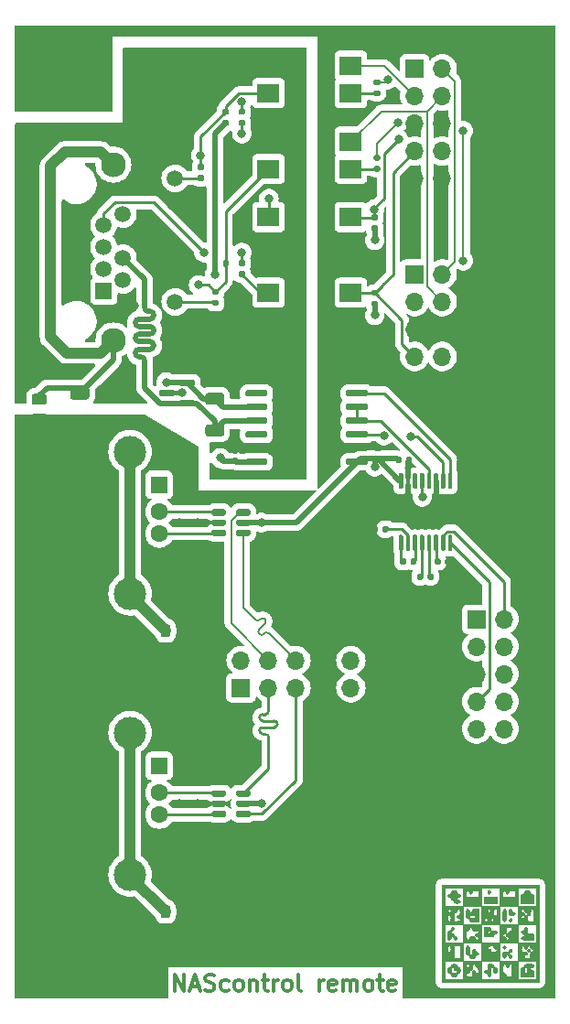
<source format=gbr>
G04 #@! TF.GenerationSoftware,KiCad,Pcbnew,7.0.9-7.0.9~ubuntu23.04.1*
G04 #@! TF.CreationDate,2024-01-20T22:21:10+00:00*
G04 #@! TF.ProjectId,nascontrol-remote,6e617363-6f6e-4747-926f-6c2d72656d6f,rev?*
G04 #@! TF.SameCoordinates,Original*
G04 #@! TF.FileFunction,Copper,L1,Top*
G04 #@! TF.FilePolarity,Positive*
%FSLAX46Y46*%
G04 Gerber Fmt 4.6, Leading zero omitted, Abs format (unit mm)*
G04 Created by KiCad (PCBNEW 7.0.9-7.0.9~ubuntu23.04.1) date 2024-01-20 22:21:10*
%MOMM*%
%LPD*%
G01*
G04 APERTURE LIST*
%ADD10C,0.300000*%
G04 #@! TA.AperFunction,NonConductor*
%ADD11C,0.300000*%
G04 #@! TD*
G04 #@! TA.AperFunction,EtchedComponent*
%ADD12C,0.010000*%
G04 #@! TD*
G04 #@! TA.AperFunction,ComponentPad*
%ADD13C,6.400000*%
G04 #@! TD*
G04 #@! TA.AperFunction,ComponentPad*
%ADD14R,1.500000X1.600000*%
G04 #@! TD*
G04 #@! TA.AperFunction,ComponentPad*
%ADD15C,1.600000*%
G04 #@! TD*
G04 #@! TA.AperFunction,ComponentPad*
%ADD16C,3.000000*%
G04 #@! TD*
G04 #@! TA.AperFunction,ComponentPad*
%ADD17R,1.500000X1.500000*%
G04 #@! TD*
G04 #@! TA.AperFunction,ComponentPad*
%ADD18C,1.500000*%
G04 #@! TD*
G04 #@! TA.AperFunction,ComponentPad*
%ADD19C,2.300000*%
G04 #@! TD*
G04 #@! TA.AperFunction,SMDPad,CuDef*
%ADD20R,2.000000X1.780000*%
G04 #@! TD*
G04 #@! TA.AperFunction,ComponentPad*
%ADD21R,1.700000X1.700000*%
G04 #@! TD*
G04 #@! TA.AperFunction,ComponentPad*
%ADD22O,1.700000X1.700000*%
G04 #@! TD*
G04 #@! TA.AperFunction,ViaPad*
%ADD23C,0.800000*%
G04 #@! TD*
G04 #@! TA.AperFunction,Conductor*
%ADD24C,0.500000*%
G04 #@! TD*
G04 #@! TA.AperFunction,Conductor*
%ADD25C,1.000000*%
G04 #@! TD*
G04 #@! TA.AperFunction,Conductor*
%ADD26C,0.250000*%
G04 #@! TD*
G04 #@! TA.AperFunction,Conductor*
%ADD27C,0.200000*%
G04 #@! TD*
G04 APERTURE END LIST*
D10*
D11*
X114821429Y-149300828D02*
X114821429Y-147800828D01*
X114821429Y-147800828D02*
X115678572Y-149300828D01*
X115678572Y-149300828D02*
X115678572Y-147800828D01*
X116321430Y-148872257D02*
X117035716Y-148872257D01*
X116178573Y-149300828D02*
X116678573Y-147800828D01*
X116678573Y-147800828D02*
X117178573Y-149300828D01*
X117607144Y-149229400D02*
X117821430Y-149300828D01*
X117821430Y-149300828D02*
X118178572Y-149300828D01*
X118178572Y-149300828D02*
X118321430Y-149229400D01*
X118321430Y-149229400D02*
X118392858Y-149157971D01*
X118392858Y-149157971D02*
X118464287Y-149015114D01*
X118464287Y-149015114D02*
X118464287Y-148872257D01*
X118464287Y-148872257D02*
X118392858Y-148729400D01*
X118392858Y-148729400D02*
X118321430Y-148657971D01*
X118321430Y-148657971D02*
X118178572Y-148586542D01*
X118178572Y-148586542D02*
X117892858Y-148515114D01*
X117892858Y-148515114D02*
X117750001Y-148443685D01*
X117750001Y-148443685D02*
X117678572Y-148372257D01*
X117678572Y-148372257D02*
X117607144Y-148229400D01*
X117607144Y-148229400D02*
X117607144Y-148086542D01*
X117607144Y-148086542D02*
X117678572Y-147943685D01*
X117678572Y-147943685D02*
X117750001Y-147872257D01*
X117750001Y-147872257D02*
X117892858Y-147800828D01*
X117892858Y-147800828D02*
X118250001Y-147800828D01*
X118250001Y-147800828D02*
X118464287Y-147872257D01*
X119750001Y-149229400D02*
X119607143Y-149300828D01*
X119607143Y-149300828D02*
X119321429Y-149300828D01*
X119321429Y-149300828D02*
X119178572Y-149229400D01*
X119178572Y-149229400D02*
X119107143Y-149157971D01*
X119107143Y-149157971D02*
X119035715Y-149015114D01*
X119035715Y-149015114D02*
X119035715Y-148586542D01*
X119035715Y-148586542D02*
X119107143Y-148443685D01*
X119107143Y-148443685D02*
X119178572Y-148372257D01*
X119178572Y-148372257D02*
X119321429Y-148300828D01*
X119321429Y-148300828D02*
X119607143Y-148300828D01*
X119607143Y-148300828D02*
X119750001Y-148372257D01*
X120607143Y-149300828D02*
X120464286Y-149229400D01*
X120464286Y-149229400D02*
X120392857Y-149157971D01*
X120392857Y-149157971D02*
X120321429Y-149015114D01*
X120321429Y-149015114D02*
X120321429Y-148586542D01*
X120321429Y-148586542D02*
X120392857Y-148443685D01*
X120392857Y-148443685D02*
X120464286Y-148372257D01*
X120464286Y-148372257D02*
X120607143Y-148300828D01*
X120607143Y-148300828D02*
X120821429Y-148300828D01*
X120821429Y-148300828D02*
X120964286Y-148372257D01*
X120964286Y-148372257D02*
X121035715Y-148443685D01*
X121035715Y-148443685D02*
X121107143Y-148586542D01*
X121107143Y-148586542D02*
X121107143Y-149015114D01*
X121107143Y-149015114D02*
X121035715Y-149157971D01*
X121035715Y-149157971D02*
X120964286Y-149229400D01*
X120964286Y-149229400D02*
X120821429Y-149300828D01*
X120821429Y-149300828D02*
X120607143Y-149300828D01*
X121750000Y-148300828D02*
X121750000Y-149300828D01*
X121750000Y-148443685D02*
X121821429Y-148372257D01*
X121821429Y-148372257D02*
X121964286Y-148300828D01*
X121964286Y-148300828D02*
X122178572Y-148300828D01*
X122178572Y-148300828D02*
X122321429Y-148372257D01*
X122321429Y-148372257D02*
X122392858Y-148515114D01*
X122392858Y-148515114D02*
X122392858Y-149300828D01*
X122892858Y-148300828D02*
X123464286Y-148300828D01*
X123107143Y-147800828D02*
X123107143Y-149086542D01*
X123107143Y-149086542D02*
X123178572Y-149229400D01*
X123178572Y-149229400D02*
X123321429Y-149300828D01*
X123321429Y-149300828D02*
X123464286Y-149300828D01*
X123964286Y-149300828D02*
X123964286Y-148300828D01*
X123964286Y-148586542D02*
X124035715Y-148443685D01*
X124035715Y-148443685D02*
X124107144Y-148372257D01*
X124107144Y-148372257D02*
X124250001Y-148300828D01*
X124250001Y-148300828D02*
X124392858Y-148300828D01*
X125107143Y-149300828D02*
X124964286Y-149229400D01*
X124964286Y-149229400D02*
X124892857Y-149157971D01*
X124892857Y-149157971D02*
X124821429Y-149015114D01*
X124821429Y-149015114D02*
X124821429Y-148586542D01*
X124821429Y-148586542D02*
X124892857Y-148443685D01*
X124892857Y-148443685D02*
X124964286Y-148372257D01*
X124964286Y-148372257D02*
X125107143Y-148300828D01*
X125107143Y-148300828D02*
X125321429Y-148300828D01*
X125321429Y-148300828D02*
X125464286Y-148372257D01*
X125464286Y-148372257D02*
X125535715Y-148443685D01*
X125535715Y-148443685D02*
X125607143Y-148586542D01*
X125607143Y-148586542D02*
X125607143Y-149015114D01*
X125607143Y-149015114D02*
X125535715Y-149157971D01*
X125535715Y-149157971D02*
X125464286Y-149229400D01*
X125464286Y-149229400D02*
X125321429Y-149300828D01*
X125321429Y-149300828D02*
X125107143Y-149300828D01*
X126464286Y-149300828D02*
X126321429Y-149229400D01*
X126321429Y-149229400D02*
X126250000Y-149086542D01*
X126250000Y-149086542D02*
X126250000Y-147800828D01*
X128178571Y-149300828D02*
X128178571Y-148300828D01*
X128178571Y-148586542D02*
X128250000Y-148443685D01*
X128250000Y-148443685D02*
X128321429Y-148372257D01*
X128321429Y-148372257D02*
X128464286Y-148300828D01*
X128464286Y-148300828D02*
X128607143Y-148300828D01*
X129678571Y-149229400D02*
X129535714Y-149300828D01*
X129535714Y-149300828D02*
X129250000Y-149300828D01*
X129250000Y-149300828D02*
X129107142Y-149229400D01*
X129107142Y-149229400D02*
X129035714Y-149086542D01*
X129035714Y-149086542D02*
X129035714Y-148515114D01*
X129035714Y-148515114D02*
X129107142Y-148372257D01*
X129107142Y-148372257D02*
X129250000Y-148300828D01*
X129250000Y-148300828D02*
X129535714Y-148300828D01*
X129535714Y-148300828D02*
X129678571Y-148372257D01*
X129678571Y-148372257D02*
X129750000Y-148515114D01*
X129750000Y-148515114D02*
X129750000Y-148657971D01*
X129750000Y-148657971D02*
X129035714Y-148800828D01*
X130392856Y-149300828D02*
X130392856Y-148300828D01*
X130392856Y-148443685D02*
X130464285Y-148372257D01*
X130464285Y-148372257D02*
X130607142Y-148300828D01*
X130607142Y-148300828D02*
X130821428Y-148300828D01*
X130821428Y-148300828D02*
X130964285Y-148372257D01*
X130964285Y-148372257D02*
X131035714Y-148515114D01*
X131035714Y-148515114D02*
X131035714Y-149300828D01*
X131035714Y-148515114D02*
X131107142Y-148372257D01*
X131107142Y-148372257D02*
X131249999Y-148300828D01*
X131249999Y-148300828D02*
X131464285Y-148300828D01*
X131464285Y-148300828D02*
X131607142Y-148372257D01*
X131607142Y-148372257D02*
X131678571Y-148515114D01*
X131678571Y-148515114D02*
X131678571Y-149300828D01*
X132607142Y-149300828D02*
X132464285Y-149229400D01*
X132464285Y-149229400D02*
X132392856Y-149157971D01*
X132392856Y-149157971D02*
X132321428Y-149015114D01*
X132321428Y-149015114D02*
X132321428Y-148586542D01*
X132321428Y-148586542D02*
X132392856Y-148443685D01*
X132392856Y-148443685D02*
X132464285Y-148372257D01*
X132464285Y-148372257D02*
X132607142Y-148300828D01*
X132607142Y-148300828D02*
X132821428Y-148300828D01*
X132821428Y-148300828D02*
X132964285Y-148372257D01*
X132964285Y-148372257D02*
X133035714Y-148443685D01*
X133035714Y-148443685D02*
X133107142Y-148586542D01*
X133107142Y-148586542D02*
X133107142Y-149015114D01*
X133107142Y-149015114D02*
X133035714Y-149157971D01*
X133035714Y-149157971D02*
X132964285Y-149229400D01*
X132964285Y-149229400D02*
X132821428Y-149300828D01*
X132821428Y-149300828D02*
X132607142Y-149300828D01*
X133535714Y-148300828D02*
X134107142Y-148300828D01*
X133749999Y-147800828D02*
X133749999Y-149086542D01*
X133749999Y-149086542D02*
X133821428Y-149229400D01*
X133821428Y-149229400D02*
X133964285Y-149300828D01*
X133964285Y-149300828D02*
X134107142Y-149300828D01*
X135178571Y-149229400D02*
X135035714Y-149300828D01*
X135035714Y-149300828D02*
X134750000Y-149300828D01*
X134750000Y-149300828D02*
X134607142Y-149229400D01*
X134607142Y-149229400D02*
X134535714Y-149086542D01*
X134535714Y-149086542D02*
X134535714Y-148515114D01*
X134535714Y-148515114D02*
X134607142Y-148372257D01*
X134607142Y-148372257D02*
X134750000Y-148300828D01*
X134750000Y-148300828D02*
X135035714Y-148300828D01*
X135035714Y-148300828D02*
X135178571Y-148372257D01*
X135178571Y-148372257D02*
X135250000Y-148515114D01*
X135250000Y-148515114D02*
X135250000Y-148657971D01*
X135250000Y-148657971D02*
X134535714Y-148800828D01*
D12*
X144566017Y-141169917D02*
X143433983Y-141169917D01*
X143433983Y-140603900D01*
X144566017Y-140603900D01*
X144566017Y-141169917D01*
G04 #@! TA.AperFunction,EtchedComponent*
G36*
X144566017Y-141169917D02*
G01*
X143433983Y-141169917D01*
X143433983Y-140603900D01*
X144566017Y-140603900D01*
X144566017Y-141169917D01*
G37*
G04 #@! TD.AperFunction*
X143976745Y-140087912D02*
X144000000Y-140179387D01*
X143949971Y-140297636D01*
X143858496Y-140320892D01*
X143740248Y-140270862D01*
X143716992Y-140179387D01*
X143767021Y-140061139D01*
X143858496Y-140037883D01*
X143976745Y-140087912D01*
G04 #@! TA.AperFunction,EtchedComponent*
G36*
X143976745Y-140087912D02*
G01*
X144000000Y-140179387D01*
X143949971Y-140297636D01*
X143858496Y-140320892D01*
X143740248Y-140270862D01*
X143716992Y-140179387D01*
X143767021Y-140061139D01*
X143858496Y-140037883D01*
X143976745Y-140087912D01*
G37*
G04 #@! TD.AperFunction*
X145391786Y-145182063D02*
X145415042Y-145273538D01*
X145365013Y-145391786D01*
X145273538Y-145415042D01*
X145155289Y-145365013D01*
X145132034Y-145273538D01*
X145182063Y-145155289D01*
X145273538Y-145132034D01*
X145391786Y-145182063D01*
G04 #@! TA.AperFunction,EtchedComponent*
G36*
X145391786Y-145182063D02*
G01*
X145415042Y-145273538D01*
X145365013Y-145391786D01*
X145273538Y-145415042D01*
X145155289Y-145365013D01*
X145132034Y-145273538D01*
X145182063Y-145155289D01*
X145273538Y-145132034D01*
X145391786Y-145182063D01*
G37*
G04 #@! TD.AperFunction*
X145957803Y-142634988D02*
X145981059Y-142726463D01*
X145931029Y-142844711D01*
X145839555Y-142867967D01*
X145721306Y-142817937D01*
X145698050Y-142726463D01*
X145748080Y-142608214D01*
X145839555Y-142584958D01*
X145957803Y-142634988D01*
G04 #@! TA.AperFunction,EtchedComponent*
G36*
X145957803Y-142634988D02*
G01*
X145981059Y-142726463D01*
X145931029Y-142844711D01*
X145839555Y-142867967D01*
X145721306Y-142817937D01*
X145698050Y-142726463D01*
X145748080Y-142608214D01*
X145839555Y-142584958D01*
X145957803Y-142634988D01*
G37*
G04 #@! TD.AperFunction*
X147655853Y-145465071D02*
X147679109Y-145556546D01*
X147629080Y-145674795D01*
X147537605Y-145698050D01*
X147419356Y-145648021D01*
X147396100Y-145556546D01*
X147446130Y-145438298D01*
X147537605Y-145415042D01*
X147655853Y-145465071D01*
G04 #@! TA.AperFunction,EtchedComponent*
G36*
X147655853Y-145465071D02*
G01*
X147679109Y-145556546D01*
X147629080Y-145674795D01*
X147537605Y-145698050D01*
X147419356Y-145648021D01*
X147396100Y-145556546D01*
X147446130Y-145438298D01*
X147537605Y-145415042D01*
X147655853Y-145465071D01*
G37*
G04 #@! TD.AperFunction*
X145957803Y-141785963D02*
X145981059Y-141877438D01*
X146031088Y-141995686D01*
X146122563Y-142018942D01*
X146240811Y-142068971D01*
X146264067Y-142160446D01*
X146240334Y-142253023D01*
X146144410Y-142293939D01*
X145981059Y-142301950D01*
X145799910Y-142295142D01*
X145719417Y-142247485D01*
X145698731Y-142118131D01*
X145698050Y-142018942D01*
X145709917Y-141833787D01*
X145757879Y-141751956D01*
X145839555Y-141735933D01*
X145957803Y-141785963D01*
G04 #@! TA.AperFunction,EtchedComponent*
G36*
X145957803Y-141785963D02*
G01*
X145981059Y-141877438D01*
X146031088Y-141995686D01*
X146122563Y-142018942D01*
X146240811Y-142068971D01*
X146264067Y-142160446D01*
X146240334Y-142253023D01*
X146144410Y-142293939D01*
X145981059Y-142301950D01*
X145799910Y-142295142D01*
X145719417Y-142247485D01*
X145698731Y-142118131D01*
X145698050Y-142018942D01*
X145709917Y-141833787D01*
X145757879Y-141751956D01*
X145839555Y-141735933D01*
X145957803Y-141785963D01*
G37*
G04 #@! TD.AperFunction*
X145344041Y-141747750D02*
X145386296Y-141802177D01*
X145407417Y-141927678D01*
X145414521Y-142152715D01*
X145415042Y-142301950D01*
X145412088Y-142583964D01*
X145398481Y-142752982D01*
X145367106Y-142837467D01*
X145310846Y-142865884D01*
X145273538Y-142867967D01*
X145203034Y-142856150D01*
X145160780Y-142801723D01*
X145139659Y-142676223D01*
X145132554Y-142451185D01*
X145132034Y-142301950D01*
X145134988Y-142019936D01*
X145148595Y-141850918D01*
X145179970Y-141766433D01*
X145236229Y-141738016D01*
X145273538Y-141735933D01*
X145344041Y-141747750D01*
G04 #@! TA.AperFunction,EtchedComponent*
G36*
X145344041Y-141747750D02*
G01*
X145386296Y-141802177D01*
X145407417Y-141927678D01*
X145414521Y-142152715D01*
X145415042Y-142301950D01*
X145412088Y-142583964D01*
X145398481Y-142752982D01*
X145367106Y-142837467D01*
X145310846Y-142865884D01*
X145273538Y-142867967D01*
X145203034Y-142856150D01*
X145160780Y-142801723D01*
X145139659Y-142676223D01*
X145132554Y-142451185D01*
X145132034Y-142301950D01*
X145134988Y-142019936D01*
X145148595Y-141850918D01*
X145179970Y-141766433D01*
X145236229Y-141738016D01*
X145273538Y-141735933D01*
X145344041Y-141747750D01*
G37*
G04 #@! TD.AperFunction*
X147581255Y-140049750D02*
X147663086Y-140097712D01*
X147679109Y-140179387D01*
X147729138Y-140297636D01*
X147820613Y-140320892D01*
X147899646Y-140336381D01*
X147942351Y-140404423D01*
X147959516Y-140557380D01*
X147962117Y-140745404D01*
X147962117Y-141169917D01*
X146830084Y-141169917D01*
X146830084Y-140745404D01*
X146835247Y-140508305D01*
X146857928Y-140380189D01*
X146908913Y-140328696D01*
X146971588Y-140320892D01*
X147089836Y-140270862D01*
X147113092Y-140179387D01*
X147136825Y-140086810D01*
X147232749Y-140045895D01*
X147396100Y-140037883D01*
X147581255Y-140049750D01*
G04 #@! TA.AperFunction,EtchedComponent*
G36*
X147581255Y-140049750D02*
G01*
X147663086Y-140097712D01*
X147679109Y-140179387D01*
X147729138Y-140297636D01*
X147820613Y-140320892D01*
X147899646Y-140336381D01*
X147942351Y-140404423D01*
X147959516Y-140557380D01*
X147962117Y-140745404D01*
X147962117Y-141169917D01*
X146830084Y-141169917D01*
X146830084Y-140745404D01*
X146835247Y-140508305D01*
X146857928Y-140380189D01*
X146908913Y-140328696D01*
X146971588Y-140320892D01*
X147089836Y-140270862D01*
X147113092Y-140179387D01*
X147136825Y-140086810D01*
X147232749Y-140045895D01*
X147396100Y-140037883D01*
X147581255Y-140049750D01*
G37*
G04 #@! TD.AperFunction*
X143902146Y-143445850D02*
X143983977Y-143493812D01*
X144000000Y-143575488D01*
X144023733Y-143668065D01*
X144119657Y-143708980D01*
X144283009Y-143716992D01*
X144468163Y-143728858D01*
X144549994Y-143776820D01*
X144566017Y-143858496D01*
X144515988Y-143976745D01*
X144424513Y-144000000D01*
X144306264Y-144050029D01*
X144283009Y-144141504D01*
X144267519Y-144220537D01*
X144199477Y-144263243D01*
X144046520Y-144280407D01*
X143858496Y-144283009D01*
X143433983Y-144283009D01*
X143433983Y-143858496D01*
X143716992Y-143858496D01*
X143767021Y-143976745D01*
X143858496Y-144000000D01*
X143976745Y-143949971D01*
X144000000Y-143858496D01*
X143949971Y-143740248D01*
X143858496Y-143716992D01*
X143740248Y-143767021D01*
X143716992Y-143858496D01*
X143433983Y-143858496D01*
X143433983Y-143433983D01*
X143716992Y-143433983D01*
X143902146Y-143445850D01*
G04 #@! TA.AperFunction,EtchedComponent*
G36*
X143902146Y-143445850D02*
G01*
X143983977Y-143493812D01*
X144000000Y-143575488D01*
X144023733Y-143668065D01*
X144119657Y-143708980D01*
X144283009Y-143716992D01*
X144468163Y-143728858D01*
X144549994Y-143776820D01*
X144566017Y-143858496D01*
X144515988Y-143976745D01*
X144424513Y-144000000D01*
X144306264Y-144050029D01*
X144283009Y-144141504D01*
X144267519Y-144220537D01*
X144199477Y-144263243D01*
X144046520Y-144280407D01*
X143858496Y-144283009D01*
X143433983Y-144283009D01*
X143433983Y-143858496D01*
X143716992Y-143858496D01*
X143767021Y-143976745D01*
X143858496Y-144000000D01*
X143976745Y-143949971D01*
X144000000Y-143858496D01*
X143949971Y-143740248D01*
X143858496Y-143716992D01*
X143740248Y-143767021D01*
X143716992Y-143858496D01*
X143433983Y-143858496D01*
X143433983Y-143433983D01*
X143716992Y-143433983D01*
X143902146Y-143445850D01*
G37*
G04 #@! TD.AperFunction*
X145957803Y-145465071D02*
X145981059Y-145556546D01*
X145931029Y-145674795D01*
X145839555Y-145698050D01*
X145721306Y-145748080D01*
X145698050Y-145839555D01*
X145748080Y-145957803D01*
X145839555Y-145981059D01*
X145957803Y-146031088D01*
X145981059Y-146122563D01*
X145931029Y-146240811D01*
X145839555Y-146264067D01*
X145721306Y-146214038D01*
X145698050Y-146122563D01*
X145648021Y-146004314D01*
X145556546Y-145981059D01*
X145438298Y-146031088D01*
X145415042Y-146122563D01*
X145365013Y-146240811D01*
X145273538Y-146264067D01*
X145180961Y-146240334D01*
X145140045Y-146144410D01*
X145132034Y-145981059D01*
X145138842Y-145799910D01*
X145186499Y-145719417D01*
X145315853Y-145698731D01*
X145415042Y-145698050D01*
X145600196Y-145686184D01*
X145682027Y-145638222D01*
X145698050Y-145556546D01*
X145748080Y-145438298D01*
X145839555Y-145415042D01*
X145957803Y-145465071D01*
G04 #@! TA.AperFunction,EtchedComponent*
G36*
X145957803Y-145465071D02*
G01*
X145981059Y-145556546D01*
X145931029Y-145674795D01*
X145839555Y-145698050D01*
X145721306Y-145748080D01*
X145698050Y-145839555D01*
X145748080Y-145957803D01*
X145839555Y-145981059D01*
X145957803Y-146031088D01*
X145981059Y-146122563D01*
X145931029Y-146240811D01*
X145839555Y-146264067D01*
X145721306Y-146214038D01*
X145698050Y-146122563D01*
X145648021Y-146004314D01*
X145556546Y-145981059D01*
X145438298Y-146031088D01*
X145415042Y-146122563D01*
X145365013Y-146240811D01*
X145273538Y-146264067D01*
X145180961Y-146240334D01*
X145140045Y-146144410D01*
X145132034Y-145981059D01*
X145138842Y-145799910D01*
X145186499Y-145719417D01*
X145315853Y-145698731D01*
X145415042Y-145698050D01*
X145600196Y-145686184D01*
X145682027Y-145638222D01*
X145698050Y-145556546D01*
X145748080Y-145438298D01*
X145839555Y-145415042D01*
X145957803Y-145465071D01*
G37*
G04 #@! TD.AperFunction*
X147347173Y-143457716D02*
X147388089Y-143553640D01*
X147396100Y-143716992D01*
X147402909Y-143898140D01*
X147450565Y-143978633D01*
X147579920Y-143999320D01*
X147679109Y-144000000D01*
X147860257Y-144006808D01*
X147940750Y-144054465D01*
X147961437Y-144183820D01*
X147962117Y-144283009D01*
X147962117Y-144566017D01*
X147396100Y-144566017D01*
X147114087Y-144563063D01*
X146945069Y-144549456D01*
X146860583Y-144518081D01*
X146832167Y-144461821D01*
X146830084Y-144424513D01*
X146880113Y-144306264D01*
X146971588Y-144283009D01*
X147089836Y-144232979D01*
X147113092Y-144141504D01*
X147063063Y-144023256D01*
X146971588Y-144000000D01*
X146853339Y-143949971D01*
X146830084Y-143858496D01*
X146880113Y-143740248D01*
X146971588Y-143716992D01*
X147089836Y-143666963D01*
X147113092Y-143575488D01*
X147163121Y-143457239D01*
X147254596Y-143433983D01*
X147347173Y-143457716D01*
G04 #@! TA.AperFunction,EtchedComponent*
G36*
X147347173Y-143457716D02*
G01*
X147388089Y-143553640D01*
X147396100Y-143716992D01*
X147402909Y-143898140D01*
X147450565Y-143978633D01*
X147579920Y-143999320D01*
X147679109Y-144000000D01*
X147860257Y-144006808D01*
X147940750Y-144054465D01*
X147961437Y-144183820D01*
X147962117Y-144283009D01*
X147962117Y-144566017D01*
X147396100Y-144566017D01*
X147114087Y-144563063D01*
X146945069Y-144549456D01*
X146860583Y-144518081D01*
X146832167Y-144461821D01*
X146830084Y-144424513D01*
X146880113Y-144306264D01*
X146971588Y-144283009D01*
X147089836Y-144232979D01*
X147113092Y-144141504D01*
X147063063Y-144023256D01*
X146971588Y-144000000D01*
X146853339Y-143949971D01*
X146830084Y-143858496D01*
X146880113Y-143740248D01*
X146971588Y-143716992D01*
X147089836Y-143666963D01*
X147113092Y-143575488D01*
X147163121Y-143457239D01*
X147254596Y-143433983D01*
X147347173Y-143457716D01*
G37*
G04 #@! TD.AperFunction*
X140580644Y-143484013D02*
X140603900Y-143575488D01*
X140553871Y-143693736D01*
X140462396Y-143716992D01*
X140344147Y-143767021D01*
X140320892Y-143858496D01*
X140370921Y-143976745D01*
X140462396Y-144000000D01*
X140580644Y-144050029D01*
X140603900Y-144141504D01*
X140653929Y-144259753D01*
X140745404Y-144283009D01*
X140863653Y-144333038D01*
X140886908Y-144424513D01*
X140836879Y-144542761D01*
X140745404Y-144566017D01*
X140627156Y-144515988D01*
X140603900Y-144424513D01*
X140553871Y-144306264D01*
X140462396Y-144283009D01*
X140344147Y-144333038D01*
X140320892Y-144424513D01*
X140270862Y-144542761D01*
X140179387Y-144566017D01*
X140100354Y-144550527D01*
X140057649Y-144482485D01*
X140040485Y-144329529D01*
X140037883Y-144141504D01*
X140043046Y-143904406D01*
X140065727Y-143776290D01*
X140116713Y-143724796D01*
X140179387Y-143716992D01*
X140297636Y-143666963D01*
X140320892Y-143575488D01*
X140370921Y-143457239D01*
X140462396Y-143433983D01*
X140580644Y-143484013D01*
G04 #@! TA.AperFunction,EtchedComponent*
G36*
X140580644Y-143484013D02*
G01*
X140603900Y-143575488D01*
X140553871Y-143693736D01*
X140462396Y-143716992D01*
X140344147Y-143767021D01*
X140320892Y-143858496D01*
X140370921Y-143976745D01*
X140462396Y-144000000D01*
X140580644Y-144050029D01*
X140603900Y-144141504D01*
X140653929Y-144259753D01*
X140745404Y-144283009D01*
X140863653Y-144333038D01*
X140886908Y-144424513D01*
X140836879Y-144542761D01*
X140745404Y-144566017D01*
X140627156Y-144515988D01*
X140603900Y-144424513D01*
X140553871Y-144306264D01*
X140462396Y-144283009D01*
X140344147Y-144333038D01*
X140320892Y-144424513D01*
X140270862Y-144542761D01*
X140179387Y-144566017D01*
X140100354Y-144550527D01*
X140057649Y-144482485D01*
X140040485Y-144329529D01*
X140037883Y-144141504D01*
X140043046Y-143904406D01*
X140065727Y-143776290D01*
X140116713Y-143724796D01*
X140179387Y-143716992D01*
X140297636Y-143666963D01*
X140320892Y-143575488D01*
X140370921Y-143457239D01*
X140462396Y-143433983D01*
X140580644Y-143484013D01*
G37*
G04 #@! TD.AperFunction*
X140789054Y-140049750D02*
X140870885Y-140097712D01*
X140886908Y-140179387D01*
X140936938Y-140297636D01*
X141028412Y-140320892D01*
X141146661Y-140370921D01*
X141169917Y-140462396D01*
X141119887Y-140580644D01*
X141028412Y-140603900D01*
X140910164Y-140653929D01*
X140886908Y-140745404D01*
X140936938Y-140863653D01*
X141028412Y-140886908D01*
X141146661Y-140936938D01*
X141169917Y-141028412D01*
X141146184Y-141120990D01*
X141050260Y-141161905D01*
X140886908Y-141169917D01*
X140701754Y-141158050D01*
X140619923Y-141110088D01*
X140603900Y-141028412D01*
X140553871Y-140910164D01*
X140462396Y-140886908D01*
X140344147Y-140836879D01*
X140320892Y-140745404D01*
X140270862Y-140627156D01*
X140179387Y-140603900D01*
X140061139Y-140553871D01*
X140037883Y-140462396D01*
X140087912Y-140344147D01*
X140179387Y-140320892D01*
X140297636Y-140270862D01*
X140320892Y-140179387D01*
X140344624Y-140086810D01*
X140440548Y-140045895D01*
X140603900Y-140037883D01*
X140789054Y-140049750D01*
G04 #@! TA.AperFunction,EtchedComponent*
G36*
X140789054Y-140049750D02*
G01*
X140870885Y-140097712D01*
X140886908Y-140179387D01*
X140936938Y-140297636D01*
X141028412Y-140320892D01*
X141146661Y-140370921D01*
X141169917Y-140462396D01*
X141119887Y-140580644D01*
X141028412Y-140603900D01*
X140910164Y-140653929D01*
X140886908Y-140745404D01*
X140936938Y-140863653D01*
X141028412Y-140886908D01*
X141146661Y-140936938D01*
X141169917Y-141028412D01*
X141146184Y-141120990D01*
X141050260Y-141161905D01*
X140886908Y-141169917D01*
X140701754Y-141158050D01*
X140619923Y-141110088D01*
X140603900Y-141028412D01*
X140553871Y-140910164D01*
X140462396Y-140886908D01*
X140344147Y-140836879D01*
X140320892Y-140745404D01*
X140270862Y-140627156D01*
X140179387Y-140603900D01*
X140061139Y-140553871D01*
X140037883Y-140462396D01*
X140087912Y-140344147D01*
X140179387Y-140320892D01*
X140297636Y-140270862D01*
X140320892Y-140179387D01*
X140344624Y-140086810D01*
X140440548Y-140045895D01*
X140603900Y-140037883D01*
X140789054Y-140049750D01*
G37*
G04 #@! TD.AperFunction*
X141956470Y-145147523D02*
X141999176Y-145215566D01*
X142016340Y-145368522D01*
X142018942Y-145556546D01*
X142024105Y-145793645D01*
X142046786Y-145921761D01*
X142097771Y-145973254D01*
X142160446Y-145981059D01*
X142253023Y-145957326D01*
X142293939Y-145861402D01*
X142301950Y-145698050D01*
X142313816Y-145512896D01*
X142361778Y-145431065D01*
X142443454Y-145415042D01*
X142561703Y-145465071D01*
X142584958Y-145556546D01*
X142634988Y-145674795D01*
X142726463Y-145698050D01*
X142844711Y-145748080D01*
X142867967Y-145839555D01*
X142817937Y-145957803D01*
X142726463Y-145981059D01*
X142608214Y-146031088D01*
X142584958Y-146122563D01*
X142561226Y-146215140D01*
X142465302Y-146256056D01*
X142301950Y-146264067D01*
X142116796Y-146252201D01*
X142034965Y-146204239D01*
X142018942Y-146122563D01*
X141968912Y-146004314D01*
X141877438Y-145981059D01*
X141798405Y-145965569D01*
X141755699Y-145897527D01*
X141738535Y-145744571D01*
X141735933Y-145556546D01*
X141741097Y-145319447D01*
X141763777Y-145191332D01*
X141814763Y-145139838D01*
X141877438Y-145132034D01*
X141956470Y-145147523D01*
G04 #@! TA.AperFunction,EtchedComponent*
G36*
X141956470Y-145147523D02*
G01*
X141999176Y-145215566D01*
X142016340Y-145368522D01*
X142018942Y-145556546D01*
X142024105Y-145793645D01*
X142046786Y-145921761D01*
X142097771Y-145973254D01*
X142160446Y-145981059D01*
X142253023Y-145957326D01*
X142293939Y-145861402D01*
X142301950Y-145698050D01*
X142313816Y-145512896D01*
X142361778Y-145431065D01*
X142443454Y-145415042D01*
X142561703Y-145465071D01*
X142584958Y-145556546D01*
X142634988Y-145674795D01*
X142726463Y-145698050D01*
X142844711Y-145748080D01*
X142867967Y-145839555D01*
X142817937Y-145957803D01*
X142726463Y-145981059D01*
X142608214Y-146031088D01*
X142584958Y-146122563D01*
X142561226Y-146215140D01*
X142465302Y-146256056D01*
X142301950Y-146264067D01*
X142116796Y-146252201D01*
X142034965Y-146204239D01*
X142018942Y-146122563D01*
X141968912Y-146004314D01*
X141877438Y-145981059D01*
X141798405Y-145965569D01*
X141755699Y-145897527D01*
X141738535Y-145744571D01*
X141735933Y-145556546D01*
X141741097Y-145319447D01*
X141763777Y-145191332D01*
X141814763Y-145139838D01*
X141877438Y-145132034D01*
X141956470Y-145147523D01*
G37*
G04 #@! TD.AperFunction*
X144185155Y-146841950D02*
X144266986Y-146889912D01*
X144283009Y-146971588D01*
X144333038Y-147089836D01*
X144424513Y-147113092D01*
X144517090Y-147136825D01*
X144558005Y-147232749D01*
X144566017Y-147396100D01*
X144554151Y-147581255D01*
X144506189Y-147663086D01*
X144424513Y-147679109D01*
X144331936Y-147655376D01*
X144291020Y-147559452D01*
X144283009Y-147396100D01*
X144271142Y-147210946D01*
X144223180Y-147129115D01*
X144141504Y-147113092D01*
X144062471Y-147128582D01*
X144019766Y-147196624D01*
X144002602Y-147349580D01*
X144000000Y-147537605D01*
X143994837Y-147774704D01*
X143972156Y-147902819D01*
X143921171Y-147954313D01*
X143858496Y-147962117D01*
X143740248Y-147912088D01*
X143716992Y-147820613D01*
X143666963Y-147702365D01*
X143575488Y-147679109D01*
X143457239Y-147629080D01*
X143433983Y-147537605D01*
X143484013Y-147419356D01*
X143575488Y-147396100D01*
X143668065Y-147372368D01*
X143708980Y-147276444D01*
X143716992Y-147113092D01*
X143723800Y-146931944D01*
X143771457Y-146851451D01*
X143900811Y-146830764D01*
X144000000Y-146830084D01*
X144185155Y-146841950D01*
G04 #@! TA.AperFunction,EtchedComponent*
G36*
X144185155Y-146841950D02*
G01*
X144266986Y-146889912D01*
X144283009Y-146971588D01*
X144333038Y-147089836D01*
X144424513Y-147113092D01*
X144517090Y-147136825D01*
X144558005Y-147232749D01*
X144566017Y-147396100D01*
X144554151Y-147581255D01*
X144506189Y-147663086D01*
X144424513Y-147679109D01*
X144331936Y-147655376D01*
X144291020Y-147559452D01*
X144283009Y-147396100D01*
X144271142Y-147210946D01*
X144223180Y-147129115D01*
X144141504Y-147113092D01*
X144062471Y-147128582D01*
X144019766Y-147196624D01*
X144002602Y-147349580D01*
X144000000Y-147537605D01*
X143994837Y-147774704D01*
X143972156Y-147902819D01*
X143921171Y-147954313D01*
X143858496Y-147962117D01*
X143740248Y-147912088D01*
X143716992Y-147820613D01*
X143666963Y-147702365D01*
X143575488Y-147679109D01*
X143457239Y-147629080D01*
X143433983Y-147537605D01*
X143484013Y-147419356D01*
X143575488Y-147396100D01*
X143668065Y-147372368D01*
X143708980Y-147276444D01*
X143716992Y-147113092D01*
X143723800Y-146931944D01*
X143771457Y-146851451D01*
X143900811Y-146830764D01*
X144000000Y-146830084D01*
X144185155Y-146841950D01*
G37*
G04 #@! TD.AperFunction*
X142867967Y-142867967D02*
X142443454Y-142867967D01*
X142206355Y-142862804D01*
X142078240Y-142840123D01*
X142026746Y-142789137D01*
X142018942Y-142726463D01*
X141968912Y-142608214D01*
X141877438Y-142584958D01*
X141798405Y-142569469D01*
X141755699Y-142501427D01*
X141749194Y-142443454D01*
X142018942Y-142443454D01*
X142042675Y-142536031D01*
X142138598Y-142576947D01*
X142301950Y-142584958D01*
X142487104Y-142573092D01*
X142568935Y-142525130D01*
X142584958Y-142443454D01*
X142561226Y-142350877D01*
X142465302Y-142309962D01*
X142301950Y-142301950D01*
X142116796Y-142313816D01*
X142034965Y-142361778D01*
X142018942Y-142443454D01*
X141749194Y-142443454D01*
X141738535Y-142348470D01*
X141735933Y-142160446D01*
X141741097Y-141923347D01*
X141763777Y-141795231D01*
X141814763Y-141743738D01*
X141877438Y-141735933D01*
X141995686Y-141785963D01*
X142018942Y-141877438D01*
X142068971Y-141995686D01*
X142160446Y-142018942D01*
X142278694Y-141968912D01*
X142301950Y-141877438D01*
X142325683Y-141784860D01*
X142421607Y-141743945D01*
X142584958Y-141735933D01*
X142867967Y-141735933D01*
X142867967Y-142867967D01*
G04 #@! TA.AperFunction,EtchedComponent*
G36*
X142867967Y-142867967D02*
G01*
X142443454Y-142867967D01*
X142206355Y-142862804D01*
X142078240Y-142840123D01*
X142026746Y-142789137D01*
X142018942Y-142726463D01*
X141968912Y-142608214D01*
X141877438Y-142584958D01*
X141798405Y-142569469D01*
X141755699Y-142501427D01*
X141749194Y-142443454D01*
X142018942Y-142443454D01*
X142042675Y-142536031D01*
X142138598Y-142576947D01*
X142301950Y-142584958D01*
X142487104Y-142573092D01*
X142568935Y-142525130D01*
X142584958Y-142443454D01*
X142561226Y-142350877D01*
X142465302Y-142309962D01*
X142301950Y-142301950D01*
X142116796Y-142313816D01*
X142034965Y-142361778D01*
X142018942Y-142443454D01*
X141749194Y-142443454D01*
X141738535Y-142348470D01*
X141735933Y-142160446D01*
X141741097Y-141923347D01*
X141763777Y-141795231D01*
X141814763Y-141743738D01*
X141877438Y-141735933D01*
X141995686Y-141785963D01*
X142018942Y-141877438D01*
X142068971Y-141995686D01*
X142160446Y-142018942D01*
X142278694Y-141968912D01*
X142301950Y-141877438D01*
X142325683Y-141784860D01*
X142421607Y-141743945D01*
X142584958Y-141735933D01*
X142867967Y-141735933D01*
X142867967Y-142867967D01*
G37*
G04 #@! TD.AperFunction*
X147774704Y-146835247D02*
X147902819Y-146857928D01*
X147954313Y-146908913D01*
X147962117Y-146971588D01*
X147912088Y-147089836D01*
X147820613Y-147113092D01*
X147702365Y-147163121D01*
X147679109Y-147254596D01*
X147729138Y-147372845D01*
X147820613Y-147396100D01*
X147913190Y-147419833D01*
X147954106Y-147515757D01*
X147962117Y-147679109D01*
X147962117Y-147962117D01*
X146830084Y-147962117D01*
X146830084Y-147537605D01*
X146833165Y-147396100D01*
X147113092Y-147396100D01*
X147124959Y-147581255D01*
X147172920Y-147663086D01*
X147254596Y-147679109D01*
X147347173Y-147655376D01*
X147388089Y-147559452D01*
X147396100Y-147396100D01*
X147384234Y-147210946D01*
X147336272Y-147129115D01*
X147254596Y-147113092D01*
X147162019Y-147136825D01*
X147121104Y-147232749D01*
X147113092Y-147396100D01*
X146833165Y-147396100D01*
X146835247Y-147300506D01*
X146857928Y-147172390D01*
X146908913Y-147120896D01*
X146971588Y-147113092D01*
X147089836Y-147063063D01*
X147113092Y-146971588D01*
X147128582Y-146892555D01*
X147196624Y-146849850D01*
X147349580Y-146832685D01*
X147537605Y-146830084D01*
X147774704Y-146835247D01*
G04 #@! TA.AperFunction,EtchedComponent*
G36*
X147774704Y-146835247D02*
G01*
X147902819Y-146857928D01*
X147954313Y-146908913D01*
X147962117Y-146971588D01*
X147912088Y-147089836D01*
X147820613Y-147113092D01*
X147702365Y-147163121D01*
X147679109Y-147254596D01*
X147729138Y-147372845D01*
X147820613Y-147396100D01*
X147913190Y-147419833D01*
X147954106Y-147515757D01*
X147962117Y-147679109D01*
X147962117Y-147962117D01*
X146830084Y-147962117D01*
X146830084Y-147537605D01*
X146833165Y-147396100D01*
X147113092Y-147396100D01*
X147124959Y-147581255D01*
X147172920Y-147663086D01*
X147254596Y-147679109D01*
X147347173Y-147655376D01*
X147388089Y-147559452D01*
X147396100Y-147396100D01*
X147384234Y-147210946D01*
X147336272Y-147129115D01*
X147254596Y-147113092D01*
X147162019Y-147136825D01*
X147121104Y-147232749D01*
X147113092Y-147396100D01*
X146833165Y-147396100D01*
X146835247Y-147300506D01*
X146857928Y-147172390D01*
X146908913Y-147120896D01*
X146971588Y-147113092D01*
X147089836Y-147063063D01*
X147113092Y-146971588D01*
X147128582Y-146892555D01*
X147196624Y-146849850D01*
X147349580Y-146832685D01*
X147537605Y-146830084D01*
X147774704Y-146835247D01*
G37*
G04 #@! TD.AperFunction*
X140789054Y-146841950D02*
X140870885Y-146889912D01*
X140886908Y-146971588D01*
X140936938Y-147089836D01*
X141028412Y-147113092D01*
X141120990Y-147136825D01*
X141161905Y-147232749D01*
X141169917Y-147396100D01*
X141158050Y-147581255D01*
X141110088Y-147663086D01*
X141028412Y-147679109D01*
X140910164Y-147729138D01*
X140886908Y-147820613D01*
X140863175Y-147913190D01*
X140767252Y-147954106D01*
X140603900Y-147962117D01*
X140418746Y-147950251D01*
X140336915Y-147902289D01*
X140320892Y-147820613D01*
X140270862Y-147702365D01*
X140179387Y-147679109D01*
X140086810Y-147655376D01*
X140045895Y-147559452D01*
X140037883Y-147396100D01*
X140320892Y-147396100D01*
X140327700Y-147577249D01*
X140375357Y-147657742D01*
X140504711Y-147678428D01*
X140603900Y-147679109D01*
X140789054Y-147667242D01*
X140870885Y-147619281D01*
X140886908Y-147537605D01*
X140836879Y-147419356D01*
X140745404Y-147396100D01*
X140627156Y-147346071D01*
X140603900Y-147254596D01*
X140553871Y-147136348D01*
X140462396Y-147113092D01*
X140369819Y-147136825D01*
X140328903Y-147232749D01*
X140320892Y-147396100D01*
X140037883Y-147396100D01*
X140049750Y-147210946D01*
X140097712Y-147129115D01*
X140179387Y-147113092D01*
X140297636Y-147063063D01*
X140320892Y-146971588D01*
X140344624Y-146879011D01*
X140440548Y-146838095D01*
X140603900Y-146830084D01*
X140789054Y-146841950D01*
G04 #@! TA.AperFunction,EtchedComponent*
G36*
X140789054Y-146841950D02*
G01*
X140870885Y-146889912D01*
X140886908Y-146971588D01*
X140936938Y-147089836D01*
X141028412Y-147113092D01*
X141120990Y-147136825D01*
X141161905Y-147232749D01*
X141169917Y-147396100D01*
X141158050Y-147581255D01*
X141110088Y-147663086D01*
X141028412Y-147679109D01*
X140910164Y-147729138D01*
X140886908Y-147820613D01*
X140863175Y-147913190D01*
X140767252Y-147954106D01*
X140603900Y-147962117D01*
X140418746Y-147950251D01*
X140336915Y-147902289D01*
X140320892Y-147820613D01*
X140270862Y-147702365D01*
X140179387Y-147679109D01*
X140086810Y-147655376D01*
X140045895Y-147559452D01*
X140037883Y-147396100D01*
X140320892Y-147396100D01*
X140327700Y-147577249D01*
X140375357Y-147657742D01*
X140504711Y-147678428D01*
X140603900Y-147679109D01*
X140789054Y-147667242D01*
X140870885Y-147619281D01*
X140886908Y-147537605D01*
X140836879Y-147419356D01*
X140745404Y-147396100D01*
X140627156Y-147346071D01*
X140603900Y-147254596D01*
X140553871Y-147136348D01*
X140462396Y-147113092D01*
X140369819Y-147136825D01*
X140328903Y-147232749D01*
X140320892Y-147396100D01*
X140037883Y-147396100D01*
X140049750Y-147210946D01*
X140097712Y-147129115D01*
X140179387Y-147113092D01*
X140297636Y-147063063D01*
X140320892Y-146971588D01*
X140344624Y-146879011D01*
X140440548Y-146838095D01*
X140603900Y-146830084D01*
X140789054Y-146841950D01*
G37*
G04 #@! TD.AperFunction*
X143150975Y-144849025D02*
X144849025Y-144849025D01*
X144849025Y-144141504D01*
X145132034Y-144141504D01*
X145182063Y-144259753D01*
X145273538Y-144283009D01*
X145391786Y-144333038D01*
X145415042Y-144424513D01*
X145465071Y-144542761D01*
X145556546Y-144566017D01*
X145674795Y-144515988D01*
X145698050Y-144424513D01*
X145648021Y-144306264D01*
X145556546Y-144283009D01*
X145438298Y-144232979D01*
X145415042Y-144141504D01*
X145465071Y-144023256D01*
X145556546Y-144000000D01*
X145674795Y-143949971D01*
X145698050Y-143858496D01*
X145748080Y-143740248D01*
X145839555Y-143716992D01*
X145957803Y-143666963D01*
X145981059Y-143575488D01*
X145957326Y-143482911D01*
X145861402Y-143441995D01*
X145698050Y-143433983D01*
X145516902Y-143440792D01*
X145436409Y-143488448D01*
X145415723Y-143617803D01*
X145415042Y-143716992D01*
X145403176Y-143902146D01*
X145355214Y-143983977D01*
X145273538Y-144000000D01*
X145155289Y-144050029D01*
X145132034Y-144141504D01*
X144849025Y-144141504D01*
X144849025Y-143150975D01*
X146547075Y-143150975D01*
X146547075Y-144849025D01*
X144849025Y-144849025D01*
X144849025Y-146547075D01*
X143150975Y-146547075D01*
X143150975Y-145273538D01*
X143716992Y-145273538D01*
X143767021Y-145391786D01*
X143858496Y-145415042D01*
X143976745Y-145465071D01*
X144000000Y-145556546D01*
X144023733Y-145649123D01*
X144119657Y-145690039D01*
X144283009Y-145698050D01*
X144468163Y-145686184D01*
X144549994Y-145638222D01*
X144566017Y-145556546D01*
X144515988Y-145438298D01*
X144424513Y-145415042D01*
X144306264Y-145365013D01*
X144283009Y-145273538D01*
X144259276Y-145180961D01*
X144163352Y-145140045D01*
X144000000Y-145132034D01*
X143814846Y-145143900D01*
X143733015Y-145191862D01*
X143716992Y-145273538D01*
X143150975Y-145273538D01*
X143150975Y-144849025D01*
X141452925Y-144849025D01*
X141452925Y-144141504D01*
X141735933Y-144141504D01*
X141741097Y-144378603D01*
X141763777Y-144506719D01*
X141814763Y-144558213D01*
X141877438Y-144566017D01*
X141995686Y-144515988D01*
X142018942Y-144424513D01*
X142042675Y-144331936D01*
X142138598Y-144291020D01*
X142301950Y-144283009D01*
X142487104Y-144294875D01*
X142568935Y-144342837D01*
X142584958Y-144424513D01*
X142634988Y-144542761D01*
X142726463Y-144566017D01*
X142844711Y-144515988D01*
X142867967Y-144424513D01*
X142817937Y-144306264D01*
X142726463Y-144283009D01*
X142608214Y-144232979D01*
X142584958Y-144141504D01*
X142634988Y-144023256D01*
X142726463Y-144000000D01*
X142844711Y-143949971D01*
X142867967Y-143858496D01*
X142844234Y-143765919D01*
X142748310Y-143725003D01*
X142584958Y-143716992D01*
X142399804Y-143705125D01*
X142317973Y-143657164D01*
X142301950Y-143575488D01*
X142251921Y-143457239D01*
X142160446Y-143433983D01*
X142042197Y-143484013D01*
X142018942Y-143575488D01*
X141968912Y-143693736D01*
X141877438Y-143716992D01*
X141798405Y-143732481D01*
X141755699Y-143800524D01*
X141738535Y-143953480D01*
X141735933Y-144141504D01*
X141452925Y-144141504D01*
X141452925Y-143150975D01*
X143150975Y-143150975D01*
X143150975Y-144849025D01*
G04 #@! TA.AperFunction,EtchedComponent*
G36*
X143150975Y-144849025D02*
G01*
X144849025Y-144849025D01*
X144849025Y-144141504D01*
X145132034Y-144141504D01*
X145182063Y-144259753D01*
X145273538Y-144283009D01*
X145391786Y-144333038D01*
X145415042Y-144424513D01*
X145465071Y-144542761D01*
X145556546Y-144566017D01*
X145674795Y-144515988D01*
X145698050Y-144424513D01*
X145648021Y-144306264D01*
X145556546Y-144283009D01*
X145438298Y-144232979D01*
X145415042Y-144141504D01*
X145465071Y-144023256D01*
X145556546Y-144000000D01*
X145674795Y-143949971D01*
X145698050Y-143858496D01*
X145748080Y-143740248D01*
X145839555Y-143716992D01*
X145957803Y-143666963D01*
X145981059Y-143575488D01*
X145957326Y-143482911D01*
X145861402Y-143441995D01*
X145698050Y-143433983D01*
X145516902Y-143440792D01*
X145436409Y-143488448D01*
X145415723Y-143617803D01*
X145415042Y-143716992D01*
X145403176Y-143902146D01*
X145355214Y-143983977D01*
X145273538Y-144000000D01*
X145155289Y-144050029D01*
X145132034Y-144141504D01*
X144849025Y-144141504D01*
X144849025Y-143150975D01*
X146547075Y-143150975D01*
X146547075Y-144849025D01*
X144849025Y-144849025D01*
X144849025Y-146547075D01*
X143150975Y-146547075D01*
X143150975Y-145273538D01*
X143716992Y-145273538D01*
X143767021Y-145391786D01*
X143858496Y-145415042D01*
X143976745Y-145465071D01*
X144000000Y-145556546D01*
X144023733Y-145649123D01*
X144119657Y-145690039D01*
X144283009Y-145698050D01*
X144468163Y-145686184D01*
X144549994Y-145638222D01*
X144566017Y-145556546D01*
X144515988Y-145438298D01*
X144424513Y-145415042D01*
X144306264Y-145365013D01*
X144283009Y-145273538D01*
X144259276Y-145180961D01*
X144163352Y-145140045D01*
X144000000Y-145132034D01*
X143814846Y-145143900D01*
X143733015Y-145191862D01*
X143716992Y-145273538D01*
X143150975Y-145273538D01*
X143150975Y-144849025D01*
X141452925Y-144849025D01*
X141452925Y-144141504D01*
X141735933Y-144141504D01*
X141741097Y-144378603D01*
X141763777Y-144506719D01*
X141814763Y-144558213D01*
X141877438Y-144566017D01*
X141995686Y-144515988D01*
X142018942Y-144424513D01*
X142042675Y-144331936D01*
X142138598Y-144291020D01*
X142301950Y-144283009D01*
X142487104Y-144294875D01*
X142568935Y-144342837D01*
X142584958Y-144424513D01*
X142634988Y-144542761D01*
X142726463Y-144566017D01*
X142844711Y-144515988D01*
X142867967Y-144424513D01*
X142817937Y-144306264D01*
X142726463Y-144283009D01*
X142608214Y-144232979D01*
X142584958Y-144141504D01*
X142634988Y-144023256D01*
X142726463Y-144000000D01*
X142844711Y-143949971D01*
X142867967Y-143858496D01*
X142844234Y-143765919D01*
X142748310Y-143725003D01*
X142584958Y-143716992D01*
X142399804Y-143705125D01*
X142317973Y-143657164D01*
X142301950Y-143575488D01*
X142251921Y-143457239D01*
X142160446Y-143433983D01*
X142042197Y-143484013D01*
X142018942Y-143575488D01*
X141968912Y-143693736D01*
X141877438Y-143716992D01*
X141798405Y-143732481D01*
X141755699Y-143800524D01*
X141738535Y-143953480D01*
X141735933Y-144141504D01*
X141452925Y-144141504D01*
X141452925Y-143150975D01*
X143150975Y-143150975D01*
X143150975Y-144849025D01*
G37*
G04 #@! TD.AperFunction*
X144849025Y-143150975D02*
X143150975Y-143150975D01*
X143150975Y-142726463D01*
X143433983Y-142726463D01*
X143484013Y-142844711D01*
X143575488Y-142867967D01*
X143693736Y-142817937D01*
X143716992Y-142726463D01*
X144000000Y-142726463D01*
X144050029Y-142844711D01*
X144141504Y-142867967D01*
X144259753Y-142817937D01*
X144283009Y-142726463D01*
X144232979Y-142608214D01*
X144141504Y-142584958D01*
X144023256Y-142634988D01*
X144000000Y-142726463D01*
X143716992Y-142726463D01*
X143666963Y-142608214D01*
X143575488Y-142584958D01*
X143457239Y-142634988D01*
X143433983Y-142726463D01*
X143150975Y-142726463D01*
X143150975Y-141877438D01*
X143716992Y-141877438D01*
X143767021Y-141995686D01*
X143858496Y-142018942D01*
X144283009Y-142018942D01*
X144294875Y-142204096D01*
X144342837Y-142285927D01*
X144424513Y-142301950D01*
X144517090Y-142278217D01*
X144558005Y-142182293D01*
X144566017Y-142018942D01*
X144554151Y-141833787D01*
X144506189Y-141751956D01*
X144424513Y-141735933D01*
X144331936Y-141759666D01*
X144291020Y-141855590D01*
X144283009Y-142018942D01*
X143858496Y-142018942D01*
X143976745Y-141968912D01*
X144000000Y-141877438D01*
X143949971Y-141759189D01*
X143858496Y-141735933D01*
X143740248Y-141785963D01*
X143716992Y-141877438D01*
X143150975Y-141877438D01*
X143150975Y-141452925D01*
X144849025Y-141452925D01*
X144849025Y-143150975D01*
G04 #@! TA.AperFunction,EtchedComponent*
G36*
X144849025Y-143150975D02*
G01*
X143150975Y-143150975D01*
X143150975Y-142726463D01*
X143433983Y-142726463D01*
X143484013Y-142844711D01*
X143575488Y-142867967D01*
X143693736Y-142817937D01*
X143716992Y-142726463D01*
X144000000Y-142726463D01*
X144050029Y-142844711D01*
X144141504Y-142867967D01*
X144259753Y-142817937D01*
X144283009Y-142726463D01*
X144232979Y-142608214D01*
X144141504Y-142584958D01*
X144023256Y-142634988D01*
X144000000Y-142726463D01*
X143716992Y-142726463D01*
X143666963Y-142608214D01*
X143575488Y-142584958D01*
X143457239Y-142634988D01*
X143433983Y-142726463D01*
X143150975Y-142726463D01*
X143150975Y-141877438D01*
X143716992Y-141877438D01*
X143767021Y-141995686D01*
X143858496Y-142018942D01*
X144283009Y-142018942D01*
X144294875Y-142204096D01*
X144342837Y-142285927D01*
X144424513Y-142301950D01*
X144517090Y-142278217D01*
X144558005Y-142182293D01*
X144566017Y-142018942D01*
X144554151Y-141833787D01*
X144506189Y-141751956D01*
X144424513Y-141735933D01*
X144331936Y-141759666D01*
X144291020Y-141855590D01*
X144283009Y-142018942D01*
X143858496Y-142018942D01*
X143976745Y-141968912D01*
X144000000Y-141877438D01*
X143949971Y-141759189D01*
X143858496Y-141735933D01*
X143740248Y-141785963D01*
X143716992Y-141877438D01*
X143150975Y-141877438D01*
X143150975Y-141452925D01*
X144849025Y-141452925D01*
X144849025Y-143150975D01*
G37*
G04 #@! TD.AperFunction*
X148528134Y-148528134D02*
X139471867Y-148528134D01*
X139471867Y-146547075D01*
X139471867Y-145415042D01*
X140037883Y-145415042D01*
X140049750Y-145600196D01*
X140097712Y-145682027D01*
X140179387Y-145698050D01*
X140271965Y-145674318D01*
X140312880Y-145578394D01*
X140320892Y-145415042D01*
X140309025Y-145229888D01*
X140261063Y-145148057D01*
X140179387Y-145132034D01*
X140603900Y-145132034D01*
X140603900Y-146264067D01*
X141169917Y-146264067D01*
X141169917Y-145132034D01*
X140603900Y-145132034D01*
X140179387Y-145132034D01*
X140086810Y-145155766D01*
X140045895Y-145251690D01*
X140037883Y-145415042D01*
X139471867Y-145415042D01*
X139471867Y-143150975D01*
X139754875Y-143150975D01*
X139754875Y-144849025D01*
X141452925Y-144849025D01*
X141452925Y-146547075D01*
X139754875Y-146547075D01*
X139754875Y-148245126D01*
X141452925Y-148245126D01*
X141452925Y-147820613D01*
X141735933Y-147820613D01*
X141759666Y-147913190D01*
X141855590Y-147954106D01*
X142018942Y-147962117D01*
X142200090Y-147955309D01*
X142280583Y-147907652D01*
X142301270Y-147778298D01*
X142301950Y-147679109D01*
X142313816Y-147493955D01*
X142361778Y-147412123D01*
X142443454Y-147396100D01*
X142561703Y-147446130D01*
X142584958Y-147537605D01*
X142634988Y-147655853D01*
X142726463Y-147679109D01*
X142819040Y-147655376D01*
X142859955Y-147559452D01*
X142867967Y-147396100D01*
X142856100Y-147210946D01*
X142808138Y-147129115D01*
X142726463Y-147113092D01*
X142608214Y-147063063D01*
X142584958Y-146971588D01*
X142534929Y-146853339D01*
X142443454Y-146830084D01*
X142350877Y-146853817D01*
X142309962Y-146949740D01*
X142301950Y-147113092D01*
X142290084Y-147298246D01*
X142242122Y-147380078D01*
X142160446Y-147396100D01*
X142042197Y-147446130D01*
X142018942Y-147537605D01*
X141968912Y-147655853D01*
X141877438Y-147679109D01*
X141759189Y-147729138D01*
X141735933Y-147820613D01*
X141452925Y-147820613D01*
X141452925Y-146971588D01*
X141735933Y-146971588D01*
X141785963Y-147089836D01*
X141877438Y-147113092D01*
X141995686Y-147063063D01*
X142018942Y-146971588D01*
X141968912Y-146853339D01*
X141877438Y-146830084D01*
X141759189Y-146880113D01*
X141735933Y-146971588D01*
X141452925Y-146971588D01*
X141452925Y-146547075D01*
X143150975Y-146547075D01*
X143150975Y-148245126D01*
X144849025Y-148245126D01*
X144849025Y-147254596D01*
X145132034Y-147254596D01*
X145137197Y-147491695D01*
X145159878Y-147619811D01*
X145210863Y-147671304D01*
X145273538Y-147679109D01*
X145391786Y-147729138D01*
X145415042Y-147820613D01*
X145438775Y-147913190D01*
X145534699Y-147954106D01*
X145698050Y-147962117D01*
X145981059Y-147962117D01*
X145981059Y-147396100D01*
X145978104Y-147114087D01*
X145964498Y-146945069D01*
X145933123Y-146860583D01*
X145876863Y-146832167D01*
X145839555Y-146830084D01*
X145721306Y-146880113D01*
X145698050Y-146971588D01*
X145648021Y-147089836D01*
X145556546Y-147113092D01*
X145438298Y-147063063D01*
X145415042Y-146971588D01*
X145365013Y-146853339D01*
X145273538Y-146830084D01*
X145194505Y-146845573D01*
X145151800Y-146913616D01*
X145134635Y-147066572D01*
X145132034Y-147254596D01*
X144849025Y-147254596D01*
X144849025Y-146547075D01*
X146547075Y-146547075D01*
X146547075Y-148245126D01*
X148245126Y-148245126D01*
X148245126Y-146547075D01*
X146547075Y-146547075D01*
X146547075Y-145415042D01*
X146830084Y-145415042D01*
X146836892Y-145596190D01*
X146884549Y-145676683D01*
X147013903Y-145697370D01*
X147113092Y-145698050D01*
X147298246Y-145709917D01*
X147380078Y-145757879D01*
X147396100Y-145839555D01*
X147346071Y-145957803D01*
X147254596Y-145981059D01*
X147136348Y-146031088D01*
X147113092Y-146122563D01*
X147136825Y-146215140D01*
X147232749Y-146256056D01*
X147396100Y-146264067D01*
X147577249Y-146257259D01*
X147657742Y-146209602D01*
X147678428Y-146080248D01*
X147679109Y-145981059D01*
X147690975Y-145795904D01*
X147738937Y-145714073D01*
X147820613Y-145698050D01*
X147938862Y-145648021D01*
X147962117Y-145556546D01*
X147912088Y-145438298D01*
X147820613Y-145415042D01*
X147702365Y-145365013D01*
X147679109Y-145273538D01*
X147629080Y-145155289D01*
X147537605Y-145132034D01*
X147419356Y-145182063D01*
X147396100Y-145273538D01*
X147346071Y-145391786D01*
X147254596Y-145415042D01*
X147136348Y-145365013D01*
X147113092Y-145273538D01*
X147063063Y-145155289D01*
X146971588Y-145132034D01*
X146879011Y-145155766D01*
X146838095Y-145251690D01*
X146830084Y-145415042D01*
X146547075Y-145415042D01*
X146547075Y-144849025D01*
X148245126Y-144849025D01*
X148245126Y-143150975D01*
X146547075Y-143150975D01*
X146547075Y-141877438D01*
X146830084Y-141877438D01*
X146880113Y-141995686D01*
X146971588Y-142018942D01*
X147089836Y-142068971D01*
X147113092Y-142160446D01*
X147063063Y-142278694D01*
X146971588Y-142301950D01*
X146853339Y-142351979D01*
X146830084Y-142443454D01*
X146880113Y-142561703D01*
X146971588Y-142584958D01*
X147089836Y-142534929D01*
X147113092Y-142443454D01*
X147163121Y-142325206D01*
X147254596Y-142301950D01*
X147347173Y-142325683D01*
X147388089Y-142421607D01*
X147396100Y-142584958D01*
X147402909Y-142766107D01*
X147450565Y-142846600D01*
X147579920Y-142867286D01*
X147679109Y-142867967D01*
X147962117Y-142867967D01*
X147962117Y-142301950D01*
X147959163Y-142019936D01*
X147945556Y-141850918D01*
X147914181Y-141766433D01*
X147857922Y-141738016D01*
X147820613Y-141735933D01*
X147728036Y-141759666D01*
X147687120Y-141855590D01*
X147679109Y-142018942D01*
X147667242Y-142204096D01*
X147619281Y-142285927D01*
X147537605Y-142301950D01*
X147419356Y-142251921D01*
X147396100Y-142160446D01*
X147346071Y-142042197D01*
X147254596Y-142018942D01*
X147136348Y-141968912D01*
X147113092Y-141877438D01*
X147063063Y-141759189D01*
X146971588Y-141735933D01*
X146853339Y-141785963D01*
X146830084Y-141877438D01*
X146547075Y-141877438D01*
X146547075Y-141452925D01*
X144849025Y-141452925D01*
X144849025Y-140320892D01*
X145132034Y-140320892D01*
X145132034Y-140603900D01*
X146264067Y-140603900D01*
X146264067Y-140320892D01*
X146257259Y-140139743D01*
X146209602Y-140059250D01*
X146080248Y-140038564D01*
X145981059Y-140037883D01*
X145795904Y-140049750D01*
X145714073Y-140097712D01*
X145698050Y-140179387D01*
X145648021Y-140297636D01*
X145556546Y-140320892D01*
X145438298Y-140270862D01*
X145415042Y-140179387D01*
X145365013Y-140061139D01*
X145273538Y-140037883D01*
X145180961Y-140061616D01*
X145140045Y-140157540D01*
X145132034Y-140320892D01*
X144849025Y-140320892D01*
X144849025Y-139754875D01*
X146547075Y-139754875D01*
X146547075Y-141452925D01*
X148245126Y-141452925D01*
X148245126Y-139754875D01*
X146547075Y-139754875D01*
X144849025Y-139754875D01*
X143150975Y-139754875D01*
X143150975Y-141452925D01*
X141452925Y-141452925D01*
X141452925Y-143150975D01*
X139754875Y-143150975D01*
X139471867Y-143150975D01*
X139471867Y-142584958D01*
X140037883Y-142584958D01*
X140049750Y-142770113D01*
X140097712Y-142851944D01*
X140179387Y-142867967D01*
X140271965Y-142844234D01*
X140312880Y-142748310D01*
X140320892Y-142584958D01*
X140311823Y-142443454D01*
X140603900Y-142443454D01*
X140603900Y-142867967D01*
X140886908Y-142867967D01*
X141072063Y-142856100D01*
X141153894Y-142808138D01*
X141169917Y-142726463D01*
X141119887Y-142608214D01*
X141028412Y-142584958D01*
X140910164Y-142534929D01*
X140886908Y-142443454D01*
X140936938Y-142325206D01*
X141028412Y-142301950D01*
X141120990Y-142278217D01*
X141161905Y-142182293D01*
X141169917Y-142018942D01*
X141158050Y-141833787D01*
X141110088Y-141751956D01*
X141028412Y-141735933D01*
X140910164Y-141785963D01*
X140886908Y-141877438D01*
X140836879Y-141995686D01*
X140745404Y-142018942D01*
X140666371Y-142034431D01*
X140623666Y-142102474D01*
X140606501Y-142255430D01*
X140603900Y-142443454D01*
X140311823Y-142443454D01*
X140309025Y-142399804D01*
X140261063Y-142317973D01*
X140179387Y-142301950D01*
X140086810Y-142325683D01*
X140045895Y-142421607D01*
X140037883Y-142584958D01*
X139471867Y-142584958D01*
X139471867Y-141877438D01*
X140037883Y-141877438D01*
X140087912Y-141995686D01*
X140179387Y-142018942D01*
X140297636Y-141968912D01*
X140320892Y-141877438D01*
X140270862Y-141759189D01*
X140179387Y-141735933D01*
X140061139Y-141785963D01*
X140037883Y-141877438D01*
X139471867Y-141877438D01*
X139471867Y-139754875D01*
X139754875Y-139754875D01*
X139754875Y-141452925D01*
X141452925Y-141452925D01*
X141452925Y-140320892D01*
X141735933Y-140320892D01*
X141735933Y-140603900D01*
X142867967Y-140603900D01*
X142867967Y-140320892D01*
X142861159Y-140139743D01*
X142813502Y-140059250D01*
X142684147Y-140038564D01*
X142584958Y-140037883D01*
X142399804Y-140049750D01*
X142317973Y-140097712D01*
X142301950Y-140179387D01*
X142251921Y-140297636D01*
X142160446Y-140320892D01*
X142042197Y-140270862D01*
X142018942Y-140179387D01*
X141968912Y-140061139D01*
X141877438Y-140037883D01*
X141784860Y-140061616D01*
X141743945Y-140157540D01*
X141735933Y-140320892D01*
X141452925Y-140320892D01*
X141452925Y-139754875D01*
X139754875Y-139754875D01*
X139471867Y-139754875D01*
X139471867Y-139471867D01*
X148528134Y-139471867D01*
X148528134Y-148528134D01*
G04 #@! TA.AperFunction,EtchedComponent*
G36*
X148528134Y-148528134D02*
G01*
X139471867Y-148528134D01*
X139471867Y-146547075D01*
X139471867Y-145415042D01*
X140037883Y-145415042D01*
X140049750Y-145600196D01*
X140097712Y-145682027D01*
X140179387Y-145698050D01*
X140271965Y-145674318D01*
X140312880Y-145578394D01*
X140320892Y-145415042D01*
X140309025Y-145229888D01*
X140261063Y-145148057D01*
X140179387Y-145132034D01*
X140603900Y-145132034D01*
X140603900Y-146264067D01*
X141169917Y-146264067D01*
X141169917Y-145132034D01*
X140603900Y-145132034D01*
X140179387Y-145132034D01*
X140086810Y-145155766D01*
X140045895Y-145251690D01*
X140037883Y-145415042D01*
X139471867Y-145415042D01*
X139471867Y-143150975D01*
X139754875Y-143150975D01*
X139754875Y-144849025D01*
X141452925Y-144849025D01*
X141452925Y-146547075D01*
X139754875Y-146547075D01*
X139754875Y-148245126D01*
X141452925Y-148245126D01*
X141452925Y-147820613D01*
X141735933Y-147820613D01*
X141759666Y-147913190D01*
X141855590Y-147954106D01*
X142018942Y-147962117D01*
X142200090Y-147955309D01*
X142280583Y-147907652D01*
X142301270Y-147778298D01*
X142301950Y-147679109D01*
X142313816Y-147493955D01*
X142361778Y-147412123D01*
X142443454Y-147396100D01*
X142561703Y-147446130D01*
X142584958Y-147537605D01*
X142634988Y-147655853D01*
X142726463Y-147679109D01*
X142819040Y-147655376D01*
X142859955Y-147559452D01*
X142867967Y-147396100D01*
X142856100Y-147210946D01*
X142808138Y-147129115D01*
X142726463Y-147113092D01*
X142608214Y-147063063D01*
X142584958Y-146971588D01*
X142534929Y-146853339D01*
X142443454Y-146830084D01*
X142350877Y-146853817D01*
X142309962Y-146949740D01*
X142301950Y-147113092D01*
X142290084Y-147298246D01*
X142242122Y-147380078D01*
X142160446Y-147396100D01*
X142042197Y-147446130D01*
X142018942Y-147537605D01*
X141968912Y-147655853D01*
X141877438Y-147679109D01*
X141759189Y-147729138D01*
X141735933Y-147820613D01*
X141452925Y-147820613D01*
X141452925Y-146971588D01*
X141735933Y-146971588D01*
X141785963Y-147089836D01*
X141877438Y-147113092D01*
X141995686Y-147063063D01*
X142018942Y-146971588D01*
X141968912Y-146853339D01*
X141877438Y-146830084D01*
X141759189Y-146880113D01*
X141735933Y-146971588D01*
X141452925Y-146971588D01*
X141452925Y-146547075D01*
X143150975Y-146547075D01*
X143150975Y-148245126D01*
X144849025Y-148245126D01*
X144849025Y-147254596D01*
X145132034Y-147254596D01*
X145137197Y-147491695D01*
X145159878Y-147619811D01*
X145210863Y-147671304D01*
X145273538Y-147679109D01*
X145391786Y-147729138D01*
X145415042Y-147820613D01*
X145438775Y-147913190D01*
X145534699Y-147954106D01*
X145698050Y-147962117D01*
X145981059Y-147962117D01*
X145981059Y-147396100D01*
X145978104Y-147114087D01*
X145964498Y-146945069D01*
X145933123Y-146860583D01*
X145876863Y-146832167D01*
X145839555Y-146830084D01*
X145721306Y-146880113D01*
X145698050Y-146971588D01*
X145648021Y-147089836D01*
X145556546Y-147113092D01*
X145438298Y-147063063D01*
X145415042Y-146971588D01*
X145365013Y-146853339D01*
X145273538Y-146830084D01*
X145194505Y-146845573D01*
X145151800Y-146913616D01*
X145134635Y-147066572D01*
X145132034Y-147254596D01*
X144849025Y-147254596D01*
X144849025Y-146547075D01*
X146547075Y-146547075D01*
X146547075Y-148245126D01*
X148245126Y-148245126D01*
X148245126Y-146547075D01*
X146547075Y-146547075D01*
X146547075Y-145415042D01*
X146830084Y-145415042D01*
X146836892Y-145596190D01*
X146884549Y-145676683D01*
X147013903Y-145697370D01*
X147113092Y-145698050D01*
X147298246Y-145709917D01*
X147380078Y-145757879D01*
X147396100Y-145839555D01*
X147346071Y-145957803D01*
X147254596Y-145981059D01*
X147136348Y-146031088D01*
X147113092Y-146122563D01*
X147136825Y-146215140D01*
X147232749Y-146256056D01*
X147396100Y-146264067D01*
X147577249Y-146257259D01*
X147657742Y-146209602D01*
X147678428Y-146080248D01*
X147679109Y-145981059D01*
X147690975Y-145795904D01*
X147738937Y-145714073D01*
X147820613Y-145698050D01*
X147938862Y-145648021D01*
X147962117Y-145556546D01*
X147912088Y-145438298D01*
X147820613Y-145415042D01*
X147702365Y-145365013D01*
X147679109Y-145273538D01*
X147629080Y-145155289D01*
X147537605Y-145132034D01*
X147419356Y-145182063D01*
X147396100Y-145273538D01*
X147346071Y-145391786D01*
X147254596Y-145415042D01*
X147136348Y-145365013D01*
X147113092Y-145273538D01*
X147063063Y-145155289D01*
X146971588Y-145132034D01*
X146879011Y-145155766D01*
X146838095Y-145251690D01*
X146830084Y-145415042D01*
X146547075Y-145415042D01*
X146547075Y-144849025D01*
X148245126Y-144849025D01*
X148245126Y-143150975D01*
X146547075Y-143150975D01*
X146547075Y-141877438D01*
X146830084Y-141877438D01*
X146880113Y-141995686D01*
X146971588Y-142018942D01*
X147089836Y-142068971D01*
X147113092Y-142160446D01*
X147063063Y-142278694D01*
X146971588Y-142301950D01*
X146853339Y-142351979D01*
X146830084Y-142443454D01*
X146880113Y-142561703D01*
X146971588Y-142584958D01*
X147089836Y-142534929D01*
X147113092Y-142443454D01*
X147163121Y-142325206D01*
X147254596Y-142301950D01*
X147347173Y-142325683D01*
X147388089Y-142421607D01*
X147396100Y-142584958D01*
X147402909Y-142766107D01*
X147450565Y-142846600D01*
X147579920Y-142867286D01*
X147679109Y-142867967D01*
X147962117Y-142867967D01*
X147962117Y-142301950D01*
X147959163Y-142019936D01*
X147945556Y-141850918D01*
X147914181Y-141766433D01*
X147857922Y-141738016D01*
X147820613Y-141735933D01*
X147728036Y-141759666D01*
X147687120Y-141855590D01*
X147679109Y-142018942D01*
X147667242Y-142204096D01*
X147619281Y-142285927D01*
X147537605Y-142301950D01*
X147419356Y-142251921D01*
X147396100Y-142160446D01*
X147346071Y-142042197D01*
X147254596Y-142018942D01*
X147136348Y-141968912D01*
X147113092Y-141877438D01*
X147063063Y-141759189D01*
X146971588Y-141735933D01*
X146853339Y-141785963D01*
X146830084Y-141877438D01*
X146547075Y-141877438D01*
X146547075Y-141452925D01*
X144849025Y-141452925D01*
X144849025Y-140320892D01*
X145132034Y-140320892D01*
X145132034Y-140603900D01*
X146264067Y-140603900D01*
X146264067Y-140320892D01*
X146257259Y-140139743D01*
X146209602Y-140059250D01*
X146080248Y-140038564D01*
X145981059Y-140037883D01*
X145795904Y-140049750D01*
X145714073Y-140097712D01*
X145698050Y-140179387D01*
X145648021Y-140297636D01*
X145556546Y-140320892D01*
X145438298Y-140270862D01*
X145415042Y-140179387D01*
X145365013Y-140061139D01*
X145273538Y-140037883D01*
X145180961Y-140061616D01*
X145140045Y-140157540D01*
X145132034Y-140320892D01*
X144849025Y-140320892D01*
X144849025Y-139754875D01*
X146547075Y-139754875D01*
X146547075Y-141452925D01*
X148245126Y-141452925D01*
X148245126Y-139754875D01*
X146547075Y-139754875D01*
X144849025Y-139754875D01*
X143150975Y-139754875D01*
X143150975Y-141452925D01*
X141452925Y-141452925D01*
X141452925Y-143150975D01*
X139754875Y-143150975D01*
X139471867Y-143150975D01*
X139471867Y-142584958D01*
X140037883Y-142584958D01*
X140049750Y-142770113D01*
X140097712Y-142851944D01*
X140179387Y-142867967D01*
X140271965Y-142844234D01*
X140312880Y-142748310D01*
X140320892Y-142584958D01*
X140311823Y-142443454D01*
X140603900Y-142443454D01*
X140603900Y-142867967D01*
X140886908Y-142867967D01*
X141072063Y-142856100D01*
X141153894Y-142808138D01*
X141169917Y-142726463D01*
X141119887Y-142608214D01*
X141028412Y-142584958D01*
X140910164Y-142534929D01*
X140886908Y-142443454D01*
X140936938Y-142325206D01*
X141028412Y-142301950D01*
X141120990Y-142278217D01*
X141161905Y-142182293D01*
X141169917Y-142018942D01*
X141158050Y-141833787D01*
X141110088Y-141751956D01*
X141028412Y-141735933D01*
X140910164Y-141785963D01*
X140886908Y-141877438D01*
X140836879Y-141995686D01*
X140745404Y-142018942D01*
X140666371Y-142034431D01*
X140623666Y-142102474D01*
X140606501Y-142255430D01*
X140603900Y-142443454D01*
X140311823Y-142443454D01*
X140309025Y-142399804D01*
X140261063Y-142317973D01*
X140179387Y-142301950D01*
X140086810Y-142325683D01*
X140045895Y-142421607D01*
X140037883Y-142584958D01*
X139471867Y-142584958D01*
X139471867Y-141877438D01*
X140037883Y-141877438D01*
X140087912Y-141995686D01*
X140179387Y-142018942D01*
X140297636Y-141968912D01*
X140320892Y-141877438D01*
X140270862Y-141759189D01*
X140179387Y-141735933D01*
X140061139Y-141785963D01*
X140037883Y-141877438D01*
X139471867Y-141877438D01*
X139471867Y-139754875D01*
X139754875Y-139754875D01*
X139754875Y-141452925D01*
X141452925Y-141452925D01*
X141452925Y-140320892D01*
X141735933Y-140320892D01*
X141735933Y-140603900D01*
X142867967Y-140603900D01*
X142867967Y-140320892D01*
X142861159Y-140139743D01*
X142813502Y-140059250D01*
X142684147Y-140038564D01*
X142584958Y-140037883D01*
X142399804Y-140049750D01*
X142317973Y-140097712D01*
X142301950Y-140179387D01*
X142251921Y-140297636D01*
X142160446Y-140320892D01*
X142042197Y-140270862D01*
X142018942Y-140179387D01*
X141968912Y-140061139D01*
X141877438Y-140037883D01*
X141784860Y-140061616D01*
X141743945Y-140157540D01*
X141735933Y-140320892D01*
X141452925Y-140320892D01*
X141452925Y-139754875D01*
X139754875Y-139754875D01*
X139471867Y-139754875D01*
X139471867Y-139471867D01*
X148528134Y-139471867D01*
X148528134Y-148528134D01*
G37*
G04 #@! TD.AperFunction*
D13*
X104000000Y-146000000D03*
G04 #@! TA.AperFunction,SMDPad,CuDef*
G36*
G01*
X137220000Y-111170000D02*
X137220000Y-110830000D01*
G75*
G02*
X137360000Y-110690000I140000J0D01*
G01*
X137640000Y-110690000D01*
G75*
G02*
X137780000Y-110830000I0J-140000D01*
G01*
X137780000Y-111170000D01*
G75*
G02*
X137640000Y-111310000I-140000J0D01*
G01*
X137360000Y-111310000D01*
G75*
G02*
X137220000Y-111170000I0J140000D01*
G01*
G37*
G04 #@! TD.AperFunction*
G04 #@! TA.AperFunction,SMDPad,CuDef*
G36*
G01*
X138180000Y-111170000D02*
X138180000Y-110830000D01*
G75*
G02*
X138320000Y-110690000I140000J0D01*
G01*
X138600000Y-110690000D01*
G75*
G02*
X138740000Y-110830000I0J-140000D01*
G01*
X138740000Y-111170000D01*
G75*
G02*
X138600000Y-111310000I-140000J0D01*
G01*
X138320000Y-111310000D01*
G75*
G02*
X138180000Y-111170000I0J140000D01*
G01*
G37*
G04 #@! TD.AperFunction*
G04 #@! TA.AperFunction,SMDPad,CuDef*
G36*
G01*
X113500000Y-116381250D02*
X113500000Y-115618750D01*
G75*
G02*
X113718750Y-115400000I218750J0D01*
G01*
X114156250Y-115400000D01*
G75*
G02*
X114375000Y-115618750I0J-218750D01*
G01*
X114375000Y-116381250D01*
G75*
G02*
X114156250Y-116600000I-218750J0D01*
G01*
X113718750Y-116600000D01*
G75*
G02*
X113500000Y-116381250I0J218750D01*
G01*
G37*
G04 #@! TD.AperFunction*
G04 #@! TA.AperFunction,SMDPad,CuDef*
G36*
G01*
X115625000Y-116381250D02*
X115625000Y-115618750D01*
G75*
G02*
X115843750Y-115400000I218750J0D01*
G01*
X116281250Y-115400000D01*
G75*
G02*
X116500000Y-115618750I0J-218750D01*
G01*
X116500000Y-116381250D01*
G75*
G02*
X116281250Y-116600000I-218750J0D01*
G01*
X115843750Y-116600000D01*
G75*
G02*
X115625000Y-116381250I0J218750D01*
G01*
G37*
G04 #@! TD.AperFunction*
D14*
X113360000Y-128500000D03*
D15*
X113360000Y-131000000D03*
X113360000Y-133000000D03*
X113360000Y-135500000D03*
D16*
X110650000Y-125430000D03*
X110650000Y-138570000D03*
G04 #@! TA.AperFunction,SMDPad,CuDef*
G36*
G01*
X118200000Y-131200000D02*
X118200000Y-130900000D01*
G75*
G02*
X118350000Y-130750000I150000J0D01*
G01*
X119375000Y-130750000D01*
G75*
G02*
X119525000Y-130900000I0J-150000D01*
G01*
X119525000Y-131200000D01*
G75*
G02*
X119375000Y-131350000I-150000J0D01*
G01*
X118350000Y-131350000D01*
G75*
G02*
X118200000Y-131200000I0J150000D01*
G01*
G37*
G04 #@! TD.AperFunction*
G04 #@! TA.AperFunction,SMDPad,CuDef*
G36*
G01*
X118200000Y-132150000D02*
X118200000Y-131850000D01*
G75*
G02*
X118350000Y-131700000I150000J0D01*
G01*
X119375000Y-131700000D01*
G75*
G02*
X119525000Y-131850000I0J-150000D01*
G01*
X119525000Y-132150000D01*
G75*
G02*
X119375000Y-132300000I-150000J0D01*
G01*
X118350000Y-132300000D01*
G75*
G02*
X118200000Y-132150000I0J150000D01*
G01*
G37*
G04 #@! TD.AperFunction*
G04 #@! TA.AperFunction,SMDPad,CuDef*
G36*
G01*
X118200000Y-133100000D02*
X118200000Y-132800000D01*
G75*
G02*
X118350000Y-132650000I150000J0D01*
G01*
X119375000Y-132650000D01*
G75*
G02*
X119525000Y-132800000I0J-150000D01*
G01*
X119525000Y-133100000D01*
G75*
G02*
X119375000Y-133250000I-150000J0D01*
G01*
X118350000Y-133250000D01*
G75*
G02*
X118200000Y-133100000I0J150000D01*
G01*
G37*
G04 #@! TD.AperFunction*
G04 #@! TA.AperFunction,SMDPad,CuDef*
G36*
G01*
X120475000Y-133100000D02*
X120475000Y-132800000D01*
G75*
G02*
X120625000Y-132650000I150000J0D01*
G01*
X121650000Y-132650000D01*
G75*
G02*
X121800000Y-132800000I0J-150000D01*
G01*
X121800000Y-133100000D01*
G75*
G02*
X121650000Y-133250000I-150000J0D01*
G01*
X120625000Y-133250000D01*
G75*
G02*
X120475000Y-133100000I0J150000D01*
G01*
G37*
G04 #@! TD.AperFunction*
G04 #@! TA.AperFunction,SMDPad,CuDef*
G36*
G01*
X120475000Y-132150000D02*
X120475000Y-131850000D01*
G75*
G02*
X120625000Y-131700000I150000J0D01*
G01*
X121650000Y-131700000D01*
G75*
G02*
X121800000Y-131850000I0J-150000D01*
G01*
X121800000Y-132150000D01*
G75*
G02*
X121650000Y-132300000I-150000J0D01*
G01*
X120625000Y-132300000D01*
G75*
G02*
X120475000Y-132150000I0J150000D01*
G01*
G37*
G04 #@! TD.AperFunction*
G04 #@! TA.AperFunction,SMDPad,CuDef*
G36*
G01*
X120475000Y-131200000D02*
X120475000Y-130900000D01*
G75*
G02*
X120625000Y-130750000I150000J0D01*
G01*
X121650000Y-130750000D01*
G75*
G02*
X121800000Y-130900000I0J-150000D01*
G01*
X121800000Y-131200000D01*
G75*
G02*
X121650000Y-131350000I-150000J0D01*
G01*
X120625000Y-131350000D01*
G75*
G02*
X120475000Y-131200000I0J150000D01*
G01*
G37*
G04 #@! TD.AperFunction*
G04 #@! TA.AperFunction,SMDPad,CuDef*
G36*
G01*
X135640000Y-109770000D02*
X135640000Y-109430000D01*
G75*
G02*
X135780000Y-109290000I140000J0D01*
G01*
X136060000Y-109290000D01*
G75*
G02*
X136200000Y-109430000I0J-140000D01*
G01*
X136200000Y-109770000D01*
G75*
G02*
X136060000Y-109910000I-140000J0D01*
G01*
X135780000Y-109910000D01*
G75*
G02*
X135640000Y-109770000I0J140000D01*
G01*
G37*
G04 #@! TD.AperFunction*
G04 #@! TA.AperFunction,SMDPad,CuDef*
G36*
G01*
X136600000Y-109770000D02*
X136600000Y-109430000D01*
G75*
G02*
X136740000Y-109290000I140000J0D01*
G01*
X137020000Y-109290000D01*
G75*
G02*
X137160000Y-109430000I0J-140000D01*
G01*
X137160000Y-109770000D01*
G75*
G02*
X137020000Y-109910000I-140000J0D01*
G01*
X136740000Y-109910000D01*
G75*
G02*
X136600000Y-109770000I0J140000D01*
G01*
G37*
G04 #@! TD.AperFunction*
D17*
X108225000Y-84560000D03*
D18*
X110005000Y-83544000D03*
X108225000Y-82528000D03*
X110005000Y-81512000D03*
X108225000Y-80496000D03*
X110005000Y-79480000D03*
X108225000Y-78464000D03*
X110005000Y-77448000D03*
X114825000Y-87860000D03*
X114825000Y-85570000D03*
X114825000Y-76430000D03*
X114825000Y-74140000D03*
D19*
X109115000Y-89130000D03*
X109115000Y-72870000D03*
D20*
X123465000Y-84730000D03*
X123465000Y-87270000D03*
X131085000Y-87270000D03*
X131085000Y-84730000D03*
G04 #@! TA.AperFunction,SMDPad,CuDef*
G36*
G01*
X119125000Y-98025000D02*
X117875000Y-98025000D01*
G75*
G02*
X117625000Y-97775000I0J250000D01*
G01*
X117625000Y-97150000D01*
G75*
G02*
X117875000Y-96900000I250000J0D01*
G01*
X119125000Y-96900000D01*
G75*
G02*
X119375000Y-97150000I0J-250000D01*
G01*
X119375000Y-97775000D01*
G75*
G02*
X119125000Y-98025000I-250000J0D01*
G01*
G37*
G04 #@! TD.AperFunction*
G04 #@! TA.AperFunction,SMDPad,CuDef*
G36*
G01*
X119125000Y-95100000D02*
X117875000Y-95100000D01*
G75*
G02*
X117625000Y-94850000I0J250000D01*
G01*
X117625000Y-94225000D01*
G75*
G02*
X117875000Y-93975000I250000J0D01*
G01*
X119125000Y-93975000D01*
G75*
G02*
X119375000Y-94225000I0J-250000D01*
G01*
X119375000Y-94850000D01*
G75*
G02*
X119125000Y-95100000I-250000J0D01*
G01*
G37*
G04 #@! TD.AperFunction*
D21*
X142725000Y-114925000D03*
D22*
X145265000Y-114925000D03*
X142725000Y-117465000D03*
X145265000Y-117465000D03*
X142725000Y-120005000D03*
X145265000Y-120005000D03*
X142725000Y-122545000D03*
X145265000Y-122545000D03*
X142725000Y-125085000D03*
X145265000Y-125085000D03*
G04 #@! TA.AperFunction,SMDPad,CuDef*
G36*
G01*
X118735000Y-85930000D02*
X118365000Y-85930000D01*
G75*
G02*
X118230000Y-85795000I0J135000D01*
G01*
X118230000Y-85525000D01*
G75*
G02*
X118365000Y-85390000I135000J0D01*
G01*
X118735000Y-85390000D01*
G75*
G02*
X118870000Y-85525000I0J-135000D01*
G01*
X118870000Y-85795000D01*
G75*
G02*
X118735000Y-85930000I-135000J0D01*
G01*
G37*
G04 #@! TD.AperFunction*
G04 #@! TA.AperFunction,SMDPad,CuDef*
G36*
G01*
X118735000Y-84910000D02*
X118365000Y-84910000D01*
G75*
G02*
X118230000Y-84775000I0J135000D01*
G01*
X118230000Y-84505000D01*
G75*
G02*
X118365000Y-84370000I135000J0D01*
G01*
X118735000Y-84370000D01*
G75*
G02*
X118870000Y-84505000I0J-135000D01*
G01*
X118870000Y-84775000D01*
G75*
G02*
X118735000Y-84910000I-135000J0D01*
G01*
G37*
G04 #@! TD.AperFunction*
G04 #@! TA.AperFunction,SMDPad,CuDef*
G36*
G01*
X132675000Y-100220000D02*
X132675000Y-100520000D01*
G75*
G02*
X132525000Y-100670000I-150000J0D01*
G01*
X130775000Y-100670000D01*
G75*
G02*
X130625000Y-100520000I0J150000D01*
G01*
X130625000Y-100220000D01*
G75*
G02*
X130775000Y-100070000I150000J0D01*
G01*
X132525000Y-100070000D01*
G75*
G02*
X132675000Y-100220000I0J-150000D01*
G01*
G37*
G04 #@! TD.AperFunction*
G04 #@! TA.AperFunction,SMDPad,CuDef*
G36*
G01*
X132675000Y-98950000D02*
X132675000Y-99250000D01*
G75*
G02*
X132525000Y-99400000I-150000J0D01*
G01*
X130775000Y-99400000D01*
G75*
G02*
X130625000Y-99250000I0J150000D01*
G01*
X130625000Y-98950000D01*
G75*
G02*
X130775000Y-98800000I150000J0D01*
G01*
X132525000Y-98800000D01*
G75*
G02*
X132675000Y-98950000I0J-150000D01*
G01*
G37*
G04 #@! TD.AperFunction*
G04 #@! TA.AperFunction,SMDPad,CuDef*
G36*
G01*
X132675000Y-97680000D02*
X132675000Y-97980000D01*
G75*
G02*
X132525000Y-98130000I-150000J0D01*
G01*
X130775000Y-98130000D01*
G75*
G02*
X130625000Y-97980000I0J150000D01*
G01*
X130625000Y-97680000D01*
G75*
G02*
X130775000Y-97530000I150000J0D01*
G01*
X132525000Y-97530000D01*
G75*
G02*
X132675000Y-97680000I0J-150000D01*
G01*
G37*
G04 #@! TD.AperFunction*
G04 #@! TA.AperFunction,SMDPad,CuDef*
G36*
G01*
X132675000Y-96410000D02*
X132675000Y-96710000D01*
G75*
G02*
X132525000Y-96860000I-150000J0D01*
G01*
X130775000Y-96860000D01*
G75*
G02*
X130625000Y-96710000I0J150000D01*
G01*
X130625000Y-96410000D01*
G75*
G02*
X130775000Y-96260000I150000J0D01*
G01*
X132525000Y-96260000D01*
G75*
G02*
X132675000Y-96410000I0J-150000D01*
G01*
G37*
G04 #@! TD.AperFunction*
G04 #@! TA.AperFunction,SMDPad,CuDef*
G36*
G01*
X132675000Y-95140000D02*
X132675000Y-95440000D01*
G75*
G02*
X132525000Y-95590000I-150000J0D01*
G01*
X130775000Y-95590000D01*
G75*
G02*
X130625000Y-95440000I0J150000D01*
G01*
X130625000Y-95140000D01*
G75*
G02*
X130775000Y-94990000I150000J0D01*
G01*
X132525000Y-94990000D01*
G75*
G02*
X132675000Y-95140000I0J-150000D01*
G01*
G37*
G04 #@! TD.AperFunction*
G04 #@! TA.AperFunction,SMDPad,CuDef*
G36*
G01*
X132675000Y-93870000D02*
X132675000Y-94170000D01*
G75*
G02*
X132525000Y-94320000I-150000J0D01*
G01*
X130775000Y-94320000D01*
G75*
G02*
X130625000Y-94170000I0J150000D01*
G01*
X130625000Y-93870000D01*
G75*
G02*
X130775000Y-93720000I150000J0D01*
G01*
X132525000Y-93720000D01*
G75*
G02*
X132675000Y-93870000I0J-150000D01*
G01*
G37*
G04 #@! TD.AperFunction*
G04 #@! TA.AperFunction,SMDPad,CuDef*
G36*
G01*
X132675000Y-92600000D02*
X132675000Y-92900000D01*
G75*
G02*
X132525000Y-93050000I-150000J0D01*
G01*
X130775000Y-93050000D01*
G75*
G02*
X130625000Y-92900000I0J150000D01*
G01*
X130625000Y-92600000D01*
G75*
G02*
X130775000Y-92450000I150000J0D01*
G01*
X132525000Y-92450000D01*
G75*
G02*
X132675000Y-92600000I0J-150000D01*
G01*
G37*
G04 #@! TD.AperFunction*
G04 #@! TA.AperFunction,SMDPad,CuDef*
G36*
G01*
X132675000Y-91330000D02*
X132675000Y-91630000D01*
G75*
G02*
X132525000Y-91780000I-150000J0D01*
G01*
X130775000Y-91780000D01*
G75*
G02*
X130625000Y-91630000I0J150000D01*
G01*
X130625000Y-91330000D01*
G75*
G02*
X130775000Y-91180000I150000J0D01*
G01*
X132525000Y-91180000D01*
G75*
G02*
X132675000Y-91330000I0J-150000D01*
G01*
G37*
G04 #@! TD.AperFunction*
G04 #@! TA.AperFunction,SMDPad,CuDef*
G36*
G01*
X123375000Y-91330000D02*
X123375000Y-91630000D01*
G75*
G02*
X123225000Y-91780000I-150000J0D01*
G01*
X121475000Y-91780000D01*
G75*
G02*
X121325000Y-91630000I0J150000D01*
G01*
X121325000Y-91330000D01*
G75*
G02*
X121475000Y-91180000I150000J0D01*
G01*
X123225000Y-91180000D01*
G75*
G02*
X123375000Y-91330000I0J-150000D01*
G01*
G37*
G04 #@! TD.AperFunction*
G04 #@! TA.AperFunction,SMDPad,CuDef*
G36*
G01*
X123375000Y-92600000D02*
X123375000Y-92900000D01*
G75*
G02*
X123225000Y-93050000I-150000J0D01*
G01*
X121475000Y-93050000D01*
G75*
G02*
X121325000Y-92900000I0J150000D01*
G01*
X121325000Y-92600000D01*
G75*
G02*
X121475000Y-92450000I150000J0D01*
G01*
X123225000Y-92450000D01*
G75*
G02*
X123375000Y-92600000I0J-150000D01*
G01*
G37*
G04 #@! TD.AperFunction*
G04 #@! TA.AperFunction,SMDPad,CuDef*
G36*
G01*
X123375000Y-93870000D02*
X123375000Y-94170000D01*
G75*
G02*
X123225000Y-94320000I-150000J0D01*
G01*
X121475000Y-94320000D01*
G75*
G02*
X121325000Y-94170000I0J150000D01*
G01*
X121325000Y-93870000D01*
G75*
G02*
X121475000Y-93720000I150000J0D01*
G01*
X123225000Y-93720000D01*
G75*
G02*
X123375000Y-93870000I0J-150000D01*
G01*
G37*
G04 #@! TD.AperFunction*
G04 #@! TA.AperFunction,SMDPad,CuDef*
G36*
G01*
X123375000Y-95140000D02*
X123375000Y-95440000D01*
G75*
G02*
X123225000Y-95590000I-150000J0D01*
G01*
X121475000Y-95590000D01*
G75*
G02*
X121325000Y-95440000I0J150000D01*
G01*
X121325000Y-95140000D01*
G75*
G02*
X121475000Y-94990000I150000J0D01*
G01*
X123225000Y-94990000D01*
G75*
G02*
X123375000Y-95140000I0J-150000D01*
G01*
G37*
G04 #@! TD.AperFunction*
G04 #@! TA.AperFunction,SMDPad,CuDef*
G36*
G01*
X123375000Y-96410000D02*
X123375000Y-96710000D01*
G75*
G02*
X123225000Y-96860000I-150000J0D01*
G01*
X121475000Y-96860000D01*
G75*
G02*
X121325000Y-96710000I0J150000D01*
G01*
X121325000Y-96410000D01*
G75*
G02*
X121475000Y-96260000I150000J0D01*
G01*
X123225000Y-96260000D01*
G75*
G02*
X123375000Y-96410000I0J-150000D01*
G01*
G37*
G04 #@! TD.AperFunction*
G04 #@! TA.AperFunction,SMDPad,CuDef*
G36*
G01*
X123375000Y-97680000D02*
X123375000Y-97980000D01*
G75*
G02*
X123225000Y-98130000I-150000J0D01*
G01*
X121475000Y-98130000D01*
G75*
G02*
X121325000Y-97980000I0J150000D01*
G01*
X121325000Y-97680000D01*
G75*
G02*
X121475000Y-97530000I150000J0D01*
G01*
X123225000Y-97530000D01*
G75*
G02*
X123375000Y-97680000I0J-150000D01*
G01*
G37*
G04 #@! TD.AperFunction*
G04 #@! TA.AperFunction,SMDPad,CuDef*
G36*
G01*
X123375000Y-98950000D02*
X123375000Y-99250000D01*
G75*
G02*
X123225000Y-99400000I-150000J0D01*
G01*
X121475000Y-99400000D01*
G75*
G02*
X121325000Y-99250000I0J150000D01*
G01*
X121325000Y-98950000D01*
G75*
G02*
X121475000Y-98800000I150000J0D01*
G01*
X123225000Y-98800000D01*
G75*
G02*
X123375000Y-98950000I0J-150000D01*
G01*
G37*
G04 #@! TD.AperFunction*
G04 #@! TA.AperFunction,SMDPad,CuDef*
G36*
G01*
X123375000Y-100220000D02*
X123375000Y-100520000D01*
G75*
G02*
X123225000Y-100670000I-150000J0D01*
G01*
X121475000Y-100670000D01*
G75*
G02*
X121325000Y-100520000I0J150000D01*
G01*
X121325000Y-100220000D01*
G75*
G02*
X121475000Y-100070000I150000J0D01*
G01*
X123225000Y-100070000D01*
G75*
G02*
X123375000Y-100220000I0J-150000D01*
G01*
G37*
G04 #@! TD.AperFunction*
G04 #@! TA.AperFunction,SMDPad,CuDef*
G36*
G01*
X120815000Y-67720000D02*
X121185000Y-67720000D01*
G75*
G02*
X121320000Y-67855000I0J-135000D01*
G01*
X121320000Y-68125000D01*
G75*
G02*
X121185000Y-68260000I-135000J0D01*
G01*
X120815000Y-68260000D01*
G75*
G02*
X120680000Y-68125000I0J135000D01*
G01*
X120680000Y-67855000D01*
G75*
G02*
X120815000Y-67720000I135000J0D01*
G01*
G37*
G04 #@! TD.AperFunction*
G04 #@! TA.AperFunction,SMDPad,CuDef*
G36*
G01*
X120815000Y-68740000D02*
X121185000Y-68740000D01*
G75*
G02*
X121320000Y-68875000I0J-135000D01*
G01*
X121320000Y-69145000D01*
G75*
G02*
X121185000Y-69280000I-135000J0D01*
G01*
X120815000Y-69280000D01*
G75*
G02*
X120680000Y-69145000I0J135000D01*
G01*
X120680000Y-68875000D01*
G75*
G02*
X120815000Y-68740000I135000J0D01*
G01*
G37*
G04 #@! TD.AperFunction*
G04 #@! TA.AperFunction,SMDPad,CuDef*
G36*
G01*
X117385000Y-74380000D02*
X117015000Y-74380000D01*
G75*
G02*
X116880000Y-74245000I0J135000D01*
G01*
X116880000Y-73975000D01*
G75*
G02*
X117015000Y-73840000I135000J0D01*
G01*
X117385000Y-73840000D01*
G75*
G02*
X117520000Y-73975000I0J-135000D01*
G01*
X117520000Y-74245000D01*
G75*
G02*
X117385000Y-74380000I-135000J0D01*
G01*
G37*
G04 #@! TD.AperFunction*
G04 #@! TA.AperFunction,SMDPad,CuDef*
G36*
G01*
X117385000Y-73360000D02*
X117015000Y-73360000D01*
G75*
G02*
X116880000Y-73225000I0J135000D01*
G01*
X116880000Y-72955000D01*
G75*
G02*
X117015000Y-72820000I135000J0D01*
G01*
X117385000Y-72820000D01*
G75*
G02*
X117520000Y-72955000I0J-135000D01*
G01*
X117520000Y-73225000D01*
G75*
G02*
X117385000Y-73360000I-135000J0D01*
G01*
G37*
G04 #@! TD.AperFunction*
D20*
X131085000Y-73270000D03*
X131085000Y-70730000D03*
X123465000Y-70730000D03*
X123465000Y-73270000D03*
D21*
X137000000Y-64000000D03*
D22*
X139540000Y-64000000D03*
X137000000Y-66540000D03*
X139540000Y-66540000D03*
X137000000Y-69080000D03*
X139540000Y-69080000D03*
X137000000Y-71620000D03*
X139540000Y-71620000D03*
X137000000Y-74160000D03*
X139540000Y-74160000D03*
G04 #@! TA.AperFunction,SMDPad,CuDef*
G36*
G01*
X105350000Y-93450000D02*
X106650000Y-93450000D01*
G75*
G02*
X106900000Y-93700000I0J-250000D01*
G01*
X106900000Y-94350000D01*
G75*
G02*
X106650000Y-94600000I-250000J0D01*
G01*
X105350000Y-94600000D01*
G75*
G02*
X105100000Y-94350000I0J250000D01*
G01*
X105100000Y-93700000D01*
G75*
G02*
X105350000Y-93450000I250000J0D01*
G01*
G37*
G04 #@! TD.AperFunction*
G04 #@! TA.AperFunction,SMDPad,CuDef*
G36*
G01*
X105350000Y-96400000D02*
X106650000Y-96400000D01*
G75*
G02*
X106900000Y-96650000I0J-250000D01*
G01*
X106900000Y-97300000D01*
G75*
G02*
X106650000Y-97550000I-250000J0D01*
G01*
X105350000Y-97550000D01*
G75*
G02*
X105100000Y-97300000I0J250000D01*
G01*
X105100000Y-96650000D01*
G75*
G02*
X105350000Y-96400000I250000J0D01*
G01*
G37*
G04 #@! TD.AperFunction*
G04 #@! TA.AperFunction,SMDPad,CuDef*
G36*
G01*
X133770000Y-100360000D02*
X133430000Y-100360000D01*
G75*
G02*
X133290000Y-100220000I0J140000D01*
G01*
X133290000Y-99940000D01*
G75*
G02*
X133430000Y-99800000I140000J0D01*
G01*
X133770000Y-99800000D01*
G75*
G02*
X133910000Y-99940000I0J-140000D01*
G01*
X133910000Y-100220000D01*
G75*
G02*
X133770000Y-100360000I-140000J0D01*
G01*
G37*
G04 #@! TD.AperFunction*
G04 #@! TA.AperFunction,SMDPad,CuDef*
G36*
G01*
X133770000Y-99400000D02*
X133430000Y-99400000D01*
G75*
G02*
X133290000Y-99260000I0J140000D01*
G01*
X133290000Y-98980000D01*
G75*
G02*
X133430000Y-98840000I140000J0D01*
G01*
X133770000Y-98840000D01*
G75*
G02*
X133910000Y-98980000I0J-140000D01*
G01*
X133910000Y-99260000D01*
G75*
G02*
X133770000Y-99400000I-140000J0D01*
G01*
G37*
G04 #@! TD.AperFunction*
D20*
X123465000Y-77730000D03*
X123465000Y-80270000D03*
X131085000Y-80270000D03*
X131085000Y-77730000D03*
G04 #@! TA.AperFunction,SMDPad,CuDef*
G36*
G01*
X116675000Y-94800000D02*
X116675000Y-95100000D01*
G75*
G02*
X116525000Y-95250000I-150000J0D01*
G01*
X115350000Y-95250000D01*
G75*
G02*
X115200000Y-95100000I0J150000D01*
G01*
X115200000Y-94800000D01*
G75*
G02*
X115350000Y-94650000I150000J0D01*
G01*
X116525000Y-94650000D01*
G75*
G02*
X116675000Y-94800000I0J-150000D01*
G01*
G37*
G04 #@! TD.AperFunction*
G04 #@! TA.AperFunction,SMDPad,CuDef*
G36*
G01*
X116675000Y-92900000D02*
X116675000Y-93200000D01*
G75*
G02*
X116525000Y-93350000I-150000J0D01*
G01*
X115350000Y-93350000D01*
G75*
G02*
X115200000Y-93200000I0J150000D01*
G01*
X115200000Y-92900000D01*
G75*
G02*
X115350000Y-92750000I150000J0D01*
G01*
X116525000Y-92750000D01*
G75*
G02*
X116675000Y-92900000I0J-150000D01*
G01*
G37*
G04 #@! TD.AperFunction*
G04 #@! TA.AperFunction,SMDPad,CuDef*
G36*
G01*
X114800000Y-93850000D02*
X114800000Y-94150000D01*
G75*
G02*
X114650000Y-94300000I-150000J0D01*
G01*
X113475000Y-94300000D01*
G75*
G02*
X113325000Y-94150000I0J150000D01*
G01*
X113325000Y-93850000D01*
G75*
G02*
X113475000Y-93700000I150000J0D01*
G01*
X114650000Y-93700000D01*
G75*
G02*
X114800000Y-93850000I0J-150000D01*
G01*
G37*
G04 #@! TD.AperFunction*
G04 #@! TA.AperFunction,SMDPad,CuDef*
G36*
G01*
X120815000Y-81720000D02*
X121185000Y-81720000D01*
G75*
G02*
X121320000Y-81855000I0J-135000D01*
G01*
X121320000Y-82125000D01*
G75*
G02*
X121185000Y-82260000I-135000J0D01*
G01*
X120815000Y-82260000D01*
G75*
G02*
X120680000Y-82125000I0J135000D01*
G01*
X120680000Y-81855000D01*
G75*
G02*
X120815000Y-81720000I135000J0D01*
G01*
G37*
G04 #@! TD.AperFunction*
G04 #@! TA.AperFunction,SMDPad,CuDef*
G36*
G01*
X120815000Y-82740000D02*
X121185000Y-82740000D01*
G75*
G02*
X121320000Y-82875000I0J-135000D01*
G01*
X121320000Y-83145000D01*
G75*
G02*
X121185000Y-83280000I-135000J0D01*
G01*
X120815000Y-83280000D01*
G75*
G02*
X120680000Y-83145000I0J135000D01*
G01*
X120680000Y-82875000D01*
G75*
G02*
X120815000Y-82740000I135000J0D01*
G01*
G37*
G04 #@! TD.AperFunction*
G04 #@! TA.AperFunction,SMDPad,CuDef*
G36*
G01*
X135240000Y-100370000D02*
X135240000Y-100030000D01*
G75*
G02*
X135380000Y-99890000I140000J0D01*
G01*
X135660000Y-99890000D01*
G75*
G02*
X135800000Y-100030000I0J-140000D01*
G01*
X135800000Y-100370000D01*
G75*
G02*
X135660000Y-100510000I-140000J0D01*
G01*
X135380000Y-100510000D01*
G75*
G02*
X135240000Y-100370000I0J140000D01*
G01*
G37*
G04 #@! TD.AperFunction*
G04 #@! TA.AperFunction,SMDPad,CuDef*
G36*
G01*
X136200000Y-100370000D02*
X136200000Y-100030000D01*
G75*
G02*
X136340000Y-99890000I140000J0D01*
G01*
X136620000Y-99890000D01*
G75*
G02*
X136760000Y-100030000I0J-140000D01*
G01*
X136760000Y-100370000D01*
G75*
G02*
X136620000Y-100510000I-140000J0D01*
G01*
X136340000Y-100510000D01*
G75*
G02*
X136200000Y-100370000I0J140000D01*
G01*
G37*
G04 #@! TD.AperFunction*
G04 #@! TA.AperFunction,SMDPad,CuDef*
G36*
G01*
X133315000Y-71970000D02*
X133685000Y-71970000D01*
G75*
G02*
X133820000Y-72105000I0J-135000D01*
G01*
X133820000Y-72375000D01*
G75*
G02*
X133685000Y-72510000I-135000J0D01*
G01*
X133315000Y-72510000D01*
G75*
G02*
X133180000Y-72375000I0J135000D01*
G01*
X133180000Y-72105000D01*
G75*
G02*
X133315000Y-71970000I135000J0D01*
G01*
G37*
G04 #@! TD.AperFunction*
G04 #@! TA.AperFunction,SMDPad,CuDef*
G36*
G01*
X133315000Y-72990000D02*
X133685000Y-72990000D01*
G75*
G02*
X133820000Y-73125000I0J-135000D01*
G01*
X133820000Y-73395000D01*
G75*
G02*
X133685000Y-73530000I-135000J0D01*
G01*
X133315000Y-73530000D01*
G75*
G02*
X133180000Y-73395000I0J135000D01*
G01*
X133180000Y-73125000D01*
G75*
G02*
X133315000Y-72990000I135000J0D01*
G01*
G37*
G04 #@! TD.AperFunction*
G04 #@! TA.AperFunction,SMDPad,CuDef*
G36*
G01*
X119315000Y-67720000D02*
X119685000Y-67720000D01*
G75*
G02*
X119820000Y-67855000I0J-135000D01*
G01*
X119820000Y-68125000D01*
G75*
G02*
X119685000Y-68260000I-135000J0D01*
G01*
X119315000Y-68260000D01*
G75*
G02*
X119180000Y-68125000I0J135000D01*
G01*
X119180000Y-67855000D01*
G75*
G02*
X119315000Y-67720000I135000J0D01*
G01*
G37*
G04 #@! TD.AperFunction*
G04 #@! TA.AperFunction,SMDPad,CuDef*
G36*
G01*
X119315000Y-68740000D02*
X119685000Y-68740000D01*
G75*
G02*
X119820000Y-68875000I0J-135000D01*
G01*
X119820000Y-69145000D01*
G75*
G02*
X119685000Y-69280000I-135000J0D01*
G01*
X119315000Y-69280000D01*
G75*
G02*
X119180000Y-69145000I0J135000D01*
G01*
X119180000Y-68875000D01*
G75*
G02*
X119315000Y-68740000I135000J0D01*
G01*
G37*
G04 #@! TD.AperFunction*
G04 #@! TA.AperFunction,SMDPad,CuDef*
G36*
G01*
X135825000Y-108600000D02*
X135625000Y-108600000D01*
G75*
G02*
X135525000Y-108500000I0J100000D01*
G01*
X135525000Y-107225000D01*
G75*
G02*
X135625000Y-107125000I100000J0D01*
G01*
X135825000Y-107125000D01*
G75*
G02*
X135925000Y-107225000I0J-100000D01*
G01*
X135925000Y-108500000D01*
G75*
G02*
X135825000Y-108600000I-100000J0D01*
G01*
G37*
G04 #@! TD.AperFunction*
G04 #@! TA.AperFunction,SMDPad,CuDef*
G36*
G01*
X136475000Y-108600000D02*
X136275000Y-108600000D01*
G75*
G02*
X136175000Y-108500000I0J100000D01*
G01*
X136175000Y-107225000D01*
G75*
G02*
X136275000Y-107125000I100000J0D01*
G01*
X136475000Y-107125000D01*
G75*
G02*
X136575000Y-107225000I0J-100000D01*
G01*
X136575000Y-108500000D01*
G75*
G02*
X136475000Y-108600000I-100000J0D01*
G01*
G37*
G04 #@! TD.AperFunction*
G04 #@! TA.AperFunction,SMDPad,CuDef*
G36*
G01*
X137125000Y-108600000D02*
X136925000Y-108600000D01*
G75*
G02*
X136825000Y-108500000I0J100000D01*
G01*
X136825000Y-107225000D01*
G75*
G02*
X136925000Y-107125000I100000J0D01*
G01*
X137125000Y-107125000D01*
G75*
G02*
X137225000Y-107225000I0J-100000D01*
G01*
X137225000Y-108500000D01*
G75*
G02*
X137125000Y-108600000I-100000J0D01*
G01*
G37*
G04 #@! TD.AperFunction*
G04 #@! TA.AperFunction,SMDPad,CuDef*
G36*
G01*
X137775000Y-108600000D02*
X137575000Y-108600000D01*
G75*
G02*
X137475000Y-108500000I0J100000D01*
G01*
X137475000Y-107225000D01*
G75*
G02*
X137575000Y-107125000I100000J0D01*
G01*
X137775000Y-107125000D01*
G75*
G02*
X137875000Y-107225000I0J-100000D01*
G01*
X137875000Y-108500000D01*
G75*
G02*
X137775000Y-108600000I-100000J0D01*
G01*
G37*
G04 #@! TD.AperFunction*
G04 #@! TA.AperFunction,SMDPad,CuDef*
G36*
G01*
X138425000Y-108600000D02*
X138225000Y-108600000D01*
G75*
G02*
X138125000Y-108500000I0J100000D01*
G01*
X138125000Y-107225000D01*
G75*
G02*
X138225000Y-107125000I100000J0D01*
G01*
X138425000Y-107125000D01*
G75*
G02*
X138525000Y-107225000I0J-100000D01*
G01*
X138525000Y-108500000D01*
G75*
G02*
X138425000Y-108600000I-100000J0D01*
G01*
G37*
G04 #@! TD.AperFunction*
G04 #@! TA.AperFunction,SMDPad,CuDef*
G36*
G01*
X139075000Y-108600000D02*
X138875000Y-108600000D01*
G75*
G02*
X138775000Y-108500000I0J100000D01*
G01*
X138775000Y-107225000D01*
G75*
G02*
X138875000Y-107125000I100000J0D01*
G01*
X139075000Y-107125000D01*
G75*
G02*
X139175000Y-107225000I0J-100000D01*
G01*
X139175000Y-108500000D01*
G75*
G02*
X139075000Y-108600000I-100000J0D01*
G01*
G37*
G04 #@! TD.AperFunction*
G04 #@! TA.AperFunction,SMDPad,CuDef*
G36*
G01*
X139725000Y-108600000D02*
X139525000Y-108600000D01*
G75*
G02*
X139425000Y-108500000I0J100000D01*
G01*
X139425000Y-107225000D01*
G75*
G02*
X139525000Y-107125000I100000J0D01*
G01*
X139725000Y-107125000D01*
G75*
G02*
X139825000Y-107225000I0J-100000D01*
G01*
X139825000Y-108500000D01*
G75*
G02*
X139725000Y-108600000I-100000J0D01*
G01*
G37*
G04 #@! TD.AperFunction*
G04 #@! TA.AperFunction,SMDPad,CuDef*
G36*
G01*
X140375000Y-108600000D02*
X140175000Y-108600000D01*
G75*
G02*
X140075000Y-108500000I0J100000D01*
G01*
X140075000Y-107225000D01*
G75*
G02*
X140175000Y-107125000I100000J0D01*
G01*
X140375000Y-107125000D01*
G75*
G02*
X140475000Y-107225000I0J-100000D01*
G01*
X140475000Y-108500000D01*
G75*
G02*
X140375000Y-108600000I-100000J0D01*
G01*
G37*
G04 #@! TD.AperFunction*
G04 #@! TA.AperFunction,SMDPad,CuDef*
G36*
G01*
X140375000Y-102875000D02*
X140175000Y-102875000D01*
G75*
G02*
X140075000Y-102775000I0J100000D01*
G01*
X140075000Y-101500000D01*
G75*
G02*
X140175000Y-101400000I100000J0D01*
G01*
X140375000Y-101400000D01*
G75*
G02*
X140475000Y-101500000I0J-100000D01*
G01*
X140475000Y-102775000D01*
G75*
G02*
X140375000Y-102875000I-100000J0D01*
G01*
G37*
G04 #@! TD.AperFunction*
G04 #@! TA.AperFunction,SMDPad,CuDef*
G36*
G01*
X139725000Y-102875000D02*
X139525000Y-102875000D01*
G75*
G02*
X139425000Y-102775000I0J100000D01*
G01*
X139425000Y-101500000D01*
G75*
G02*
X139525000Y-101400000I100000J0D01*
G01*
X139725000Y-101400000D01*
G75*
G02*
X139825000Y-101500000I0J-100000D01*
G01*
X139825000Y-102775000D01*
G75*
G02*
X139725000Y-102875000I-100000J0D01*
G01*
G37*
G04 #@! TD.AperFunction*
G04 #@! TA.AperFunction,SMDPad,CuDef*
G36*
G01*
X139075000Y-102875000D02*
X138875000Y-102875000D01*
G75*
G02*
X138775000Y-102775000I0J100000D01*
G01*
X138775000Y-101500000D01*
G75*
G02*
X138875000Y-101400000I100000J0D01*
G01*
X139075000Y-101400000D01*
G75*
G02*
X139175000Y-101500000I0J-100000D01*
G01*
X139175000Y-102775000D01*
G75*
G02*
X139075000Y-102875000I-100000J0D01*
G01*
G37*
G04 #@! TD.AperFunction*
G04 #@! TA.AperFunction,SMDPad,CuDef*
G36*
G01*
X138425000Y-102875000D02*
X138225000Y-102875000D01*
G75*
G02*
X138125000Y-102775000I0J100000D01*
G01*
X138125000Y-101500000D01*
G75*
G02*
X138225000Y-101400000I100000J0D01*
G01*
X138425000Y-101400000D01*
G75*
G02*
X138525000Y-101500000I0J-100000D01*
G01*
X138525000Y-102775000D01*
G75*
G02*
X138425000Y-102875000I-100000J0D01*
G01*
G37*
G04 #@! TD.AperFunction*
G04 #@! TA.AperFunction,SMDPad,CuDef*
G36*
G01*
X137775000Y-102875000D02*
X137575000Y-102875000D01*
G75*
G02*
X137475000Y-102775000I0J100000D01*
G01*
X137475000Y-101500000D01*
G75*
G02*
X137575000Y-101400000I100000J0D01*
G01*
X137775000Y-101400000D01*
G75*
G02*
X137875000Y-101500000I0J-100000D01*
G01*
X137875000Y-102775000D01*
G75*
G02*
X137775000Y-102875000I-100000J0D01*
G01*
G37*
G04 #@! TD.AperFunction*
G04 #@! TA.AperFunction,SMDPad,CuDef*
G36*
G01*
X137125000Y-102875000D02*
X136925000Y-102875000D01*
G75*
G02*
X136825000Y-102775000I0J100000D01*
G01*
X136825000Y-101500000D01*
G75*
G02*
X136925000Y-101400000I100000J0D01*
G01*
X137125000Y-101400000D01*
G75*
G02*
X137225000Y-101500000I0J-100000D01*
G01*
X137225000Y-102775000D01*
G75*
G02*
X137125000Y-102875000I-100000J0D01*
G01*
G37*
G04 #@! TD.AperFunction*
G04 #@! TA.AperFunction,SMDPad,CuDef*
G36*
G01*
X136475000Y-102875000D02*
X136275000Y-102875000D01*
G75*
G02*
X136175000Y-102775000I0J100000D01*
G01*
X136175000Y-101500000D01*
G75*
G02*
X136275000Y-101400000I100000J0D01*
G01*
X136475000Y-101400000D01*
G75*
G02*
X136575000Y-101500000I0J-100000D01*
G01*
X136575000Y-102775000D01*
G75*
G02*
X136475000Y-102875000I-100000J0D01*
G01*
G37*
G04 #@! TD.AperFunction*
G04 #@! TA.AperFunction,SMDPad,CuDef*
G36*
G01*
X135825000Y-102875000D02*
X135625000Y-102875000D01*
G75*
G02*
X135525000Y-102775000I0J100000D01*
G01*
X135525000Y-101500000D01*
G75*
G02*
X135625000Y-101400000I100000J0D01*
G01*
X135825000Y-101400000D01*
G75*
G02*
X135925000Y-101500000I0J-100000D01*
G01*
X135925000Y-102775000D01*
G75*
G02*
X135825000Y-102875000I-100000J0D01*
G01*
G37*
G04 #@! TD.AperFunction*
D21*
X120925000Y-121275000D03*
D22*
X120925000Y-118735000D03*
X123465000Y-121275000D03*
X123465000Y-118735000D03*
X126005000Y-121275000D03*
X126005000Y-118735000D03*
X128545000Y-121275000D03*
X128545000Y-118735000D03*
X131085000Y-121275000D03*
X131085000Y-118735000D03*
D20*
X131085000Y-66270000D03*
X131085000Y-63730000D03*
X123465000Y-63730000D03*
X123465000Y-66270000D03*
G04 #@! TA.AperFunction,SMDPad,CuDef*
G36*
G01*
X134560000Y-106430000D02*
X134560000Y-106770000D01*
G75*
G02*
X134420000Y-106910000I-140000J0D01*
G01*
X134140000Y-106910000D01*
G75*
G02*
X134000000Y-106770000I0J140000D01*
G01*
X134000000Y-106430000D01*
G75*
G02*
X134140000Y-106290000I140000J0D01*
G01*
X134420000Y-106290000D01*
G75*
G02*
X134560000Y-106430000I0J-140000D01*
G01*
G37*
G04 #@! TD.AperFunction*
G04 #@! TA.AperFunction,SMDPad,CuDef*
G36*
G01*
X133600000Y-106430000D02*
X133600000Y-106770000D01*
G75*
G02*
X133460000Y-106910000I-140000J0D01*
G01*
X133180000Y-106910000D01*
G75*
G02*
X133040000Y-106770000I0J140000D01*
G01*
X133040000Y-106430000D01*
G75*
G02*
X133180000Y-106290000I140000J0D01*
G01*
X133460000Y-106290000D01*
G75*
G02*
X133600000Y-106430000I0J-140000D01*
G01*
G37*
G04 #@! TD.AperFunction*
D13*
X104000000Y-64000000D03*
D21*
X137000000Y-83000000D03*
D22*
X139540000Y-83000000D03*
X137000000Y-85540000D03*
X139540000Y-85540000D03*
X137000000Y-88080000D03*
X139540000Y-88080000D03*
X137000000Y-90620000D03*
X139540000Y-90620000D03*
X137000000Y-93160000D03*
X139540000Y-93160000D03*
G04 #@! TA.AperFunction,SMDPad,CuDef*
G36*
G01*
X113500000Y-142381250D02*
X113500000Y-141618750D01*
G75*
G02*
X113718750Y-141400000I218750J0D01*
G01*
X114156250Y-141400000D01*
G75*
G02*
X114375000Y-141618750I0J-218750D01*
G01*
X114375000Y-142381250D01*
G75*
G02*
X114156250Y-142600000I-218750J0D01*
G01*
X113718750Y-142600000D01*
G75*
G02*
X113500000Y-142381250I0J218750D01*
G01*
G37*
G04 #@! TD.AperFunction*
G04 #@! TA.AperFunction,SMDPad,CuDef*
G36*
G01*
X115625000Y-142381250D02*
X115625000Y-141618750D01*
G75*
G02*
X115843750Y-141400000I218750J0D01*
G01*
X116281250Y-141400000D01*
G75*
G02*
X116500000Y-141618750I0J-218750D01*
G01*
X116500000Y-142381250D01*
G75*
G02*
X116281250Y-142600000I-218750J0D01*
G01*
X115843750Y-142600000D01*
G75*
G02*
X115625000Y-142381250I0J218750D01*
G01*
G37*
G04 #@! TD.AperFunction*
G04 #@! TA.AperFunction,SMDPad,CuDef*
G36*
G01*
X133115000Y-84470000D02*
X133485000Y-84470000D01*
G75*
G02*
X133620000Y-84605000I0J-135000D01*
G01*
X133620000Y-84875000D01*
G75*
G02*
X133485000Y-85010000I-135000J0D01*
G01*
X133115000Y-85010000D01*
G75*
G02*
X132980000Y-84875000I0J135000D01*
G01*
X132980000Y-84605000D01*
G75*
G02*
X133115000Y-84470000I135000J0D01*
G01*
G37*
G04 #@! TD.AperFunction*
G04 #@! TA.AperFunction,SMDPad,CuDef*
G36*
G01*
X133115000Y-85490000D02*
X133485000Y-85490000D01*
G75*
G02*
X133620000Y-85625000I0J-135000D01*
G01*
X133620000Y-85895000D01*
G75*
G02*
X133485000Y-86030000I-135000J0D01*
G01*
X133115000Y-86030000D01*
G75*
G02*
X132980000Y-85895000I0J135000D01*
G01*
X132980000Y-85625000D01*
G75*
G02*
X133115000Y-85490000I135000J0D01*
G01*
G37*
G04 #@! TD.AperFunction*
G04 #@! TA.AperFunction,SMDPad,CuDef*
G36*
G01*
X119780000Y-81815000D02*
X119780000Y-82185000D01*
G75*
G02*
X119645000Y-82320000I-135000J0D01*
G01*
X119375000Y-82320000D01*
G75*
G02*
X119240000Y-82185000I0J135000D01*
G01*
X119240000Y-81815000D01*
G75*
G02*
X119375000Y-81680000I135000J0D01*
G01*
X119645000Y-81680000D01*
G75*
G02*
X119780000Y-81815000I0J-135000D01*
G01*
G37*
G04 #@! TD.AperFunction*
G04 #@! TA.AperFunction,SMDPad,CuDef*
G36*
G01*
X118760000Y-81815000D02*
X118760000Y-82185000D01*
G75*
G02*
X118625000Y-82320000I-135000J0D01*
G01*
X118355000Y-82320000D01*
G75*
G02*
X118220000Y-82185000I0J135000D01*
G01*
X118220000Y-81815000D01*
G75*
G02*
X118355000Y-81680000I135000J0D01*
G01*
X118625000Y-81680000D01*
G75*
G02*
X118760000Y-81815000I0J-135000D01*
G01*
G37*
G04 #@! TD.AperFunction*
G04 #@! TA.AperFunction,SMDPad,CuDef*
G36*
G01*
X138840000Y-109770000D02*
X138840000Y-109430000D01*
G75*
G02*
X138980000Y-109290000I140000J0D01*
G01*
X139260000Y-109290000D01*
G75*
G02*
X139400000Y-109430000I0J-140000D01*
G01*
X139400000Y-109770000D01*
G75*
G02*
X139260000Y-109910000I-140000J0D01*
G01*
X138980000Y-109910000D01*
G75*
G02*
X138840000Y-109770000I0J140000D01*
G01*
G37*
G04 #@! TD.AperFunction*
G04 #@! TA.AperFunction,SMDPad,CuDef*
G36*
G01*
X139800000Y-109770000D02*
X139800000Y-109430000D01*
G75*
G02*
X139940000Y-109290000I140000J0D01*
G01*
X140220000Y-109290000D01*
G75*
G02*
X140360000Y-109430000I0J-140000D01*
G01*
X140360000Y-109770000D01*
G75*
G02*
X140220000Y-109910000I-140000J0D01*
G01*
X139940000Y-109910000D01*
G75*
G02*
X139800000Y-109770000I0J140000D01*
G01*
G37*
G04 #@! TD.AperFunction*
G04 #@! TA.AperFunction,SMDPad,CuDef*
G36*
G01*
X101800000Y-94075000D02*
X102700000Y-94075000D01*
G75*
G02*
X102950000Y-94325000I0J-250000D01*
G01*
X102950000Y-94850000D01*
G75*
G02*
X102700000Y-95100000I-250000J0D01*
G01*
X101800000Y-95100000D01*
G75*
G02*
X101550000Y-94850000I0J250000D01*
G01*
X101550000Y-94325000D01*
G75*
G02*
X101800000Y-94075000I250000J0D01*
G01*
G37*
G04 #@! TD.AperFunction*
G04 #@! TA.AperFunction,SMDPad,CuDef*
G36*
G01*
X101800000Y-95900000D02*
X102700000Y-95900000D01*
G75*
G02*
X102950000Y-96150000I0J-250000D01*
G01*
X102950000Y-96675000D01*
G75*
G02*
X102700000Y-96925000I-250000J0D01*
G01*
X101800000Y-96925000D01*
G75*
G02*
X101550000Y-96675000I0J250000D01*
G01*
X101550000Y-96150000D01*
G75*
G02*
X101800000Y-95900000I250000J0D01*
G01*
G37*
G04 #@! TD.AperFunction*
D14*
X113360000Y-102500000D03*
D15*
X113360000Y-105000000D03*
X113360000Y-107000000D03*
X113360000Y-109500000D03*
D16*
X110650000Y-99430000D03*
X110650000Y-112570000D03*
G04 #@! TA.AperFunction,SMDPad,CuDef*
G36*
G01*
X120570000Y-100560000D02*
X120230000Y-100560000D01*
G75*
G02*
X120090000Y-100420000I0J140000D01*
G01*
X120090000Y-100140000D01*
G75*
G02*
X120230000Y-100000000I140000J0D01*
G01*
X120570000Y-100000000D01*
G75*
G02*
X120710000Y-100140000I0J-140000D01*
G01*
X120710000Y-100420000D01*
G75*
G02*
X120570000Y-100560000I-140000J0D01*
G01*
G37*
G04 #@! TD.AperFunction*
G04 #@! TA.AperFunction,SMDPad,CuDef*
G36*
G01*
X120570000Y-99600000D02*
X120230000Y-99600000D01*
G75*
G02*
X120090000Y-99460000I0J140000D01*
G01*
X120090000Y-99180000D01*
G75*
G02*
X120230000Y-99040000I140000J0D01*
G01*
X120570000Y-99040000D01*
G75*
G02*
X120710000Y-99180000I0J-140000D01*
G01*
X120710000Y-99460000D01*
G75*
G02*
X120570000Y-99600000I-140000J0D01*
G01*
G37*
G04 #@! TD.AperFunction*
G04 #@! TA.AperFunction,SMDPad,CuDef*
G36*
G01*
X118200000Y-105200000D02*
X118200000Y-104900000D01*
G75*
G02*
X118350000Y-104750000I150000J0D01*
G01*
X119375000Y-104750000D01*
G75*
G02*
X119525000Y-104900000I0J-150000D01*
G01*
X119525000Y-105200000D01*
G75*
G02*
X119375000Y-105350000I-150000J0D01*
G01*
X118350000Y-105350000D01*
G75*
G02*
X118200000Y-105200000I0J150000D01*
G01*
G37*
G04 #@! TD.AperFunction*
G04 #@! TA.AperFunction,SMDPad,CuDef*
G36*
G01*
X118200000Y-106150000D02*
X118200000Y-105850000D01*
G75*
G02*
X118350000Y-105700000I150000J0D01*
G01*
X119375000Y-105700000D01*
G75*
G02*
X119525000Y-105850000I0J-150000D01*
G01*
X119525000Y-106150000D01*
G75*
G02*
X119375000Y-106300000I-150000J0D01*
G01*
X118350000Y-106300000D01*
G75*
G02*
X118200000Y-106150000I0J150000D01*
G01*
G37*
G04 #@! TD.AperFunction*
G04 #@! TA.AperFunction,SMDPad,CuDef*
G36*
G01*
X118200000Y-107100000D02*
X118200000Y-106800000D01*
G75*
G02*
X118350000Y-106650000I150000J0D01*
G01*
X119375000Y-106650000D01*
G75*
G02*
X119525000Y-106800000I0J-150000D01*
G01*
X119525000Y-107100000D01*
G75*
G02*
X119375000Y-107250000I-150000J0D01*
G01*
X118350000Y-107250000D01*
G75*
G02*
X118200000Y-107100000I0J150000D01*
G01*
G37*
G04 #@! TD.AperFunction*
G04 #@! TA.AperFunction,SMDPad,CuDef*
G36*
G01*
X120475000Y-107100000D02*
X120475000Y-106800000D01*
G75*
G02*
X120625000Y-106650000I150000J0D01*
G01*
X121650000Y-106650000D01*
G75*
G02*
X121800000Y-106800000I0J-150000D01*
G01*
X121800000Y-107100000D01*
G75*
G02*
X121650000Y-107250000I-150000J0D01*
G01*
X120625000Y-107250000D01*
G75*
G02*
X120475000Y-107100000I0J150000D01*
G01*
G37*
G04 #@! TD.AperFunction*
G04 #@! TA.AperFunction,SMDPad,CuDef*
G36*
G01*
X120475000Y-106150000D02*
X120475000Y-105850000D01*
G75*
G02*
X120625000Y-105700000I150000J0D01*
G01*
X121650000Y-105700000D01*
G75*
G02*
X121800000Y-105850000I0J-150000D01*
G01*
X121800000Y-106150000D01*
G75*
G02*
X121650000Y-106300000I-150000J0D01*
G01*
X120625000Y-106300000D01*
G75*
G02*
X120475000Y-106150000I0J150000D01*
G01*
G37*
G04 #@! TD.AperFunction*
G04 #@! TA.AperFunction,SMDPad,CuDef*
G36*
G01*
X120475000Y-105200000D02*
X120475000Y-104900000D01*
G75*
G02*
X120625000Y-104750000I150000J0D01*
G01*
X121650000Y-104750000D01*
G75*
G02*
X121800000Y-104900000I0J-150000D01*
G01*
X121800000Y-105200000D01*
G75*
G02*
X121650000Y-105350000I-150000J0D01*
G01*
X120625000Y-105350000D01*
G75*
G02*
X120475000Y-105200000I0J150000D01*
G01*
G37*
G04 #@! TD.AperFunction*
G04 #@! TA.AperFunction,SMDPad,CuDef*
G36*
G01*
X133315000Y-64970000D02*
X133685000Y-64970000D01*
G75*
G02*
X133820000Y-65105000I0J-135000D01*
G01*
X133820000Y-65375000D01*
G75*
G02*
X133685000Y-65510000I-135000J0D01*
G01*
X133315000Y-65510000D01*
G75*
G02*
X133180000Y-65375000I0J135000D01*
G01*
X133180000Y-65105000D01*
G75*
G02*
X133315000Y-64970000I135000J0D01*
G01*
G37*
G04 #@! TD.AperFunction*
G04 #@! TA.AperFunction,SMDPad,CuDef*
G36*
G01*
X133315000Y-65990000D02*
X133685000Y-65990000D01*
G75*
G02*
X133820000Y-66125000I0J-135000D01*
G01*
X133820000Y-66395000D01*
G75*
G02*
X133685000Y-66530000I-135000J0D01*
G01*
X133315000Y-66530000D01*
G75*
G02*
X133180000Y-66395000I0J135000D01*
G01*
X133180000Y-66125000D01*
G75*
G02*
X133315000Y-65990000I135000J0D01*
G01*
G37*
G04 #@! TD.AperFunction*
G04 #@! TA.AperFunction,SMDPad,CuDef*
G36*
G01*
X133115000Y-77480000D02*
X133485000Y-77480000D01*
G75*
G02*
X133620000Y-77615000I0J-135000D01*
G01*
X133620000Y-77885000D01*
G75*
G02*
X133485000Y-78020000I-135000J0D01*
G01*
X133115000Y-78020000D01*
G75*
G02*
X132980000Y-77885000I0J135000D01*
G01*
X132980000Y-77615000D01*
G75*
G02*
X133115000Y-77480000I135000J0D01*
G01*
G37*
G04 #@! TD.AperFunction*
G04 #@! TA.AperFunction,SMDPad,CuDef*
G36*
G01*
X133115000Y-78500000D02*
X133485000Y-78500000D01*
G75*
G02*
X133620000Y-78635000I0J-135000D01*
G01*
X133620000Y-78905000D01*
G75*
G02*
X133485000Y-79040000I-135000J0D01*
G01*
X133115000Y-79040000D01*
G75*
G02*
X132980000Y-78905000I0J135000D01*
G01*
X132980000Y-78635000D01*
G75*
G02*
X133115000Y-78500000I135000J0D01*
G01*
G37*
G04 #@! TD.AperFunction*
D23*
X118500000Y-83000000D03*
X119000000Y-100000000D03*
X123500000Y-89500000D03*
X123500000Y-82500000D03*
X108500000Y-94500000D03*
X106500000Y-80500000D03*
X113500000Y-82500000D03*
X115000000Y-81000000D03*
X119000000Y-101500000D03*
X123000000Y-69000000D03*
X101500000Y-75000000D03*
X101500000Y-85000000D03*
X115500000Y-94000000D03*
X105500000Y-92000000D03*
X110500000Y-92000000D03*
X112000000Y-79500000D03*
X124000000Y-68500000D03*
X124500000Y-96500000D03*
X120000000Y-90500000D03*
X112500000Y-78000000D03*
X119750000Y-85600000D03*
X111050000Y-85900000D03*
X133300000Y-100800000D03*
X133300000Y-86800000D03*
X122800000Y-106000000D03*
X133300000Y-79860000D03*
X115200000Y-132000000D03*
X139250000Y-76500000D03*
X116900000Y-132000000D03*
X137000000Y-79250000D03*
X139500000Y-81000000D03*
X136250000Y-76500000D03*
X116900000Y-106000000D03*
X115200000Y-106000000D03*
X114000000Y-93000000D03*
X137700000Y-103600000D03*
X121000000Y-67000000D03*
X117500000Y-81000000D03*
X121000000Y-81000000D03*
X117200000Y-72000000D03*
X117000000Y-84000000D03*
X134485025Y-65014975D03*
X135450000Y-68950000D03*
X141500000Y-69750000D03*
X141500000Y-81750000D03*
X135500000Y-70500000D03*
X133250000Y-77000000D03*
X122800000Y-132000000D03*
X121000000Y-70000000D03*
X123500000Y-76000000D03*
X134161166Y-97938834D03*
X136600000Y-98000000D03*
D24*
X120490000Y-100370000D02*
X120400000Y-100280000D01*
X122350000Y-100370000D02*
X120490000Y-100370000D01*
X118500000Y-83000000D02*
X118500000Y-82010000D01*
X118500000Y-82010000D02*
X118490000Y-82000000D01*
X120400000Y-100280000D02*
X119280000Y-100280000D01*
X119280000Y-100280000D02*
X119000000Y-100000000D01*
X118490000Y-70020000D02*
X119500000Y-69010000D01*
X118490000Y-82000000D02*
X118490000Y-70020000D01*
X135400000Y-100080000D02*
X135520000Y-100200000D01*
X133300000Y-78770000D02*
X133300000Y-79860000D01*
X126020000Y-106000000D02*
X131650000Y-100370000D01*
X133300000Y-100380000D02*
X133600000Y-100080000D01*
X135725000Y-102137500D02*
X135657500Y-102137500D01*
X133300000Y-86800000D02*
X133300000Y-85760000D01*
X121137500Y-106000000D02*
X122800000Y-106000000D01*
X122800000Y-106000000D02*
X126020000Y-106000000D01*
X135657500Y-102137500D02*
X133600000Y-100080000D01*
X133300000Y-100800000D02*
X133300000Y-100380000D01*
X133600000Y-100080000D02*
X135400000Y-100080000D01*
X133600000Y-100080000D02*
X131940000Y-100080000D01*
X131940000Y-100080000D02*
X131650000Y-100370000D01*
X136400000Y-103900000D02*
X136375480Y-103875480D01*
X136375480Y-103875480D02*
X136375480Y-102476290D01*
X138975000Y-102137500D02*
X138975000Y-103575000D01*
X138975000Y-103575000D02*
X139000000Y-103600000D01*
X136480000Y-100200000D02*
X136375480Y-100304520D01*
X136375480Y-100304520D02*
X136375480Y-101798710D01*
D25*
X103310000Y-73000000D02*
X103310000Y-88810000D01*
X107965000Y-71720000D02*
X104590000Y-71720000D01*
D24*
X107250000Y-92750000D02*
X106475000Y-93525000D01*
X106500000Y-93500000D02*
X103000000Y-93500000D01*
X109115000Y-90885000D02*
X107250000Y-92750000D01*
X107250000Y-92750000D02*
X106500000Y-93500000D01*
D25*
X107965000Y-90280000D02*
X109115000Y-89130000D01*
D24*
X103000000Y-93500000D02*
X102250000Y-94250000D01*
X109115000Y-89130000D02*
X109115000Y-90885000D01*
X106475000Y-93525000D02*
X106000000Y-93525000D01*
D25*
X104780000Y-90280000D02*
X107965000Y-90280000D01*
X109115000Y-72870000D02*
X107965000Y-71720000D01*
D24*
X102250000Y-94250000D02*
X102250000Y-94587500D01*
D25*
X104590000Y-71720000D02*
X103310000Y-73000000D01*
X103310000Y-88810000D02*
X104780000Y-90280000D01*
D24*
X111646500Y-89950000D02*
X112504898Y-89950000D01*
X111996500Y-88550000D02*
X112504898Y-88550000D01*
X115937500Y-94950000D02*
X113422316Y-94950000D01*
X118500000Y-96602450D02*
X116847550Y-94950000D01*
X113422316Y-94950000D02*
X111996500Y-93524184D01*
X118500000Y-97462500D02*
X118500000Y-96602450D01*
X111488102Y-88550000D02*
X111996500Y-88550000D01*
X111488102Y-89950000D02*
X111646500Y-89950000D01*
X112504913Y-86450000D02*
X112346500Y-86450000D01*
X112504898Y-87850000D02*
X111996500Y-87850000D01*
X111996500Y-89250000D02*
X111488102Y-89250000D01*
X111996500Y-87850000D02*
X111488087Y-87850000D01*
X111996500Y-83503500D02*
X110005000Y-81512000D01*
X119402500Y-96560000D02*
X118500000Y-97462500D01*
X122350000Y-96560000D02*
X119402500Y-96560000D01*
X116847550Y-94950000D02*
X115937500Y-94950000D01*
X111996500Y-93524184D02*
X111996500Y-91000000D01*
X111996500Y-86100000D02*
X111996500Y-83503500D01*
X111488087Y-87150000D02*
X111996500Y-87150000D01*
X111646500Y-90650000D02*
X111488102Y-90650000D01*
X112504898Y-89250000D02*
X111996500Y-89250000D01*
X111996500Y-87150000D02*
X112504913Y-87150000D01*
X111996500Y-91000000D02*
G75*
G03*
X111646500Y-90650000I-350000J0D01*
G01*
X111138100Y-90300000D02*
G75*
G03*
X111488102Y-90650000I350000J0D01*
G01*
X112504913Y-87150013D02*
G75*
G03*
X112854913Y-86800000I-13J350013D01*
G01*
X111488102Y-88550002D02*
G75*
G03*
X111138102Y-88900000I-2J-349998D01*
G01*
X112854900Y-88200000D02*
G75*
G03*
X112504898Y-87850000I-350000J0D01*
G01*
X111488102Y-89950002D02*
G75*
G03*
X111138102Y-90300000I-2J-349998D01*
G01*
X111996500Y-86100000D02*
G75*
G03*
X112346500Y-86450000I350000J0D01*
G01*
X111138100Y-88900000D02*
G75*
G03*
X111488102Y-89250000I350000J0D01*
G01*
X112854900Y-86800000D02*
G75*
G03*
X112504913Y-86450000I-350000J0D01*
G01*
X112854900Y-89600000D02*
G75*
G03*
X112504898Y-89250000I-350000J0D01*
G01*
X112504898Y-89949998D02*
G75*
G03*
X112854898Y-89600000I2J349998D01*
G01*
X112504898Y-88549998D02*
G75*
G03*
X112854898Y-88200000I2J349998D01*
G01*
X111138100Y-87500000D02*
G75*
G03*
X111488087Y-87850000I350000J0D01*
G01*
X111488087Y-87149987D02*
G75*
G03*
X111138087Y-87500000I13J-350013D01*
G01*
X117425000Y-94537500D02*
X115937500Y-93050000D01*
X115887500Y-93000000D02*
X115937500Y-93050000D01*
X122350000Y-95290000D02*
X119252500Y-95290000D01*
X118500000Y-94537500D02*
X117425000Y-94537500D01*
X114000000Y-93000000D02*
X115887500Y-93000000D01*
X119252500Y-95290000D02*
X118500000Y-94537500D01*
D26*
X135725000Y-107862500D02*
X135725000Y-109405000D01*
X135725000Y-109405000D02*
X135920000Y-109600000D01*
X137025000Y-109455000D02*
X136880000Y-109600000D01*
X137025000Y-107862500D02*
X137025000Y-109455000D01*
X137675000Y-110825000D02*
X137500000Y-111000000D01*
X137675000Y-107862500D02*
X137675000Y-110825000D01*
X139625000Y-107862500D02*
X139625000Y-107174639D01*
X139999159Y-106800480D02*
X140600480Y-106800480D01*
X145265000Y-111465000D02*
X145265000Y-114925000D01*
X140600480Y-106800480D02*
X145265000Y-111465000D01*
X139625000Y-107174639D02*
X139999159Y-106800480D01*
X137675000Y-102137500D02*
X137675000Y-103575000D01*
X137675000Y-103575000D02*
X137700000Y-103600000D01*
X138325000Y-110865000D02*
X138460000Y-111000000D01*
X138325000Y-107862500D02*
X138325000Y-110865000D01*
X134280000Y-106600000D02*
X135800361Y-106600000D01*
X136375000Y-107174639D02*
X136375000Y-107862500D01*
X135800361Y-106600000D02*
X136375000Y-107174639D01*
X143899511Y-111487011D02*
X143899511Y-121370489D01*
X140275000Y-107862500D02*
X143899511Y-111487011D01*
X143899511Y-121370489D02*
X142725000Y-122545000D01*
X138975000Y-109455000D02*
X139120000Y-109600000D01*
X138975000Y-107862500D02*
X138975000Y-109455000D01*
D25*
X110650000Y-125430000D02*
X110650000Y-138570000D01*
X110650000Y-138570000D02*
X110650000Y-138712500D01*
X110650000Y-138712500D02*
X113937500Y-142000000D01*
X110650000Y-112712500D02*
X113937500Y-116000000D01*
X110650000Y-112570000D02*
X110650000Y-112712500D01*
X110650000Y-99430000D02*
X110650000Y-112570000D01*
D26*
X121000000Y-67000000D02*
X121000000Y-67990000D01*
X112873000Y-76373000D02*
X117500000Y-81000000D01*
X108225000Y-78464000D02*
X108225000Y-77403340D01*
X109255340Y-76373000D02*
X112873000Y-76373000D01*
X121000000Y-81000000D02*
X121000000Y-81990000D01*
X108225000Y-77403340D02*
X109255340Y-76373000D01*
X119500000Y-67990000D02*
X119500000Y-67474695D01*
X120704695Y-66270000D02*
X123465000Y-66270000D01*
X117200000Y-72000000D02*
X117200000Y-70290000D01*
X117200000Y-70290000D02*
X119500000Y-67990000D01*
X117200000Y-73090000D02*
X117200000Y-72000000D01*
X119500000Y-67474695D02*
X120704695Y-66270000D01*
X119510000Y-82000000D02*
X119510000Y-83680000D01*
X119510000Y-83680000D02*
X118550000Y-84640000D01*
X117000000Y-84000000D02*
X117910000Y-84000000D01*
X119510000Y-77225000D02*
X119510000Y-82000000D01*
X117910000Y-84000000D02*
X118550000Y-84640000D01*
X123465000Y-73270000D02*
X119510000Y-77225000D01*
D27*
X134260000Y-65240000D02*
X134485025Y-65014975D01*
X133500000Y-65240000D02*
X134260000Y-65240000D01*
X139540000Y-83000000D02*
X140690000Y-81850000D01*
X133500000Y-70900000D02*
X135450000Y-68950000D01*
X133500000Y-72240000D02*
X133500000Y-70900000D01*
X140690000Y-81850000D02*
X140690000Y-65150000D01*
X140690000Y-65150000D02*
X139540000Y-64000000D01*
X131085000Y-63730000D02*
X134190000Y-63730000D01*
X141500000Y-81750000D02*
X141500000Y-69750000D01*
X134190000Y-63730000D02*
X137000000Y-66540000D01*
X133884511Y-67930489D02*
X138149511Y-67930489D01*
X138149511Y-67930489D02*
X139540000Y-66540000D01*
X138150000Y-67930000D02*
X138150000Y-84150000D01*
X138150000Y-84150000D02*
X139540000Y-85540000D01*
X131085000Y-70730000D02*
X133884511Y-67930489D01*
X139540000Y-66540000D02*
X138150000Y-67930000D01*
D26*
X134145000Y-76000000D02*
X134145000Y-71855000D01*
X131105000Y-77750000D02*
X131085000Y-77730000D01*
X134145000Y-71855000D02*
X135500000Y-70500000D01*
X133250000Y-77000000D02*
X133250000Y-77700000D01*
X133300000Y-77750000D02*
X131105000Y-77750000D01*
X133250000Y-77000000D02*
X133250000Y-76895000D01*
X133250000Y-77700000D02*
X133300000Y-77750000D01*
X133250000Y-76895000D02*
X134145000Y-76000000D01*
X133300000Y-84740000D02*
X131095000Y-84740000D01*
X134025000Y-84000000D02*
X134025000Y-84015000D01*
X135000000Y-83025000D02*
X134025000Y-84000000D01*
X135000000Y-73620000D02*
X135000000Y-83025000D01*
X137000000Y-71620000D02*
X135000000Y-73620000D01*
X137000000Y-90620000D02*
X135825000Y-89445000D01*
X134025000Y-84015000D02*
X133300000Y-84740000D01*
X135825000Y-87265000D02*
X133300000Y-84740000D01*
X131095000Y-84740000D02*
X131085000Y-84730000D01*
X135825000Y-89445000D02*
X135825000Y-87265000D01*
D24*
X122800000Y-132000000D02*
X121137500Y-132000000D01*
D26*
X122931697Y-124935000D02*
X123998303Y-124935000D01*
X122931697Y-123735000D02*
X123165000Y-123735000D01*
X123465000Y-123435000D02*
X123465000Y-121587675D01*
X122931697Y-124335000D02*
X123998303Y-124335000D01*
X123165000Y-125535000D02*
X122931697Y-125535000D01*
X123465000Y-121587675D02*
X123465000Y-121275000D01*
X121137500Y-131050000D02*
X123465000Y-128722500D01*
X123465000Y-128722500D02*
X123465000Y-125835000D01*
X123165000Y-123735000D02*
G75*
G03*
X123465000Y-123435000I0J300000D01*
G01*
X123465000Y-125835000D02*
G75*
G03*
X123165000Y-125535000I-300000J0D01*
G01*
X123998303Y-124935003D02*
G75*
G03*
X124298303Y-124635000I-3J300003D01*
G01*
X122931697Y-123734997D02*
G75*
G03*
X122631697Y-124035000I3J-300003D01*
G01*
X122631700Y-125235000D02*
G75*
G03*
X122931697Y-125535000I300000J0D01*
G01*
X122631700Y-124035000D02*
G75*
G03*
X122931697Y-124335000I300000J0D01*
G01*
X122931697Y-124934997D02*
G75*
G03*
X122631697Y-125235000I3J-300003D01*
G01*
X124298300Y-124635000D02*
G75*
G03*
X123998303Y-124335000I-300000J0D01*
G01*
D27*
X120000000Y-105839283D02*
X120000000Y-115270000D01*
X121137500Y-105050000D02*
X120789283Y-105050000D01*
X120000000Y-115270000D02*
X123465000Y-118735000D01*
X120789283Y-105050000D02*
X120000000Y-105839283D01*
D26*
X126005000Y-129819614D02*
X126005000Y-121275000D01*
X122874614Y-132950000D02*
X126005000Y-129819614D01*
X121137500Y-132950000D02*
X122874614Y-132950000D01*
D27*
X123507790Y-116237790D02*
X125469552Y-118199552D01*
X125469552Y-118199552D02*
X126005000Y-118735000D01*
X121137500Y-113867500D02*
X122235000Y-114965000D01*
X123028339Y-116292978D02*
X123083526Y-116237790D01*
X122659264Y-114965000D02*
X122714452Y-114909813D01*
X123083527Y-115389263D02*
X123138716Y-115334077D01*
X121137500Y-106950000D02*
X121137500Y-113867500D01*
X123083527Y-115389263D02*
X122604075Y-115868714D01*
X123138715Y-114909814D02*
G75*
G03*
X122714453Y-114909814I-212131J-212131D01*
G01*
X123507789Y-116237791D02*
G75*
G03*
X123083527Y-116237791I-212131J-212131D01*
G01*
X122604029Y-115868668D02*
G75*
G03*
X122604075Y-116292978I212171J-212132D01*
G01*
X123138669Y-115334032D02*
G75*
G03*
X123138715Y-114909814I-212069J212132D01*
G01*
X122604068Y-116292985D02*
G75*
G03*
X123028340Y-116292977I212132J212185D01*
G01*
X122234969Y-114965031D02*
G75*
G03*
X122659264Y-114964998I212131J212131D01*
G01*
D26*
X121000000Y-69010000D02*
X121000000Y-70000000D01*
X123500000Y-77695000D02*
X123465000Y-77730000D01*
X123500000Y-76000000D02*
X123500000Y-77695000D01*
X118862500Y-131050000D02*
X118812500Y-131000000D01*
X118812500Y-131000000D02*
X113360000Y-131000000D01*
X118812500Y-133000000D02*
X113360000Y-133000000D01*
X118862500Y-132950000D02*
X118812500Y-133000000D01*
X118862500Y-105050000D02*
X118812500Y-105000000D01*
X118812500Y-105000000D02*
X113360000Y-105000000D01*
X118862500Y-106950000D02*
X118812500Y-107000000D01*
X118812500Y-107000000D02*
X113360000Y-107000000D01*
X134180000Y-94020000D02*
X131650000Y-94020000D01*
X140275000Y-100115000D02*
X134180000Y-94020000D01*
X140275000Y-102137500D02*
X140275000Y-100115000D01*
X139625000Y-102137500D02*
X139625000Y-100412507D01*
X134052332Y-97830000D02*
X131650000Y-97830000D01*
X137212493Y-98000000D02*
X139625000Y-100412507D01*
X136600000Y-98000000D02*
X137212493Y-98000000D01*
X134161166Y-97938834D02*
X134052332Y-97830000D01*
X138325000Y-102137500D02*
X138325000Y-101078070D01*
X138325000Y-101078070D02*
X133806930Y-96560000D01*
X133806930Y-96560000D02*
X131650000Y-96560000D01*
X131650000Y-95290000D02*
X131650000Y-96560000D01*
X122720000Y-84730000D02*
X121000000Y-83010000D01*
X123465000Y-84730000D02*
X122720000Y-84730000D01*
X118460000Y-85570000D02*
X118550000Y-85660000D01*
X114825000Y-85570000D02*
X118460000Y-85570000D01*
X117170000Y-74140000D02*
X117200000Y-74110000D01*
X114825000Y-74140000D02*
X117170000Y-74140000D01*
X133490000Y-66270000D02*
X133500000Y-66260000D01*
X131085000Y-66270000D02*
X133490000Y-66270000D01*
X133490000Y-73270000D02*
X133500000Y-73260000D01*
X131085000Y-73270000D02*
X133490000Y-73270000D01*
G04 #@! TA.AperFunction,Conductor*
G36*
X137514020Y-72895034D02*
G01*
X137538845Y-72923145D01*
X137541500Y-72939055D01*
X137541500Y-81592500D01*
X137527148Y-81627148D01*
X137492500Y-81641500D01*
X136101355Y-81641500D01*
X136040802Y-81648010D01*
X136040794Y-81648012D01*
X135903798Y-81699109D01*
X135903794Y-81699112D01*
X135786739Y-81786739D01*
X135721726Y-81873585D01*
X135689473Y-81892721D01*
X135653135Y-81883446D01*
X135633999Y-81851193D01*
X135633500Y-81844220D01*
X135633500Y-73902700D01*
X135647852Y-73868052D01*
X136576064Y-72939839D01*
X136610711Y-72925488D01*
X136626619Y-72928142D01*
X136665365Y-72941444D01*
X136887431Y-72978500D01*
X136887434Y-72978500D01*
X137112566Y-72978500D01*
X137112569Y-72978500D01*
X137334635Y-72941444D01*
X137476591Y-72892710D01*
X137514020Y-72895034D01*
G37*
G04 #@! TD.AperFunction*
G04 #@! TA.AperFunction,Conductor*
G36*
X138830821Y-72780886D02*
G01*
X138992418Y-72868338D01*
X138992420Y-72868338D01*
X138992426Y-72868342D01*
X139205365Y-72941444D01*
X139427431Y-72978500D01*
X139427434Y-72978500D01*
X139652566Y-72978500D01*
X139652569Y-72978500D01*
X139874635Y-72941444D01*
X140016591Y-72892710D01*
X140054020Y-72895034D01*
X140078845Y-72923145D01*
X140081500Y-72939055D01*
X140081500Y-81577654D01*
X140067148Y-81612302D01*
X139990255Y-81689194D01*
X139955607Y-81703546D01*
X139939697Y-81700891D01*
X139874636Y-81678556D01*
X139819118Y-81669292D01*
X139652569Y-81641500D01*
X139427431Y-81641500D01*
X139294191Y-81663733D01*
X139205363Y-81678556D01*
X138992428Y-81751657D01*
X138992418Y-81751661D01*
X138830821Y-81839113D01*
X138793518Y-81842982D01*
X138764406Y-81819340D01*
X138758500Y-81796019D01*
X138758500Y-72823980D01*
X138772852Y-72789332D01*
X138807500Y-72774980D01*
X138830821Y-72780886D01*
G37*
G04 #@! TD.AperFunction*
G04 #@! TA.AperFunction,Conductor*
G36*
X140054020Y-67815034D02*
G01*
X140078845Y-67843145D01*
X140081500Y-67859055D01*
X140081500Y-70300943D01*
X140067148Y-70335591D01*
X140032500Y-70349943D01*
X140016590Y-70347288D01*
X139874636Y-70298556D01*
X139819118Y-70289292D01*
X139652569Y-70261500D01*
X139427431Y-70261500D01*
X139294191Y-70283733D01*
X139205363Y-70298556D01*
X138992428Y-70371657D01*
X138992418Y-70371661D01*
X138830821Y-70459113D01*
X138793518Y-70462982D01*
X138764406Y-70439340D01*
X138758500Y-70416019D01*
X138758500Y-68202344D01*
X138772851Y-68167697D01*
X139089744Y-67850803D01*
X139124391Y-67836452D01*
X139140297Y-67839106D01*
X139205365Y-67861444D01*
X139427431Y-67898500D01*
X139427434Y-67898500D01*
X139652566Y-67898500D01*
X139652569Y-67898500D01*
X139874635Y-67861444D01*
X140016591Y-67812710D01*
X140054020Y-67815034D01*
G37*
G04 #@! TD.AperFunction*
G04 #@! TA.AperFunction,Conductor*
G36*
X137527148Y-68553341D02*
G01*
X137541500Y-68587989D01*
X137541500Y-70300943D01*
X137527148Y-70335591D01*
X137492500Y-70349943D01*
X137476590Y-70347288D01*
X137334636Y-70298556D01*
X137279118Y-70289292D01*
X137112569Y-70261500D01*
X136887431Y-70261500D01*
X136754191Y-70283733D01*
X136665363Y-70298556D01*
X136460048Y-70369041D01*
X136422617Y-70366717D01*
X136397793Y-70338606D01*
X136395407Y-70327823D01*
X136393542Y-70310072D01*
X136334527Y-70128444D01*
X136239040Y-69963056D01*
X136111253Y-69821134D01*
X136008497Y-69746477D01*
X135988902Y-69714500D01*
X135997657Y-69678033D01*
X136008492Y-69667198D01*
X136061253Y-69628866D01*
X136189040Y-69486944D01*
X136284527Y-69321556D01*
X136343542Y-69139928D01*
X136363504Y-68950000D01*
X136343542Y-68760072D01*
X136292548Y-68603130D01*
X136295491Y-68565744D01*
X136324008Y-68541387D01*
X136339150Y-68538989D01*
X137492500Y-68538989D01*
X137527148Y-68553341D01*
G37*
G04 #@! TD.AperFunction*
G04 #@! TA.AperFunction,Conductor*
G36*
X149985148Y-60014852D02*
G01*
X149999500Y-60049500D01*
X149999500Y-149950500D01*
X149985148Y-149985148D01*
X149950500Y-149999500D01*
X135962512Y-149999500D01*
X135927864Y-149985148D01*
X135913512Y-149950500D01*
X135913512Y-148601970D01*
X138958367Y-148601970D01*
X138967832Y-148634203D01*
X138969318Y-148641032D01*
X138974101Y-148674289D01*
X138974102Y-148674294D01*
X138988057Y-148704852D01*
X138990500Y-148711401D01*
X138999967Y-148743642D01*
X139018131Y-148771907D01*
X139021481Y-148778041D01*
X139035439Y-148808605D01*
X139035441Y-148808608D01*
X139057443Y-148833999D01*
X139061633Y-148839596D01*
X139079797Y-148867860D01*
X139079798Y-148867862D01*
X139105190Y-148889864D01*
X139110134Y-148894808D01*
X139132138Y-148920202D01*
X139140485Y-148925566D01*
X139160403Y-148938367D01*
X139165999Y-148942556D01*
X139180929Y-148955493D01*
X139191393Y-148964560D01*
X139221955Y-148978517D01*
X139228089Y-148981867D01*
X139256358Y-149000033D01*
X139288597Y-149009499D01*
X139295135Y-149011936D01*
X139325710Y-149025900D01*
X139325711Y-149025900D01*
X139325713Y-149025901D01*
X139358963Y-149030681D01*
X139365793Y-149032166D01*
X139398037Y-149041634D01*
X139398042Y-149041634D01*
X148601961Y-149041634D01*
X148601964Y-149041634D01*
X148634206Y-149032166D01*
X148641037Y-149030681D01*
X148674288Y-149025901D01*
X148674290Y-149025900D01*
X148674291Y-149025900D01*
X148679536Y-149023504D01*
X148704857Y-149011941D01*
X148711396Y-149009501D01*
X148743643Y-149000033D01*
X148771924Y-148981857D01*
X148778025Y-148978526D01*
X148808608Y-148964560D01*
X148834011Y-148942546D01*
X148839585Y-148938373D01*
X148867863Y-148920202D01*
X148889869Y-148894803D01*
X148894803Y-148889869D01*
X148920202Y-148867863D01*
X148938373Y-148839585D01*
X148942546Y-148834011D01*
X148964560Y-148808608D01*
X148978526Y-148778025D01*
X148981857Y-148771924D01*
X149000033Y-148743643D01*
X149009501Y-148711396D01*
X149011941Y-148704857D01*
X149025899Y-148674293D01*
X149025901Y-148674288D01*
X149030681Y-148641037D01*
X149032167Y-148634204D01*
X149041632Y-148601970D01*
X149041634Y-148601964D01*
X149041634Y-148454304D01*
X149041634Y-139435143D01*
X149041634Y-139398037D01*
X149032166Y-139365793D01*
X149030681Y-139358963D01*
X149025901Y-139325713D01*
X149025900Y-139325710D01*
X149011936Y-139295135D01*
X149009498Y-139288594D01*
X149000033Y-139256358D01*
X148981867Y-139228089D01*
X148978517Y-139221955D01*
X148976444Y-139217416D01*
X148964560Y-139191393D01*
X148942867Y-139166358D01*
X148942556Y-139165999D01*
X148938367Y-139160403D01*
X148920201Y-139132137D01*
X148894808Y-139110134D01*
X148889864Y-139105190D01*
X148867862Y-139079798D01*
X148867860Y-139079797D01*
X148839596Y-139061633D01*
X148833999Y-139057443D01*
X148808608Y-139035441D01*
X148808605Y-139035439D01*
X148778041Y-139021481D01*
X148771907Y-139018131D01*
X148743642Y-138999967D01*
X148711401Y-138990500D01*
X148704852Y-138988057D01*
X148674294Y-138974102D01*
X148674292Y-138974101D01*
X148674291Y-138974101D01*
X148660491Y-138972116D01*
X148641032Y-138969318D01*
X148634203Y-138967832D01*
X148601970Y-138958367D01*
X148601964Y-138958367D01*
X148564858Y-138958367D01*
X139545697Y-138958367D01*
X139398037Y-138958367D01*
X139398035Y-138958367D01*
X139365790Y-138967834D01*
X139358962Y-138969319D01*
X139336940Y-138972486D01*
X139325710Y-138974101D01*
X139325709Y-138974101D01*
X139295148Y-138988057D01*
X139288601Y-138990499D01*
X139256359Y-138999967D01*
X139256356Y-138999968D01*
X139228088Y-139018133D01*
X139221957Y-139021481D01*
X139191395Y-139035439D01*
X139191391Y-139035441D01*
X139165996Y-139057446D01*
X139160401Y-139061634D01*
X139132138Y-139079798D01*
X139110135Y-139105191D01*
X139105191Y-139110135D01*
X139079798Y-139132138D01*
X139061634Y-139160401D01*
X139057446Y-139165996D01*
X139035441Y-139191391D01*
X139035439Y-139191395D01*
X139021481Y-139221957D01*
X139018133Y-139228088D01*
X138999968Y-139256356D01*
X138999967Y-139256359D01*
X138990499Y-139288601D01*
X138988057Y-139295148D01*
X138974101Y-139325709D01*
X138974101Y-139325711D01*
X138969319Y-139358962D01*
X138967834Y-139365790D01*
X138958367Y-139398035D01*
X138958367Y-148601970D01*
X135913512Y-148601970D01*
X135913512Y-147137037D01*
X114157640Y-147137037D01*
X114157640Y-149950500D01*
X114143288Y-149985148D01*
X114108640Y-149999500D01*
X100049500Y-149999500D01*
X100014852Y-149985148D01*
X100000500Y-149950500D01*
X100000500Y-138570000D01*
X108636807Y-138570000D01*
X108655557Y-138844132D01*
X108711459Y-139113145D01*
X108803476Y-139372056D01*
X108803481Y-139372066D01*
X108929887Y-139616019D01*
X108929891Y-139616027D01*
X109009116Y-139728262D01*
X109088343Y-139840502D01*
X109275889Y-140041314D01*
X109489031Y-140214718D01*
X109489032Y-140214719D01*
X109555131Y-140254914D01*
X109723800Y-140357484D01*
X109975823Y-140466953D01*
X110240404Y-140541085D01*
X110461014Y-140571407D01*
X110512614Y-140578500D01*
X110512615Y-140578500D01*
X110787385Y-140578500D01*
X111029117Y-140545273D01*
X111065394Y-140554773D01*
X111070435Y-140559169D01*
X112984922Y-142473656D01*
X112999020Y-142503323D01*
X113001675Y-142529311D01*
X113001676Y-142529314D01*
X113055151Y-142690692D01*
X113144400Y-142835387D01*
X113264613Y-142955600D01*
X113409308Y-143044849D01*
X113570686Y-143098324D01*
X113670289Y-143108500D01*
X114204710Y-143108499D01*
X114204712Y-143108499D01*
X114244551Y-143104429D01*
X114304314Y-143098324D01*
X114465692Y-143044849D01*
X114610387Y-142955600D01*
X114730600Y-142835387D01*
X114819849Y-142690692D01*
X114873324Y-142529314D01*
X114883500Y-142429711D01*
X114883499Y-142362901D01*
X114885609Y-142348676D01*
X114931409Y-142197701D01*
X114950880Y-142000000D01*
X114931409Y-141802299D01*
X114885609Y-141651318D01*
X114883499Y-141637094D01*
X114883499Y-141570287D01*
X114873324Y-141470688D01*
X114873324Y-141470686D01*
X114819849Y-141309308D01*
X114730600Y-141164613D01*
X114610387Y-141044400D01*
X114465692Y-140955151D01*
X114304314Y-140901676D01*
X114304311Y-140901675D01*
X114278323Y-140899020D01*
X114248656Y-140884922D01*
X112581150Y-139217416D01*
X112566798Y-139182768D01*
X112569628Y-139166358D01*
X112570697Y-139163350D01*
X112588538Y-139113153D01*
X112589165Y-139110135D01*
X112644442Y-138844132D01*
X112646698Y-138811142D01*
X112663193Y-138570000D01*
X112644442Y-138295870D01*
X112644442Y-138295867D01*
X112588540Y-138026854D01*
X112496523Y-137767943D01*
X112496518Y-137767933D01*
X112370111Y-137523977D01*
X112370109Y-137523974D01*
X112370108Y-137523972D01*
X112319179Y-137451823D01*
X112211657Y-137299498D01*
X112024111Y-137098686D01*
X111810969Y-136925282D01*
X111810968Y-136925281D01*
X111810963Y-136925277D01*
X111682040Y-136846877D01*
X111659893Y-136816612D01*
X111658500Y-136805011D01*
X111658500Y-127194988D01*
X111672852Y-127160340D01*
X111682040Y-127153121D01*
X111810969Y-127074718D01*
X112024111Y-126901314D01*
X112211657Y-126700502D01*
X112370111Y-126476023D01*
X112496523Y-126232058D01*
X112588538Y-125973153D01*
X112625529Y-125795144D01*
X112644442Y-125704132D01*
X112650254Y-125619163D01*
X112663193Y-125430000D01*
X112644442Y-125155870D01*
X112644442Y-125155867D01*
X112588540Y-124886854D01*
X112585228Y-124877535D01*
X112496523Y-124627942D01*
X112370111Y-124383977D01*
X112370109Y-124383974D01*
X112370108Y-124383972D01*
X112319179Y-124311823D01*
X112211657Y-124159498D01*
X112024111Y-123958686D01*
X111874119Y-123836658D01*
X111810968Y-123785281D01*
X111810967Y-123785280D01*
X111650096Y-123687453D01*
X111576200Y-123642516D01*
X111576197Y-123642514D01*
X111576196Y-123642514D01*
X111324178Y-123533047D01*
X111059598Y-123458915D01*
X110787386Y-123421500D01*
X110787385Y-123421500D01*
X110512615Y-123421500D01*
X110512614Y-123421500D01*
X110240401Y-123458915D01*
X109975821Y-123533047D01*
X109723803Y-123642514D01*
X109723800Y-123642516D01*
X109489032Y-123785280D01*
X109489031Y-123785281D01*
X109275897Y-123958679D01*
X109275886Y-123958689D01*
X109088347Y-124159493D01*
X109088341Y-124159501D01*
X108929891Y-124383972D01*
X108929887Y-124383980D01*
X108803481Y-124627933D01*
X108803476Y-124627943D01*
X108711459Y-124886854D01*
X108655557Y-125155867D01*
X108636807Y-125430000D01*
X108655557Y-125704132D01*
X108711459Y-125973145D01*
X108803476Y-126232056D01*
X108803481Y-126232066D01*
X108929887Y-126476019D01*
X108929891Y-126476027D01*
X109009116Y-126588262D01*
X109088343Y-126700502D01*
X109275889Y-126901314D01*
X109489031Y-127074718D01*
X109617960Y-127153121D01*
X109640107Y-127183387D01*
X109641500Y-127194988D01*
X109641500Y-136805011D01*
X109627148Y-136839659D01*
X109617960Y-136846877D01*
X109489036Y-136925277D01*
X109489031Y-136925281D01*
X109275897Y-137098679D01*
X109275886Y-137098689D01*
X109088347Y-137299493D01*
X109088341Y-137299501D01*
X108929891Y-137523972D01*
X108929887Y-137523980D01*
X108803481Y-137767933D01*
X108803476Y-137767943D01*
X108711459Y-138026854D01*
X108655557Y-138295867D01*
X108636807Y-138570000D01*
X100000500Y-138570000D01*
X100000500Y-112570000D01*
X108636807Y-112570000D01*
X108655557Y-112844132D01*
X108711459Y-113113145D01*
X108803476Y-113372056D01*
X108803481Y-113372066D01*
X108929887Y-113616019D01*
X108929891Y-113616027D01*
X108997452Y-113711739D01*
X109088343Y-113840502D01*
X109275889Y-114041314D01*
X109332946Y-114087733D01*
X109489031Y-114214718D01*
X109489032Y-114214719D01*
X109544346Y-114248356D01*
X109723800Y-114357484D01*
X109975823Y-114466953D01*
X110240404Y-114541085D01*
X110461014Y-114571407D01*
X110512614Y-114578500D01*
X110512615Y-114578500D01*
X110787385Y-114578500D01*
X111029117Y-114545273D01*
X111065394Y-114554773D01*
X111070435Y-114559169D01*
X112984922Y-116473656D01*
X112999020Y-116503323D01*
X113001675Y-116529311D01*
X113001676Y-116529314D01*
X113055151Y-116690692D01*
X113144400Y-116835387D01*
X113264613Y-116955600D01*
X113409308Y-117044849D01*
X113570686Y-117098324D01*
X113670289Y-117108500D01*
X114204710Y-117108499D01*
X114204712Y-117108499D01*
X114244551Y-117104429D01*
X114304314Y-117098324D01*
X114465692Y-117044849D01*
X114610387Y-116955600D01*
X114730600Y-116835387D01*
X114819849Y-116690692D01*
X114873324Y-116529314D01*
X114883500Y-116429711D01*
X114883499Y-116362901D01*
X114885609Y-116348676D01*
X114893152Y-116323811D01*
X114931409Y-116197701D01*
X114950880Y-116000000D01*
X114950034Y-115991415D01*
X114948962Y-115980528D01*
X114931409Y-115802299D01*
X114885609Y-115651318D01*
X114883499Y-115637094D01*
X114883499Y-115570287D01*
X114873324Y-115470688D01*
X114873324Y-115470686D01*
X114819849Y-115309308D01*
X114730600Y-115164613D01*
X114610387Y-115044400D01*
X114465692Y-114955151D01*
X114304314Y-114901676D01*
X114304311Y-114901675D01*
X114278323Y-114899020D01*
X114248656Y-114884922D01*
X112581150Y-113217416D01*
X112566798Y-113182768D01*
X112569628Y-113166358D01*
X112588539Y-113113149D01*
X112644442Y-112844132D01*
X112646698Y-112811142D01*
X112663193Y-112570000D01*
X112644442Y-112295870D01*
X112644442Y-112295867D01*
X112588540Y-112026854D01*
X112513462Y-111815606D01*
X112496523Y-111767942D01*
X112370111Y-111523977D01*
X112370109Y-111523974D01*
X112370108Y-111523972D01*
X112303491Y-111429598D01*
X112211657Y-111299498D01*
X112024111Y-111098686D01*
X111810969Y-110925282D01*
X111810968Y-110925281D01*
X111810963Y-110925277D01*
X111682040Y-110846877D01*
X111659893Y-110816612D01*
X111658500Y-110805011D01*
X111658500Y-101194988D01*
X111672852Y-101160340D01*
X111682040Y-101153121D01*
X111810969Y-101074718D01*
X112024111Y-100901314D01*
X112211657Y-100700502D01*
X112370111Y-100476023D01*
X112496523Y-100232058D01*
X112588538Y-99973153D01*
X112592020Y-99956399D01*
X112644442Y-99704132D01*
X112650822Y-99610855D01*
X112663193Y-99430000D01*
X112644442Y-99155870D01*
X112644442Y-99155867D01*
X112588540Y-98886854D01*
X112573563Y-98844713D01*
X112496523Y-98627942D01*
X112370111Y-98383977D01*
X112370109Y-98383974D01*
X112370108Y-98383972D01*
X112319179Y-98311823D01*
X112211657Y-98159498D01*
X112024111Y-97958686D01*
X111810969Y-97785282D01*
X111810968Y-97785281D01*
X111810967Y-97785280D01*
X111678768Y-97704889D01*
X111576200Y-97642516D01*
X111576197Y-97642514D01*
X111576196Y-97642514D01*
X111324178Y-97533047D01*
X111059598Y-97458915D01*
X110787386Y-97421500D01*
X110787385Y-97421500D01*
X110512615Y-97421500D01*
X110512614Y-97421500D01*
X110240401Y-97458915D01*
X109975821Y-97533047D01*
X109723803Y-97642514D01*
X109723800Y-97642516D01*
X109489032Y-97785280D01*
X109489031Y-97785281D01*
X109275897Y-97958679D01*
X109275886Y-97958689D01*
X109088347Y-98159493D01*
X109088341Y-98159501D01*
X108929891Y-98383972D01*
X108929887Y-98383980D01*
X108803481Y-98627933D01*
X108803476Y-98627943D01*
X108711459Y-98886854D01*
X108655557Y-99155867D01*
X108636807Y-99430000D01*
X108655557Y-99704132D01*
X108711459Y-99973145D01*
X108803476Y-100232056D01*
X108803481Y-100232066D01*
X108929887Y-100476019D01*
X108929891Y-100476027D01*
X108985768Y-100555186D01*
X109088343Y-100700502D01*
X109275889Y-100901314D01*
X109489031Y-101074718D01*
X109617960Y-101153121D01*
X109640107Y-101183387D01*
X109641500Y-101194988D01*
X109641500Y-110805011D01*
X109627148Y-110839659D01*
X109617960Y-110846877D01*
X109489036Y-110925277D01*
X109489031Y-110925281D01*
X109275897Y-111098679D01*
X109275886Y-111098689D01*
X109088347Y-111299493D01*
X109088341Y-111299501D01*
X108929891Y-111523972D01*
X108929887Y-111523980D01*
X108803481Y-111767933D01*
X108803476Y-111767943D01*
X108711459Y-112026854D01*
X108655557Y-112295867D01*
X108636807Y-112570000D01*
X100000500Y-112570000D01*
X100000500Y-96049000D01*
X100014852Y-96014352D01*
X100049500Y-96000000D01*
X111986428Y-96000000D01*
X112011638Y-96006983D01*
X116976210Y-98985726D01*
X116998537Y-99015859D01*
X117000000Y-99027743D01*
X117000000Y-103000000D01*
X127829022Y-103000000D01*
X127863670Y-103014352D01*
X127878022Y-103049000D01*
X127863670Y-103083648D01*
X125720171Y-105227148D01*
X125685523Y-105241500D01*
X123317568Y-105241500D01*
X123288767Y-105232142D01*
X123256753Y-105208883D01*
X123256752Y-105208882D01*
X123082288Y-105131206D01*
X123082285Y-105131205D01*
X123082281Y-105131204D01*
X122895487Y-105091500D01*
X122704513Y-105091500D01*
X122517718Y-105131204D01*
X122517709Y-105131207D01*
X122377430Y-105193663D01*
X122339940Y-105194644D01*
X122312736Y-105168829D01*
X122308500Y-105148899D01*
X122308500Y-104833509D01*
X122308500Y-104833498D01*
X122305562Y-104796169D01*
X122259145Y-104636399D01*
X122259143Y-104636395D01*
X122174456Y-104493197D01*
X122174452Y-104493192D01*
X122056807Y-104375547D01*
X122056802Y-104375543D01*
X121913604Y-104290856D01*
X121753839Y-104244440D01*
X121753835Y-104244439D01*
X121753831Y-104244438D01*
X121716502Y-104241500D01*
X120558498Y-104241500D01*
X120521169Y-104244438D01*
X120521166Y-104244438D01*
X120521160Y-104244440D01*
X120361395Y-104290856D01*
X120218197Y-104375543D01*
X120218192Y-104375547D01*
X120100547Y-104493192D01*
X120100543Y-104493197D01*
X120042176Y-104591891D01*
X120012186Y-104614409D01*
X119975057Y-104609124D01*
X119957824Y-104591891D01*
X119899456Y-104493197D01*
X119899452Y-104493192D01*
X119781807Y-104375547D01*
X119781802Y-104375543D01*
X119638604Y-104290856D01*
X119478839Y-104244440D01*
X119478835Y-104244439D01*
X119478831Y-104244438D01*
X119441502Y-104241500D01*
X118283498Y-104241500D01*
X118246169Y-104244438D01*
X118246166Y-104244438D01*
X118246160Y-104244440D01*
X118086395Y-104290856D01*
X117970030Y-104359676D01*
X117945087Y-104366500D01*
X114539236Y-104366500D01*
X114504588Y-104352148D01*
X114498984Y-104344839D01*
X114498751Y-104345003D01*
X114366202Y-104155705D01*
X114366196Y-104155698D01*
X114204301Y-103993803D01*
X114204294Y-103993797D01*
X114066965Y-103897638D01*
X114046814Y-103866009D01*
X114054932Y-103829395D01*
X114086561Y-103809244D01*
X114095070Y-103808500D01*
X114158645Y-103808500D01*
X114197178Y-103804356D01*
X114219201Y-103801989D01*
X114356204Y-103750889D01*
X114473261Y-103663261D01*
X114560889Y-103546204D01*
X114611989Y-103409201D01*
X114614752Y-103383498D01*
X114618500Y-103348644D01*
X114618500Y-101651355D01*
X114611989Y-101590802D01*
X114611989Y-101590799D01*
X114577071Y-101497181D01*
X114560890Y-101453798D01*
X114560889Y-101453797D01*
X114560889Y-101453796D01*
X114473261Y-101336739D01*
X114356204Y-101249111D01*
X114356203Y-101249110D01*
X114356201Y-101249109D01*
X114219205Y-101198012D01*
X114219197Y-101198010D01*
X114158645Y-101191500D01*
X114158638Y-101191500D01*
X112561362Y-101191500D01*
X112561355Y-101191500D01*
X112500802Y-101198010D01*
X112500794Y-101198012D01*
X112363798Y-101249109D01*
X112363794Y-101249112D01*
X112246739Y-101336739D01*
X112159112Y-101453794D01*
X112159109Y-101453798D01*
X112108012Y-101590794D01*
X112108010Y-101590802D01*
X112101500Y-101651355D01*
X112101500Y-103348644D01*
X112108010Y-103409197D01*
X112108012Y-103409205D01*
X112159109Y-103546201D01*
X112159110Y-103546203D01*
X112159111Y-103546204D01*
X112246739Y-103663261D01*
X112363796Y-103750889D01*
X112363797Y-103750889D01*
X112363798Y-103750890D01*
X112453236Y-103784248D01*
X112500799Y-103801989D01*
X112518967Y-103803942D01*
X112561355Y-103808500D01*
X112561362Y-103808500D01*
X112624930Y-103808500D01*
X112659578Y-103822852D01*
X112673930Y-103857500D01*
X112659578Y-103892148D01*
X112653035Y-103897638D01*
X112515705Y-103993797D01*
X112515698Y-103993803D01*
X112353803Y-104155698D01*
X112353797Y-104155705D01*
X112222482Y-104343240D01*
X112222476Y-104343252D01*
X112125715Y-104550759D01*
X112125713Y-104550764D01*
X112066458Y-104771904D01*
X112066457Y-104771910D01*
X112046502Y-105000000D01*
X112066457Y-105228089D01*
X112066458Y-105228095D01*
X112125713Y-105449235D01*
X112125715Y-105449240D01*
X112222476Y-105656747D01*
X112222482Y-105656759D01*
X112353797Y-105844294D01*
X112353803Y-105844301D01*
X112474854Y-105965352D01*
X112489206Y-106000000D01*
X112474854Y-106034648D01*
X112353803Y-106155698D01*
X112353797Y-106155705D01*
X112222482Y-106343240D01*
X112222476Y-106343252D01*
X112125715Y-106550759D01*
X112125713Y-106550764D01*
X112066458Y-106771904D01*
X112066457Y-106771910D01*
X112046502Y-107000000D01*
X112066457Y-107228089D01*
X112066458Y-107228095D01*
X112125713Y-107449235D01*
X112125715Y-107449240D01*
X112125716Y-107449243D01*
X112207417Y-107624452D01*
X112222476Y-107656747D01*
X112222482Y-107656759D01*
X112353797Y-107844294D01*
X112353803Y-107844301D01*
X112515698Y-108006196D01*
X112515705Y-108006202D01*
X112703240Y-108137517D01*
X112703248Y-108137521D01*
X112703251Y-108137523D01*
X112910757Y-108234284D01*
X112910763Y-108234285D01*
X112910764Y-108234286D01*
X113131904Y-108293541D01*
X113131908Y-108293541D01*
X113131913Y-108293543D01*
X113360000Y-108313498D01*
X113588087Y-108293543D01*
X113588093Y-108293541D01*
X113588095Y-108293541D01*
X113698665Y-108263913D01*
X113809243Y-108234284D01*
X114016749Y-108137523D01*
X114016753Y-108137519D01*
X114016759Y-108137517D01*
X114204294Y-108006202D01*
X114204300Y-108006198D01*
X114366198Y-107844300D01*
X114416227Y-107772852D01*
X114498751Y-107654997D01*
X114499786Y-107655722D01*
X114526521Y-107635179D01*
X114539236Y-107633500D01*
X117945087Y-107633500D01*
X117970030Y-107640324D01*
X118086395Y-107709143D01*
X118086396Y-107709143D01*
X118086399Y-107709145D01*
X118246169Y-107755562D01*
X118283498Y-107758500D01*
X119342500Y-107758500D01*
X119377148Y-107772852D01*
X119391500Y-107807500D01*
X119391500Y-115226907D01*
X119391081Y-115233302D01*
X119386250Y-115270000D01*
X119391289Y-115308283D01*
X119391291Y-115308295D01*
X119404607Y-115409453D01*
X119407161Y-115428848D01*
X119407162Y-115428852D01*
X119468475Y-115576874D01*
X119468476Y-115576876D01*
X119542489Y-115673332D01*
X119542499Y-115673344D01*
X119566013Y-115703987D01*
X119595381Y-115726522D01*
X119600199Y-115730748D01*
X121179533Y-117310082D01*
X121193885Y-117344730D01*
X121179533Y-117379378D01*
X121144885Y-117393730D01*
X121136820Y-117393062D01*
X121037569Y-117376500D01*
X120812431Y-117376500D01*
X120713180Y-117393062D01*
X120590363Y-117413556D01*
X120377428Y-117486657D01*
X120377418Y-117486661D01*
X120179433Y-117593805D01*
X120179425Y-117593810D01*
X120001756Y-117732097D01*
X119849276Y-117897733D01*
X119726145Y-118086199D01*
X119726138Y-118086211D01*
X119635705Y-118292381D01*
X119580436Y-118510631D01*
X119563776Y-118711679D01*
X119561844Y-118735000D01*
X119580436Y-118959368D01*
X119633201Y-119167733D01*
X119635705Y-119177618D01*
X119726138Y-119383788D01*
X119726145Y-119383800D01*
X119849276Y-119572266D01*
X119849278Y-119572268D01*
X120001760Y-119737906D01*
X120118581Y-119828832D01*
X120137108Y-119861439D01*
X120127152Y-119897597D01*
X120094545Y-119916124D01*
X120088484Y-119916500D01*
X120026355Y-119916500D01*
X119965802Y-119923010D01*
X119965794Y-119923012D01*
X119828798Y-119974109D01*
X119828794Y-119974112D01*
X119711739Y-120061739D01*
X119624112Y-120178794D01*
X119624109Y-120178798D01*
X119573012Y-120315794D01*
X119573010Y-120315802D01*
X119566500Y-120376355D01*
X119566500Y-122173644D01*
X119573010Y-122234197D01*
X119573012Y-122234205D01*
X119624109Y-122371201D01*
X119624110Y-122371203D01*
X119624111Y-122371204D01*
X119711739Y-122488261D01*
X119828796Y-122575889D01*
X119828797Y-122575889D01*
X119828798Y-122575890D01*
X119918236Y-122609248D01*
X119965799Y-122626989D01*
X119983967Y-122628942D01*
X120026355Y-122633500D01*
X120026362Y-122633500D01*
X121823645Y-122633500D01*
X121862178Y-122629356D01*
X121884201Y-122626989D01*
X122021204Y-122575889D01*
X122138261Y-122488261D01*
X122225889Y-122371204D01*
X122276989Y-122234201D01*
X122279593Y-122209975D01*
X122283500Y-122173644D01*
X122283500Y-122114950D01*
X122297852Y-122080302D01*
X122332500Y-122065950D01*
X122367148Y-122080302D01*
X122373516Y-122088143D01*
X122389278Y-122112268D01*
X122389280Y-122112270D01*
X122501522Y-122234197D01*
X122541760Y-122277906D01*
X122719424Y-122416189D01*
X122805822Y-122462945D01*
X122829463Y-122492056D01*
X122831500Y-122506038D01*
X122831500Y-123063648D01*
X122817148Y-123098296D01*
X122791011Y-123111902D01*
X122689161Y-123129863D01*
X122689160Y-123129863D01*
X122689156Y-123129864D01*
X122535671Y-123185729D01*
X122535663Y-123185733D01*
X122394215Y-123267400D01*
X122394215Y-123267401D01*
X122269093Y-123372390D01*
X122269084Y-123372399D01*
X122164094Y-123497522D01*
X122164094Y-123497523D01*
X122082429Y-123638972D01*
X122082425Y-123638981D01*
X122026561Y-123792464D01*
X121998197Y-123953329D01*
X121998197Y-124114901D01*
X121998200Y-124114950D01*
X121998200Y-124116670D01*
X122026564Y-124277534D01*
X122082428Y-124431017D01*
X122082432Y-124431026D01*
X122164096Y-124572474D01*
X122164097Y-124572475D01*
X122190130Y-124603501D01*
X122201408Y-124639268D01*
X122190131Y-124666492D01*
X122164098Y-124697517D01*
X122164094Y-124697523D01*
X122082429Y-124838972D01*
X122082425Y-124838981D01*
X122026561Y-124992464D01*
X121998197Y-125153329D01*
X121998197Y-125314901D01*
X121998200Y-125314950D01*
X121998200Y-125316670D01*
X122026564Y-125477534D01*
X122082428Y-125631017D01*
X122082432Y-125631026D01*
X122164094Y-125772471D01*
X122269091Y-125897602D01*
X122269095Y-125897606D01*
X122298484Y-125922266D01*
X122394216Y-126002596D01*
X122535669Y-126084265D01*
X122535671Y-126084266D01*
X122535673Y-126084267D01*
X122689162Y-126140134D01*
X122791011Y-126158093D01*
X122822638Y-126178243D01*
X122831500Y-126206348D01*
X122831500Y-128439799D01*
X122817148Y-128474447D01*
X121064447Y-130227148D01*
X121029799Y-130241500D01*
X120558498Y-130241500D01*
X120521169Y-130244438D01*
X120521166Y-130244438D01*
X120521160Y-130244440D01*
X120361395Y-130290856D01*
X120218197Y-130375543D01*
X120218192Y-130375547D01*
X120100547Y-130493192D01*
X120100543Y-130493197D01*
X120042176Y-130591891D01*
X120012186Y-130614409D01*
X119975057Y-130609124D01*
X119957824Y-130591891D01*
X119899456Y-130493197D01*
X119899452Y-130493192D01*
X119781807Y-130375547D01*
X119781802Y-130375543D01*
X119638604Y-130290856D01*
X119478839Y-130244440D01*
X119478835Y-130244439D01*
X119478831Y-130244438D01*
X119441502Y-130241500D01*
X118283498Y-130241500D01*
X118246169Y-130244438D01*
X118246166Y-130244438D01*
X118246160Y-130244440D01*
X118086395Y-130290856D01*
X117970030Y-130359676D01*
X117945087Y-130366500D01*
X114539236Y-130366500D01*
X114504588Y-130352148D01*
X114498984Y-130344839D01*
X114498751Y-130345003D01*
X114366202Y-130155705D01*
X114366196Y-130155698D01*
X114204301Y-129993803D01*
X114204294Y-129993797D01*
X114066965Y-129897638D01*
X114046814Y-129866009D01*
X114054932Y-129829395D01*
X114086561Y-129809244D01*
X114095070Y-129808500D01*
X114158645Y-129808500D01*
X114197178Y-129804356D01*
X114219201Y-129801989D01*
X114356204Y-129750889D01*
X114473261Y-129663261D01*
X114560889Y-129546204D01*
X114611989Y-129409201D01*
X114614593Y-129384975D01*
X114618500Y-129348644D01*
X114618500Y-127651355D01*
X114611989Y-127590802D01*
X114611989Y-127590799D01*
X114560889Y-127453796D01*
X114473261Y-127336739D01*
X114356204Y-127249111D01*
X114356203Y-127249110D01*
X114356201Y-127249109D01*
X114219205Y-127198012D01*
X114219197Y-127198010D01*
X114158645Y-127191500D01*
X114158638Y-127191500D01*
X112561362Y-127191500D01*
X112561355Y-127191500D01*
X112500802Y-127198010D01*
X112500794Y-127198012D01*
X112363798Y-127249109D01*
X112363794Y-127249112D01*
X112246739Y-127336739D01*
X112159112Y-127453794D01*
X112159109Y-127453798D01*
X112108012Y-127590794D01*
X112108010Y-127590802D01*
X112101500Y-127651355D01*
X112101500Y-129348644D01*
X112108010Y-129409197D01*
X112108012Y-129409205D01*
X112159109Y-129546201D01*
X112159110Y-129546203D01*
X112159111Y-129546204D01*
X112246739Y-129663261D01*
X112363796Y-129750889D01*
X112363797Y-129750889D01*
X112363798Y-129750890D01*
X112453236Y-129784248D01*
X112500799Y-129801989D01*
X112518967Y-129803942D01*
X112561355Y-129808500D01*
X112561362Y-129808500D01*
X112624930Y-129808500D01*
X112659578Y-129822852D01*
X112673930Y-129857500D01*
X112659578Y-129892148D01*
X112653035Y-129897638D01*
X112515705Y-129993797D01*
X112515698Y-129993803D01*
X112353803Y-130155698D01*
X112353797Y-130155705D01*
X112222482Y-130343240D01*
X112222476Y-130343252D01*
X112125715Y-130550759D01*
X112125713Y-130550764D01*
X112066458Y-130771904D01*
X112066457Y-130771910D01*
X112046502Y-131000000D01*
X112066457Y-131228089D01*
X112066458Y-131228095D01*
X112125713Y-131449235D01*
X112125715Y-131449240D01*
X112125716Y-131449243D01*
X112199188Y-131606805D01*
X112222476Y-131656747D01*
X112222482Y-131656759D01*
X112353797Y-131844294D01*
X112353803Y-131844301D01*
X112474854Y-131965352D01*
X112489206Y-132000000D01*
X112474854Y-132034648D01*
X112353803Y-132155698D01*
X112353797Y-132155705D01*
X112222482Y-132343240D01*
X112222476Y-132343252D01*
X112125715Y-132550759D01*
X112125713Y-132550764D01*
X112066458Y-132771904D01*
X112066457Y-132771910D01*
X112046502Y-133000000D01*
X112066457Y-133228089D01*
X112066458Y-133228095D01*
X112125713Y-133449235D01*
X112125715Y-133449240D01*
X112125716Y-133449243D01*
X112195013Y-133597852D01*
X112222476Y-133656747D01*
X112222482Y-133656759D01*
X112353797Y-133844294D01*
X112353803Y-133844301D01*
X112515698Y-134006196D01*
X112515705Y-134006202D01*
X112703240Y-134137517D01*
X112703248Y-134137521D01*
X112703251Y-134137523D01*
X112910757Y-134234284D01*
X112910763Y-134234285D01*
X112910764Y-134234286D01*
X113131904Y-134293541D01*
X113131908Y-134293541D01*
X113131913Y-134293543D01*
X113360000Y-134313498D01*
X113588087Y-134293543D01*
X113588093Y-134293541D01*
X113588095Y-134293541D01*
X113698665Y-134263913D01*
X113809243Y-134234284D01*
X114016749Y-134137523D01*
X114016753Y-134137519D01*
X114016759Y-134137517D01*
X114204294Y-134006202D01*
X114204300Y-134006198D01*
X114366198Y-133844300D01*
X114426277Y-133758499D01*
X114498751Y-133654997D01*
X114499786Y-133655722D01*
X114526521Y-133635179D01*
X114539236Y-133633500D01*
X117945087Y-133633500D01*
X117970030Y-133640324D01*
X118086395Y-133709143D01*
X118086396Y-133709143D01*
X118086399Y-133709145D01*
X118246169Y-133755562D01*
X118283498Y-133758500D01*
X118283509Y-133758500D01*
X119441491Y-133758500D01*
X119441502Y-133758500D01*
X119478831Y-133755562D01*
X119638601Y-133709145D01*
X119781807Y-133624453D01*
X119899453Y-133506807D01*
X119930363Y-133454542D01*
X119957824Y-133408108D01*
X119987814Y-133385590D01*
X120024943Y-133390875D01*
X120042176Y-133408108D01*
X120100543Y-133506802D01*
X120100547Y-133506807D01*
X120218192Y-133624452D01*
X120218197Y-133624456D01*
X120361395Y-133709143D01*
X120361396Y-133709143D01*
X120361399Y-133709145D01*
X120521169Y-133755562D01*
X120558498Y-133758500D01*
X120558509Y-133758500D01*
X121716491Y-133758500D01*
X121716502Y-133758500D01*
X121753831Y-133755562D01*
X121913601Y-133709145D01*
X122056807Y-133624453D01*
X122083408Y-133597852D01*
X122118056Y-133583500D01*
X122799263Y-133583500D01*
X122809950Y-133584680D01*
X122811188Y-133584956D01*
X122814523Y-133585702D01*
X122814524Y-133585701D01*
X122814525Y-133585702D01*
X122883809Y-133583524D01*
X122885349Y-133583500D01*
X122914465Y-133583500D01*
X122914470Y-133583500D01*
X122922087Y-133582536D01*
X122926674Y-133582175D01*
X122974503Y-133580673D01*
X122999781Y-133573328D01*
X123007291Y-133571772D01*
X123033411Y-133568474D01*
X123077905Y-133550856D01*
X123082249Y-133549369D01*
X123128207Y-133536018D01*
X123150871Y-133522614D01*
X123157744Y-133519246D01*
X123182231Y-133509552D01*
X123220958Y-133481413D01*
X123224777Y-133478905D01*
X123265976Y-133454542D01*
X123284591Y-133435925D01*
X123290424Y-133430944D01*
X123311721Y-133415472D01*
X123342229Y-133378592D01*
X123345316Y-133375200D01*
X126399671Y-130320845D01*
X126408059Y-130314125D01*
X126412018Y-130311614D01*
X126459507Y-130261041D01*
X126460485Y-130260031D01*
X126481134Y-130239384D01*
X126485838Y-130233318D01*
X126488821Y-130229825D01*
X126521586Y-130194935D01*
X126534267Y-130171865D01*
X126538477Y-130165455D01*
X126554613Y-130144655D01*
X126573620Y-130100729D01*
X126575640Y-130096609D01*
X126598693Y-130054678D01*
X126598693Y-130054677D01*
X126598695Y-130054674D01*
X126605241Y-130029177D01*
X126607726Y-130021917D01*
X126618181Y-129997759D01*
X126625665Y-129950496D01*
X126626598Y-129945996D01*
X126638500Y-129899644D01*
X126638500Y-129873323D01*
X126639103Y-129865658D01*
X126640395Y-129857500D01*
X126643219Y-129839671D01*
X126638717Y-129792041D01*
X126638500Y-129787430D01*
X126638500Y-122506038D01*
X126652852Y-122471390D01*
X126664172Y-122462947D01*
X126750576Y-122416189D01*
X126928240Y-122277906D01*
X127080722Y-122112268D01*
X127203860Y-121923791D01*
X127294296Y-121717616D01*
X127349564Y-121499368D01*
X127368156Y-121275000D01*
X129721844Y-121275000D01*
X129740436Y-121499368D01*
X129793201Y-121707733D01*
X129795705Y-121717618D01*
X129886138Y-121923788D01*
X129886145Y-121923800D01*
X130009276Y-122112266D01*
X130121522Y-122234197D01*
X130161760Y-122277906D01*
X130339424Y-122416189D01*
X130339431Y-122416193D01*
X130339433Y-122416194D01*
X130537418Y-122523338D01*
X130537420Y-122523338D01*
X130537426Y-122523342D01*
X130750365Y-122596444D01*
X130972431Y-122633500D01*
X130972434Y-122633500D01*
X131197566Y-122633500D01*
X131197569Y-122633500D01*
X131419635Y-122596444D01*
X131632574Y-122523342D01*
X131830576Y-122416189D01*
X132008240Y-122277906D01*
X132160722Y-122112268D01*
X132283860Y-121923791D01*
X132374296Y-121717616D01*
X132429564Y-121499368D01*
X132448156Y-121275000D01*
X132429564Y-121050632D01*
X132374296Y-120832384D01*
X132295962Y-120653800D01*
X132283861Y-120626211D01*
X132283854Y-120626199D01*
X132160723Y-120437733D01*
X132008243Y-120272097D01*
X132008242Y-120272096D01*
X132008240Y-120272094D01*
X131830576Y-120133811D01*
X131830573Y-120133809D01*
X131830566Y-120133805D01*
X131672185Y-120048094D01*
X131648543Y-120018982D01*
X131652412Y-119981679D01*
X131672185Y-119961906D01*
X131744058Y-119923010D01*
X131830576Y-119876189D01*
X132008240Y-119737906D01*
X132160722Y-119572268D01*
X132283860Y-119383791D01*
X132374296Y-119177616D01*
X132429564Y-118959368D01*
X132448156Y-118735000D01*
X132429564Y-118510632D01*
X132374296Y-118292384D01*
X132295962Y-118113800D01*
X132283861Y-118086211D01*
X132283854Y-118086199D01*
X132160723Y-117897733D01*
X132008243Y-117732097D01*
X132008242Y-117732096D01*
X132008240Y-117732094D01*
X131830576Y-117593811D01*
X131830573Y-117593809D01*
X131830566Y-117593805D01*
X131632581Y-117486661D01*
X131632575Y-117486658D01*
X131632574Y-117486658D01*
X131615510Y-117480800D01*
X131419636Y-117413556D01*
X131364118Y-117404292D01*
X131197569Y-117376500D01*
X130972431Y-117376500D01*
X130873180Y-117393062D01*
X130750363Y-117413556D01*
X130537428Y-117486657D01*
X130537418Y-117486661D01*
X130339433Y-117593805D01*
X130339425Y-117593810D01*
X130161756Y-117732097D01*
X130009276Y-117897733D01*
X129886145Y-118086199D01*
X129886138Y-118086211D01*
X129795705Y-118292381D01*
X129740436Y-118510631D01*
X129723776Y-118711679D01*
X129721844Y-118735000D01*
X129740436Y-118959368D01*
X129793201Y-119167733D01*
X129795705Y-119177618D01*
X129886138Y-119383788D01*
X129886145Y-119383800D01*
X130009276Y-119572266D01*
X130009278Y-119572268D01*
X130161760Y-119737906D01*
X130339424Y-119876189D01*
X130339431Y-119876193D01*
X130339433Y-119876194D01*
X130497814Y-119961906D01*
X130521456Y-119991018D01*
X130517587Y-120028321D01*
X130497814Y-120048094D01*
X130339433Y-120133805D01*
X130339425Y-120133810D01*
X130161756Y-120272097D01*
X130009276Y-120437733D01*
X129886145Y-120626199D01*
X129886138Y-120626211D01*
X129795705Y-120832381D01*
X129740436Y-121050631D01*
X129725005Y-121236855D01*
X129721844Y-121275000D01*
X127368156Y-121275000D01*
X127349564Y-121050632D01*
X127294296Y-120832384D01*
X127215962Y-120653800D01*
X127203861Y-120626211D01*
X127203854Y-120626199D01*
X127080723Y-120437733D01*
X126928243Y-120272097D01*
X126928242Y-120272096D01*
X126928240Y-120272094D01*
X126750576Y-120133811D01*
X126750573Y-120133809D01*
X126750566Y-120133805D01*
X126592185Y-120048094D01*
X126568543Y-120018982D01*
X126572412Y-119981679D01*
X126592185Y-119961906D01*
X126664058Y-119923010D01*
X126750576Y-119876189D01*
X126928240Y-119737906D01*
X127080722Y-119572268D01*
X127203860Y-119383791D01*
X127294296Y-119177616D01*
X127349564Y-118959368D01*
X127368156Y-118735000D01*
X127349564Y-118510632D01*
X127294296Y-118292384D01*
X127215962Y-118113800D01*
X127203861Y-118086211D01*
X127203854Y-118086199D01*
X127080723Y-117897733D01*
X126928243Y-117732097D01*
X126928242Y-117732096D01*
X126928240Y-117732094D01*
X126750576Y-117593811D01*
X126750573Y-117593809D01*
X126750566Y-117593805D01*
X126552581Y-117486661D01*
X126552575Y-117486658D01*
X126552574Y-117486658D01*
X126535510Y-117480800D01*
X126339636Y-117413556D01*
X126284118Y-117404292D01*
X126117569Y-117376500D01*
X125892431Y-117376500D01*
X125670365Y-117413556D01*
X125670364Y-117413556D01*
X125670360Y-117413557D01*
X125605300Y-117435891D01*
X125567869Y-117433567D01*
X125554743Y-117424194D01*
X123908449Y-115777899D01*
X123908411Y-115777864D01*
X123874792Y-115744245D01*
X123727883Y-115646082D01*
X123707047Y-115614899D01*
X123714363Y-115578120D01*
X123731606Y-115552323D01*
X123800112Y-115386995D01*
X123835046Y-115211478D01*
X123835066Y-115032519D01*
X123800170Y-114856995D01*
X123731699Y-114691652D01*
X123632287Y-114542845D01*
X123623271Y-114533827D01*
X123623204Y-114533752D01*
X123569019Y-114479568D01*
X123569020Y-114479568D01*
X123516779Y-114427320D01*
X123516778Y-114427319D01*
X123514745Y-114425286D01*
X123514665Y-114425215D01*
X123505718Y-114416268D01*
X123356919Y-114316842D01*
X123191584Y-114248359D01*
X123191573Y-114248356D01*
X123016068Y-114213446D01*
X123016063Y-114213446D01*
X122837105Y-114213446D01*
X122837099Y-114213446D01*
X122661594Y-114248356D01*
X122661583Y-114248359D01*
X122494024Y-114317764D01*
X122493707Y-114317001D01*
X122459137Y-114320406D01*
X122438713Y-114308164D01*
X121760352Y-113629803D01*
X121746000Y-113595155D01*
X121746000Y-107794627D01*
X121760352Y-107759979D01*
X121781330Y-107747573D01*
X121810036Y-107739233D01*
X121913601Y-107709145D01*
X121913605Y-107709143D01*
X122056802Y-107624456D01*
X122056802Y-107624455D01*
X122056807Y-107624453D01*
X122174453Y-107506807D01*
X122259145Y-107363601D01*
X122305562Y-107203831D01*
X122308500Y-107166502D01*
X122308500Y-106851100D01*
X122322852Y-106816452D01*
X122357500Y-106802100D01*
X122377426Y-106806335D01*
X122517712Y-106868794D01*
X122704513Y-106908500D01*
X122895487Y-106908500D01*
X123082288Y-106868794D01*
X123157111Y-106835481D01*
X133491500Y-106835481D01*
X133494394Y-106872252D01*
X133494396Y-106872262D01*
X133540106Y-107029598D01*
X133623508Y-107170624D01*
X133623512Y-107170629D01*
X133739370Y-107286487D01*
X133739375Y-107286491D01*
X133825154Y-107337220D01*
X133880401Y-107369893D01*
X133880402Y-107369893D01*
X133880403Y-107369894D01*
X134037746Y-107415606D01*
X134074516Y-107418500D01*
X134074527Y-107418500D01*
X134485473Y-107418500D01*
X134485484Y-107418500D01*
X134522254Y-107415606D01*
X134679597Y-107369894D01*
X134820629Y-107286488D01*
X134859265Y-107247852D01*
X134893913Y-107233500D01*
X134967500Y-107233500D01*
X135002148Y-107247852D01*
X135016500Y-107282500D01*
X135016500Y-108539880D01*
X135016501Y-108539882D01*
X135032161Y-108658847D01*
X135032161Y-108658849D01*
X135032162Y-108658850D01*
X135087770Y-108793101D01*
X135091500Y-108811850D01*
X135091500Y-109329649D01*
X135090320Y-109340336D01*
X135089298Y-109344907D01*
X135089297Y-109344911D01*
X135091476Y-109414193D01*
X135091500Y-109415733D01*
X135091500Y-109444865D01*
X135092461Y-109452471D01*
X135092823Y-109457069D01*
X135094326Y-109504885D01*
X135094326Y-109504888D01*
X135094327Y-109504889D01*
X135101668Y-109530158D01*
X135103225Y-109537678D01*
X135106525Y-109563797D01*
X135124138Y-109608281D01*
X135125633Y-109612646D01*
X135129554Y-109626140D01*
X135131500Y-109639813D01*
X135131500Y-109835481D01*
X135134394Y-109872252D01*
X135134396Y-109872262D01*
X135180106Y-110029598D01*
X135263508Y-110170624D01*
X135263512Y-110170629D01*
X135379370Y-110286487D01*
X135379375Y-110286491D01*
X135456005Y-110331809D01*
X135520401Y-110369893D01*
X135520402Y-110369893D01*
X135520403Y-110369894D01*
X135677746Y-110415606D01*
X135714516Y-110418500D01*
X135714527Y-110418500D01*
X136125473Y-110418500D01*
X136125484Y-110418500D01*
X136162254Y-110415606D01*
X136319597Y-110369894D01*
X136375058Y-110337093D01*
X136412185Y-110331809D01*
X136424937Y-110337091D01*
X136480403Y-110369894D01*
X136637746Y-110415606D01*
X136674516Y-110418500D01*
X136764035Y-110418500D01*
X136798683Y-110432852D01*
X136813035Y-110467500D01*
X136806211Y-110492443D01*
X136760106Y-110570401D01*
X136714396Y-110727737D01*
X136714394Y-110727747D01*
X136711500Y-110764518D01*
X136711500Y-111235481D01*
X136714394Y-111272252D01*
X136714396Y-111272262D01*
X136760106Y-111429598D01*
X136843508Y-111570624D01*
X136843512Y-111570629D01*
X136959370Y-111686487D01*
X136959375Y-111686491D01*
X137028556Y-111727404D01*
X137100401Y-111769893D01*
X137100402Y-111769893D01*
X137100403Y-111769894D01*
X137257746Y-111815606D01*
X137294516Y-111818500D01*
X137294527Y-111818500D01*
X137705473Y-111818500D01*
X137705484Y-111818500D01*
X137742254Y-111815606D01*
X137899597Y-111769894D01*
X137955058Y-111737093D01*
X137992185Y-111731809D01*
X138004937Y-111737091D01*
X138052424Y-111765175D01*
X138060093Y-111769711D01*
X138060403Y-111769894D01*
X138217746Y-111815606D01*
X138254516Y-111818500D01*
X138254527Y-111818500D01*
X138665473Y-111818500D01*
X138665484Y-111818500D01*
X138702254Y-111815606D01*
X138859597Y-111769894D01*
X139000629Y-111686488D01*
X139116488Y-111570629D01*
X139199894Y-111429597D01*
X139245606Y-111272254D01*
X139248500Y-111235484D01*
X139248500Y-110764516D01*
X139245606Y-110727746D01*
X139199894Y-110570403D01*
X139153789Y-110492443D01*
X139148504Y-110455314D01*
X139171022Y-110425324D01*
X139195965Y-110418500D01*
X139325473Y-110418500D01*
X139325484Y-110418500D01*
X139362254Y-110415606D01*
X139519597Y-110369894D01*
X139660629Y-110286488D01*
X139776488Y-110170629D01*
X139859894Y-110029597D01*
X139905606Y-109872254D01*
X139908500Y-109835484D01*
X139908500Y-109364516D01*
X139905606Y-109327746D01*
X139859894Y-109170403D01*
X139856435Y-109164554D01*
X139851150Y-109127426D01*
X139873667Y-109097434D01*
X139881001Y-109094355D01*
X139880882Y-109094067D01*
X139883848Y-109092838D01*
X139883850Y-109092838D01*
X139931249Y-109073204D01*
X139968751Y-109073204D01*
X140016150Y-109092838D01*
X140135115Y-109108500D01*
X140414884Y-109108499D01*
X140533850Y-109092838D01*
X140557048Y-109083229D01*
X140594550Y-109083229D01*
X140610447Y-109093851D01*
X143251659Y-111735063D01*
X143266011Y-111769711D01*
X143266011Y-113517500D01*
X143251659Y-113552148D01*
X143217011Y-113566500D01*
X141826355Y-113566500D01*
X141765802Y-113573010D01*
X141765794Y-113573012D01*
X141628798Y-113624109D01*
X141628794Y-113624112D01*
X141511739Y-113711739D01*
X141424112Y-113828794D01*
X141424109Y-113828798D01*
X141373012Y-113965794D01*
X141373010Y-113965802D01*
X141366500Y-114026355D01*
X141366500Y-115823644D01*
X141373010Y-115884197D01*
X141373012Y-115884205D01*
X141424109Y-116021201D01*
X141424110Y-116021203D01*
X141424111Y-116021204D01*
X141511739Y-116138261D01*
X141628796Y-116225889D01*
X141628797Y-116225889D01*
X141628798Y-116225890D01*
X141718236Y-116259248D01*
X141765799Y-116276989D01*
X141783967Y-116278942D01*
X141826355Y-116283500D01*
X141826362Y-116283500D01*
X141888484Y-116283500D01*
X141923132Y-116297852D01*
X141937484Y-116332500D01*
X141923132Y-116367148D01*
X141918585Y-116371164D01*
X141843365Y-116429711D01*
X141801756Y-116462097D01*
X141649276Y-116627733D01*
X141526145Y-116816199D01*
X141526138Y-116816211D01*
X141435705Y-117022381D01*
X141435704Y-117022384D01*
X141380436Y-117240632D01*
X141361844Y-117465000D01*
X141380436Y-117689368D01*
X141433201Y-117897733D01*
X141435705Y-117907618D01*
X141526138Y-118113788D01*
X141526145Y-118113800D01*
X141649276Y-118302266D01*
X141649278Y-118302268D01*
X141801760Y-118467906D01*
X141979424Y-118606189D01*
X141979431Y-118606193D01*
X141979433Y-118606194D01*
X142177418Y-118713338D01*
X142177420Y-118713338D01*
X142177426Y-118713342D01*
X142390365Y-118786444D01*
X142612431Y-118823500D01*
X142612434Y-118823500D01*
X142837566Y-118823500D01*
X142837569Y-118823500D01*
X143059635Y-118786444D01*
X143201102Y-118737878D01*
X143238531Y-118740202D01*
X143263356Y-118768313D01*
X143266011Y-118784223D01*
X143266011Y-121087787D01*
X143251659Y-121122435D01*
X143148935Y-121225158D01*
X143114287Y-121239510D01*
X143098378Y-121236855D01*
X143059639Y-121223557D01*
X143059636Y-121223556D01*
X143059635Y-121223556D01*
X142837569Y-121186500D01*
X142612431Y-121186500D01*
X142479191Y-121208733D01*
X142390363Y-121223556D01*
X142177428Y-121296657D01*
X142177418Y-121296661D01*
X141979433Y-121403805D01*
X141979425Y-121403810D01*
X141801756Y-121542097D01*
X141649276Y-121707733D01*
X141526145Y-121896199D01*
X141526138Y-121896211D01*
X141435705Y-122102381D01*
X141435704Y-122102384D01*
X141408795Y-122208644D01*
X141380436Y-122320631D01*
X141361844Y-122545000D01*
X141380436Y-122769368D01*
X141435705Y-122987618D01*
X141526138Y-123193788D01*
X141526145Y-123193800D01*
X141649276Y-123382266D01*
X141755378Y-123497523D01*
X141801760Y-123547906D01*
X141979424Y-123686189D01*
X141979431Y-123686193D01*
X141979433Y-123686194D01*
X142137814Y-123771906D01*
X142161456Y-123801018D01*
X142157587Y-123838321D01*
X142137814Y-123858094D01*
X141979433Y-123943805D01*
X141979425Y-123943810D01*
X141801756Y-124082097D01*
X141649276Y-124247733D01*
X141526145Y-124436199D01*
X141526138Y-124436211D01*
X141435705Y-124642381D01*
X141435704Y-124642384D01*
X141380436Y-124860632D01*
X141361844Y-125085000D01*
X141380436Y-125309368D01*
X141424727Y-125484270D01*
X141435705Y-125527618D01*
X141526138Y-125733788D01*
X141526145Y-125733800D01*
X141649276Y-125922266D01*
X141649278Y-125922268D01*
X141801760Y-126087906D01*
X141979424Y-126226189D01*
X141979431Y-126226193D01*
X141979433Y-126226194D01*
X142177418Y-126333338D01*
X142177420Y-126333338D01*
X142177426Y-126333342D01*
X142390365Y-126406444D01*
X142612431Y-126443500D01*
X142612434Y-126443500D01*
X142837566Y-126443500D01*
X142837569Y-126443500D01*
X143059635Y-126406444D01*
X143272574Y-126333342D01*
X143470576Y-126226189D01*
X143648240Y-126087906D01*
X143800722Y-125922268D01*
X143923860Y-125733791D01*
X143950127Y-125673906D01*
X143977188Y-125647942D01*
X144014683Y-125648717D01*
X144039873Y-125673907D01*
X144066138Y-125733788D01*
X144066145Y-125733800D01*
X144189276Y-125922266D01*
X144189278Y-125922268D01*
X144341760Y-126087906D01*
X144519424Y-126226189D01*
X144519431Y-126226193D01*
X144519433Y-126226194D01*
X144717418Y-126333338D01*
X144717420Y-126333338D01*
X144717426Y-126333342D01*
X144930365Y-126406444D01*
X145152431Y-126443500D01*
X145152434Y-126443500D01*
X145377566Y-126443500D01*
X145377569Y-126443500D01*
X145599635Y-126406444D01*
X145812574Y-126333342D01*
X146010576Y-126226189D01*
X146188240Y-126087906D01*
X146340722Y-125922268D01*
X146463860Y-125733791D01*
X146554296Y-125527616D01*
X146609564Y-125309368D01*
X146628156Y-125085000D01*
X146609564Y-124860632D01*
X146554296Y-124642384D01*
X146463860Y-124436209D01*
X146463858Y-124436206D01*
X146463854Y-124436199D01*
X146340723Y-124247733D01*
X146188243Y-124082097D01*
X146188242Y-124082096D01*
X146188240Y-124082094D01*
X146010576Y-123943811D01*
X146010573Y-123943809D01*
X146010566Y-123943805D01*
X145852185Y-123858094D01*
X145828543Y-123828982D01*
X145832412Y-123791679D01*
X145852185Y-123771906D01*
X145971006Y-123707603D01*
X146010576Y-123686189D01*
X146188240Y-123547906D01*
X146340722Y-123382268D01*
X146463860Y-123193791D01*
X146554296Y-122987616D01*
X146609564Y-122769368D01*
X146628156Y-122545000D01*
X146609564Y-122320632D01*
X146554296Y-122102384D01*
X146475962Y-121923800D01*
X146463861Y-121896211D01*
X146463854Y-121896199D01*
X146340723Y-121707733D01*
X146188243Y-121542097D01*
X146188242Y-121542096D01*
X146188240Y-121542094D01*
X146010576Y-121403811D01*
X146010573Y-121403809D01*
X146010566Y-121403805D01*
X145852185Y-121318094D01*
X145828543Y-121288982D01*
X145832412Y-121251679D01*
X145852185Y-121231906D01*
X145935583Y-121186773D01*
X146010576Y-121146189D01*
X146188240Y-121007906D01*
X146340722Y-120842268D01*
X146463860Y-120653791D01*
X146554296Y-120447616D01*
X146609564Y-120229368D01*
X146628156Y-120005000D01*
X146609564Y-119780632D01*
X146554296Y-119562384D01*
X146475962Y-119383800D01*
X146463861Y-119356211D01*
X146463854Y-119356199D01*
X146340723Y-119167733D01*
X146188243Y-119002097D01*
X146188242Y-119002096D01*
X146188240Y-119002094D01*
X146010576Y-118863811D01*
X146010573Y-118863809D01*
X146010566Y-118863805D01*
X145852185Y-118778094D01*
X145828543Y-118748982D01*
X145832412Y-118711679D01*
X145852185Y-118691906D01*
X145935583Y-118646773D01*
X146010576Y-118606189D01*
X146188240Y-118467906D01*
X146340722Y-118302268D01*
X146463860Y-118113791D01*
X146554296Y-117907616D01*
X146609564Y-117689368D01*
X146628156Y-117465000D01*
X146609564Y-117240632D01*
X146554296Y-117022384D01*
X146463860Y-116816209D01*
X146463858Y-116816206D01*
X146463854Y-116816199D01*
X146340723Y-116627733D01*
X146188243Y-116462097D01*
X146188242Y-116462096D01*
X146188240Y-116462094D01*
X146010576Y-116323811D01*
X146010573Y-116323809D01*
X146010566Y-116323805D01*
X145852185Y-116238094D01*
X145828543Y-116208982D01*
X145832412Y-116171679D01*
X145852185Y-116151906D01*
X145935583Y-116106773D01*
X146010576Y-116066189D01*
X146188240Y-115927906D01*
X146340722Y-115762268D01*
X146463860Y-115573791D01*
X146554296Y-115367616D01*
X146609564Y-115149368D01*
X146628156Y-114925000D01*
X146609564Y-114700632D01*
X146554296Y-114482384D01*
X146463860Y-114276209D01*
X146463858Y-114276206D01*
X146463854Y-114276199D01*
X146340723Y-114087733D01*
X146188243Y-113922097D01*
X146188242Y-113922096D01*
X146188240Y-113922094D01*
X146010576Y-113783811D01*
X146010573Y-113783809D01*
X146010571Y-113783808D01*
X145924178Y-113737054D01*
X145900537Y-113707941D01*
X145898500Y-113693960D01*
X145898500Y-111540347D01*
X145899680Y-111529659D01*
X145900701Y-111525090D01*
X145900701Y-111525089D01*
X145898524Y-111455822D01*
X145898500Y-111454283D01*
X145898500Y-111425144D01*
X145897536Y-111417517D01*
X145897175Y-111412939D01*
X145895673Y-111365110D01*
X145888327Y-111339828D01*
X145886773Y-111332322D01*
X145883474Y-111306203D01*
X145865850Y-111261692D01*
X145864373Y-111257376D01*
X145851018Y-111211406D01*
X145837617Y-111188747D01*
X145834235Y-111181842D01*
X145824553Y-111157386D01*
X145824552Y-111157383D01*
X145796426Y-111118672D01*
X145793899Y-111114823D01*
X145769543Y-111073639D01*
X145769542Y-111073637D01*
X145750930Y-111055025D01*
X145745936Y-111049178D01*
X145730472Y-111027893D01*
X145693609Y-110997397D01*
X145690195Y-110994290D01*
X141101713Y-106405808D01*
X141094987Y-106397413D01*
X141092481Y-106393463D01*
X141092477Y-106393459D01*
X141041942Y-106346003D01*
X141040837Y-106344932D01*
X141020250Y-106324345D01*
X141014185Y-106319640D01*
X141010679Y-106316645D01*
X140975804Y-106283897D01*
X140975801Y-106283894D01*
X140975794Y-106283890D01*
X140952740Y-106271215D01*
X140946316Y-106266995D01*
X140925525Y-106250869D01*
X140925516Y-106250863D01*
X140881611Y-106231865D01*
X140877465Y-106229834D01*
X140835541Y-106206785D01*
X140835533Y-106206782D01*
X140810045Y-106200238D01*
X140802771Y-106197748D01*
X140791757Y-106192982D01*
X140778625Y-106187299D01*
X140778621Y-106187298D01*
X140778620Y-106187298D01*
X140731371Y-106179813D01*
X140726853Y-106178878D01*
X140691517Y-106169806D01*
X140680510Y-106166980D01*
X140680509Y-106166980D01*
X140654196Y-106166980D01*
X140646531Y-106166377D01*
X140642888Y-106165800D01*
X140620537Y-106162260D01*
X140620535Y-106162260D01*
X140572901Y-106166763D01*
X140568290Y-106166980D01*
X140074511Y-106166980D01*
X140063823Y-106165800D01*
X140059249Y-106164777D01*
X139989952Y-106166956D01*
X139988413Y-106166980D01*
X139959291Y-106166980D01*
X139951694Y-106167940D01*
X139947097Y-106168302D01*
X139899267Y-106169806D01*
X139873989Y-106177149D01*
X139866464Y-106178707D01*
X139840366Y-106182005D01*
X139840358Y-106182006D01*
X139795877Y-106199618D01*
X139791511Y-106201113D01*
X139745563Y-106214462D01*
X139722909Y-106227859D01*
X139716009Y-106231239D01*
X139691542Y-106240927D01*
X139691539Y-106240928D01*
X139652834Y-106269050D01*
X139648977Y-106271584D01*
X139607794Y-106295939D01*
X139589186Y-106314547D01*
X139583342Y-106319539D01*
X139562048Y-106335011D01*
X139531552Y-106371873D01*
X139528446Y-106375286D01*
X139283603Y-106620129D01*
X139248955Y-106634481D01*
X139236268Y-106632810D01*
X139233849Y-106632161D01*
X139159792Y-106622412D01*
X139114885Y-106616500D01*
X139114881Y-106616500D01*
X138835119Y-106616500D01*
X138835117Y-106616500D01*
X138835116Y-106616501D01*
X138821277Y-106618322D01*
X138716150Y-106632161D01*
X138668751Y-106651795D01*
X138631249Y-106651795D01*
X138583849Y-106632161D01*
X138509792Y-106622412D01*
X138464885Y-106616500D01*
X138464881Y-106616500D01*
X138185119Y-106616500D01*
X138185117Y-106616500D01*
X138185116Y-106616501D01*
X138171277Y-106618322D01*
X138066150Y-106632161D01*
X138018751Y-106651795D01*
X137981249Y-106651795D01*
X137933849Y-106632161D01*
X137859792Y-106622412D01*
X137814885Y-106616500D01*
X137814881Y-106616500D01*
X137535119Y-106616500D01*
X137535117Y-106616500D01*
X137535116Y-106616501D01*
X137521277Y-106618322D01*
X137416150Y-106632161D01*
X137368751Y-106651795D01*
X137331249Y-106651795D01*
X137283849Y-106632161D01*
X137209792Y-106622412D01*
X137164885Y-106616500D01*
X137164881Y-106616500D01*
X136885119Y-106616500D01*
X136885117Y-106616500D01*
X136885116Y-106616501D01*
X136872719Y-106618132D01*
X136766149Y-106632161D01*
X136763723Y-106632812D01*
X136726541Y-106627915D01*
X136716395Y-106620129D01*
X136301594Y-106205328D01*
X136294868Y-106196933D01*
X136292362Y-106192983D01*
X136292358Y-106192979D01*
X136241823Y-106145523D01*
X136240718Y-106144452D01*
X136220131Y-106123865D01*
X136214066Y-106119160D01*
X136210560Y-106116165D01*
X136175685Y-106083417D01*
X136175682Y-106083414D01*
X136175675Y-106083410D01*
X136152621Y-106070735D01*
X136146197Y-106066515D01*
X136125406Y-106050389D01*
X136125397Y-106050383D01*
X136081492Y-106031385D01*
X136077346Y-106029354D01*
X136035422Y-106006305D01*
X136035414Y-106006302D01*
X136009926Y-105999758D01*
X136002652Y-105997268D01*
X135978508Y-105986820D01*
X135978506Y-105986819D01*
X135978502Y-105986818D01*
X135978501Y-105986818D01*
X135931252Y-105979333D01*
X135926734Y-105978398D01*
X135893565Y-105969882D01*
X135880391Y-105966500D01*
X135880390Y-105966500D01*
X135854077Y-105966500D01*
X135846412Y-105965897D01*
X135842971Y-105965352D01*
X135820418Y-105961780D01*
X135820416Y-105961780D01*
X135772782Y-105966283D01*
X135768171Y-105966500D01*
X134893913Y-105966500D01*
X134859265Y-105952148D01*
X134820629Y-105913512D01*
X134820624Y-105913508D01*
X134679597Y-105830106D01*
X134679599Y-105830106D01*
X134522262Y-105784396D01*
X134522258Y-105784395D01*
X134522254Y-105784394D01*
X134485484Y-105781500D01*
X134074516Y-105781500D01*
X134037746Y-105784394D01*
X134037743Y-105784394D01*
X134037737Y-105784396D01*
X133880401Y-105830106D01*
X133739375Y-105913508D01*
X133739370Y-105913512D01*
X133623512Y-106029370D01*
X133623508Y-106029375D01*
X133540106Y-106170401D01*
X133494396Y-106327737D01*
X133494394Y-106327743D01*
X133494394Y-106327746D01*
X133492474Y-106352148D01*
X133491500Y-106364518D01*
X133491500Y-106835481D01*
X123157111Y-106835481D01*
X123256752Y-106791118D01*
X123288767Y-106767858D01*
X123317568Y-106758500D01*
X125961169Y-106758500D01*
X125968270Y-106759017D01*
X125997789Y-106763341D01*
X126047212Y-106759017D01*
X126050996Y-106758686D01*
X126055266Y-106758500D01*
X126064174Y-106758500D01*
X126064180Y-106758500D01*
X126096432Y-106754729D01*
X126097765Y-106754593D01*
X126174426Y-106747887D01*
X126180280Y-106745946D01*
X126189991Y-106743794D01*
X126196113Y-106743079D01*
X126268482Y-106716737D01*
X126269682Y-106716321D01*
X126342738Y-106692114D01*
X126347972Y-106688884D01*
X126356947Y-106684540D01*
X126362732Y-106682435D01*
X126427060Y-106640123D01*
X126428177Y-106639413D01*
X126493651Y-106599030D01*
X126498003Y-106594676D01*
X126505724Y-106588387D01*
X126510874Y-106585001D01*
X126563696Y-106529011D01*
X126564654Y-106528025D01*
X131899829Y-101192852D01*
X131934477Y-101178500D01*
X132441192Y-101178500D01*
X132475840Y-101192852D01*
X132483627Y-101203000D01*
X132560960Y-101336944D01*
X132560963Y-101336947D01*
X132681671Y-101471008D01*
X132688747Y-101478866D01*
X132843248Y-101591118D01*
X133017712Y-101668794D01*
X133204513Y-101708500D01*
X133395487Y-101708500D01*
X133582288Y-101668794D01*
X133756752Y-101591118D01*
X133886045Y-101497181D01*
X133922511Y-101488426D01*
X133949494Y-101502175D01*
X135002148Y-102554829D01*
X135016500Y-102589477D01*
X135016500Y-102814880D01*
X135016501Y-102814882D01*
X135032161Y-102933849D01*
X135093473Y-103081871D01*
X135093476Y-103081876D01*
X135191013Y-103208987D01*
X135318124Y-103306524D01*
X135318126Y-103306524D01*
X135318128Y-103306526D01*
X135418749Y-103348204D01*
X135466150Y-103367838D01*
X135585115Y-103383500D01*
X135864884Y-103383499D01*
X135983850Y-103367838D01*
X136131876Y-103306524D01*
X136258987Y-103208987D01*
X136336127Y-103108457D01*
X136368604Y-103089706D01*
X136404829Y-103099413D01*
X136413871Y-103108455D01*
X136491013Y-103208987D01*
X136618124Y-103306524D01*
X136618126Y-103306524D01*
X136618128Y-103306526D01*
X136766150Y-103367838D01*
X136769247Y-103368668D01*
X136799000Y-103391498D01*
X136805296Y-103421119D01*
X136786496Y-103600000D01*
X136806458Y-103789928D01*
X136865473Y-103971556D01*
X136960960Y-104136944D01*
X137008880Y-104190164D01*
X137057749Y-104244440D01*
X137088747Y-104278866D01*
X137243248Y-104391118D01*
X137417712Y-104468794D01*
X137604513Y-104508500D01*
X137795487Y-104508500D01*
X137982288Y-104468794D01*
X138156752Y-104391118D01*
X138311253Y-104278866D01*
X138439040Y-104136944D01*
X138534527Y-103971556D01*
X138593542Y-103789928D01*
X138613504Y-103600000D01*
X138593542Y-103410072D01*
X138593541Y-103410068D01*
X138593008Y-103407561D01*
X138594772Y-103407185D01*
X138597120Y-103375228D01*
X138622141Y-103351977D01*
X138731876Y-103306524D01*
X138858987Y-103208987D01*
X138936127Y-103108457D01*
X138968604Y-103089706D01*
X139004829Y-103099413D01*
X139013871Y-103108455D01*
X139091013Y-103208987D01*
X139218124Y-103306524D01*
X139218126Y-103306524D01*
X139218128Y-103306526D01*
X139318749Y-103348204D01*
X139366150Y-103367838D01*
X139485115Y-103383500D01*
X139764884Y-103383499D01*
X139883850Y-103367838D01*
X139931249Y-103348204D01*
X139968751Y-103348204D01*
X140016150Y-103367838D01*
X140135115Y-103383500D01*
X140414884Y-103383499D01*
X140533850Y-103367838D01*
X140681876Y-103306524D01*
X140808987Y-103208987D01*
X140906524Y-103081876D01*
X140967838Y-102933850D01*
X140983500Y-102814885D01*
X140983499Y-101460116D01*
X140967838Y-101341150D01*
X140912230Y-101206899D01*
X140908500Y-101188148D01*
X140908500Y-100190352D01*
X140909680Y-100179664D01*
X140910702Y-100175091D01*
X140910702Y-100175090D01*
X140908524Y-100105791D01*
X140908500Y-100104252D01*
X140908500Y-100075150D01*
X140908500Y-100075144D01*
X140907538Y-100067533D01*
X140907176Y-100062938D01*
X140906848Y-100052494D01*
X140905674Y-100015111D01*
X140898330Y-99989834D01*
X140896772Y-99982311D01*
X140894524Y-99964516D01*
X140893474Y-99956203D01*
X140875856Y-99911705D01*
X140874376Y-99907383D01*
X140861019Y-99861407D01*
X140849372Y-99841713D01*
X140847619Y-99838749D01*
X140844236Y-99831843D01*
X140834553Y-99807385D01*
X140834552Y-99807383D01*
X140806418Y-99768661D01*
X140803904Y-99764832D01*
X140779542Y-99723638D01*
X140760933Y-99705029D01*
X140755939Y-99699182D01*
X140740472Y-99677893D01*
X140703604Y-99647393D01*
X140700190Y-99644286D01*
X134681233Y-93625328D01*
X134674507Y-93616933D01*
X134672001Y-93612983D01*
X134671997Y-93612979D01*
X134621462Y-93565523D01*
X134620357Y-93564452D01*
X134599770Y-93543865D01*
X134593705Y-93539160D01*
X134590199Y-93536165D01*
X134555324Y-93503417D01*
X134555321Y-93503414D01*
X134555314Y-93503410D01*
X134532260Y-93490735D01*
X134525836Y-93486515D01*
X134505045Y-93470389D01*
X134505036Y-93470383D01*
X134461131Y-93451385D01*
X134456985Y-93449354D01*
X134415061Y-93426305D01*
X134415053Y-93426302D01*
X134389565Y-93419758D01*
X134382291Y-93417268D01*
X134358147Y-93406820D01*
X134358145Y-93406819D01*
X134358141Y-93406818D01*
X134358140Y-93406818D01*
X134310891Y-93399333D01*
X134306373Y-93398398D01*
X134273204Y-93389882D01*
X134260030Y-93386500D01*
X134260029Y-93386500D01*
X134233716Y-93386500D01*
X134226051Y-93385897D01*
X134223644Y-93385515D01*
X134200057Y-93381780D01*
X134200055Y-93381780D01*
X134152421Y-93386283D01*
X134147810Y-93386500D01*
X132993056Y-93386500D01*
X132958408Y-93372148D01*
X132931807Y-93345547D01*
X132931802Y-93345543D01*
X132788604Y-93260856D01*
X132628839Y-93214440D01*
X132628835Y-93214439D01*
X132628831Y-93214438D01*
X132591502Y-93211500D01*
X130708498Y-93211500D01*
X130671169Y-93214438D01*
X130671166Y-93214438D01*
X130671160Y-93214440D01*
X130511395Y-93260856D01*
X130368197Y-93345543D01*
X130368192Y-93345547D01*
X130250547Y-93463192D01*
X130250543Y-93463197D01*
X130165856Y-93606395D01*
X130119440Y-93766160D01*
X130119438Y-93766170D01*
X130116500Y-93803500D01*
X130116500Y-94236499D01*
X130119438Y-94273829D01*
X130119440Y-94273839D01*
X130165856Y-94433604D01*
X130250543Y-94576802D01*
X130250547Y-94576807D01*
X130294092Y-94620352D01*
X130308444Y-94655000D01*
X130294092Y-94689648D01*
X130250547Y-94733192D01*
X130250543Y-94733197D01*
X130165856Y-94876395D01*
X130119440Y-95036160D01*
X130119438Y-95036166D01*
X130119438Y-95036169D01*
X130116500Y-95073498D01*
X130116500Y-95506502D01*
X130116923Y-95511871D01*
X130119438Y-95543829D01*
X130119440Y-95543839D01*
X130165856Y-95703604D01*
X130250543Y-95846802D01*
X130250547Y-95846807D01*
X130294092Y-95890352D01*
X130308444Y-95925000D01*
X130294092Y-95959648D01*
X130250547Y-96003192D01*
X130250543Y-96003197D01*
X130165856Y-96146395D01*
X130119440Y-96306160D01*
X130119438Y-96306170D01*
X130116500Y-96343500D01*
X130116500Y-96776499D01*
X130119438Y-96813829D01*
X130119440Y-96813839D01*
X130165856Y-96973604D01*
X130250543Y-97116802D01*
X130250547Y-97116807D01*
X130294092Y-97160352D01*
X130308444Y-97195000D01*
X130294092Y-97229648D01*
X130250547Y-97273192D01*
X130250543Y-97273197D01*
X130165856Y-97416395D01*
X130119440Y-97576160D01*
X130119438Y-97576166D01*
X130119438Y-97576169D01*
X130118555Y-97587395D01*
X130116500Y-97613500D01*
X130116500Y-98046499D01*
X130119438Y-98083829D01*
X130119440Y-98083839D01*
X130165856Y-98243604D01*
X130250543Y-98386802D01*
X130250547Y-98386807D01*
X130368192Y-98504452D01*
X130368197Y-98504456D01*
X130511395Y-98589143D01*
X130511396Y-98589143D01*
X130511399Y-98589145D01*
X130671169Y-98635562D01*
X130708498Y-98638500D01*
X130708509Y-98638500D01*
X132591491Y-98638500D01*
X132591502Y-98638500D01*
X132628831Y-98635562D01*
X132788601Y-98589145D01*
X132908894Y-98518003D01*
X132931802Y-98504456D01*
X132931802Y-98504455D01*
X132931807Y-98504453D01*
X132958408Y-98477852D01*
X132993056Y-98463500D01*
X133389255Y-98463500D01*
X133423903Y-98477852D01*
X133425669Y-98479713D01*
X133489777Y-98550913D01*
X133549913Y-98617700D01*
X133704414Y-98729952D01*
X133878878Y-98807628D01*
X134065679Y-98847334D01*
X134256653Y-98847334D01*
X134443454Y-98807628D01*
X134617918Y-98729952D01*
X134772419Y-98617700D01*
X134830879Y-98552772D01*
X134864726Y-98536628D01*
X134900078Y-98549146D01*
X134901939Y-98550913D01*
X135607467Y-99256441D01*
X135621819Y-99291089D01*
X135607467Y-99325737D01*
X135572819Y-99340089D01*
X135561519Y-99338768D01*
X135504533Y-99325263D01*
X135488656Y-99321500D01*
X135488655Y-99321500D01*
X135482506Y-99321500D01*
X135472598Y-99320488D01*
X135466560Y-99319241D01*
X135466556Y-99319241D01*
X135389642Y-99321479D01*
X135388217Y-99321500D01*
X133972526Y-99321500D01*
X133958856Y-99319554D01*
X133923080Y-99309160D01*
X133872262Y-99294396D01*
X133872258Y-99294395D01*
X133872254Y-99294394D01*
X133835484Y-99291500D01*
X133364516Y-99291500D01*
X133327746Y-99294394D01*
X133327743Y-99294394D01*
X133327737Y-99294396D01*
X133264589Y-99312742D01*
X133241143Y-99319554D01*
X133227474Y-99321500D01*
X131998832Y-99321500D01*
X131991731Y-99320983D01*
X131962211Y-99316659D01*
X131909004Y-99321314D01*
X131904734Y-99321500D01*
X131895820Y-99321500D01*
X131890198Y-99322157D01*
X131863618Y-99325263D01*
X131862202Y-99325407D01*
X131785580Y-99332111D01*
X131785576Y-99332112D01*
X131779720Y-99334052D01*
X131770012Y-99336204D01*
X131763886Y-99336920D01*
X131763884Y-99336921D01*
X131691606Y-99363227D01*
X131690262Y-99363694D01*
X131617267Y-99387884D01*
X131617257Y-99387888D01*
X131612016Y-99391121D01*
X131603063Y-99395455D01*
X131598372Y-99397162D01*
X131597265Y-99397566D01*
X131532995Y-99439837D01*
X131531793Y-99440602D01*
X131466354Y-99480966D01*
X131466349Y-99480969D01*
X131461992Y-99485326D01*
X131454283Y-99491606D01*
X131449126Y-99494998D01*
X131449125Y-99494999D01*
X131400889Y-99546126D01*
X131366672Y-99561479D01*
X131365248Y-99561500D01*
X130708498Y-99561500D01*
X130671169Y-99564438D01*
X130671166Y-99564438D01*
X130671160Y-99564440D01*
X130511395Y-99610856D01*
X130368197Y-99695543D01*
X130368192Y-99695547D01*
X130250547Y-99813192D01*
X130250543Y-99813197D01*
X130165856Y-99956395D01*
X130119440Y-100116160D01*
X130119438Y-100116170D01*
X130116500Y-100153500D01*
X130116500Y-100586501D01*
X130119437Y-100623829D01*
X130119438Y-100623833D01*
X130157288Y-100754117D01*
X130153173Y-100791393D01*
X130144882Y-100802435D01*
X128083648Y-102863670D01*
X128049000Y-102878022D01*
X128014352Y-102863670D01*
X128000000Y-102829022D01*
X128000000Y-85668644D01*
X129576500Y-85668644D01*
X129583010Y-85729197D01*
X129583012Y-85729205D01*
X129634109Y-85866201D01*
X129634110Y-85866203D01*
X129634111Y-85866204D01*
X129721739Y-85983261D01*
X129838796Y-86070889D01*
X129838797Y-86070889D01*
X129838798Y-86070890D01*
X129924733Y-86102942D01*
X129975799Y-86121989D01*
X129993967Y-86123942D01*
X130036355Y-86128500D01*
X130036362Y-86128500D01*
X132133645Y-86128500D01*
X132172178Y-86124356D01*
X132194201Y-86121989D01*
X132331204Y-86070889D01*
X132409887Y-86011987D01*
X132446223Y-86002713D01*
X132478476Y-86021849D01*
X132486304Y-86037543D01*
X132519731Y-86152598D01*
X132534675Y-86177864D01*
X132541500Y-86202809D01*
X132541500Y-86283631D01*
X132534935Y-86308131D01*
X132465475Y-86428440D01*
X132465473Y-86428443D01*
X132406458Y-86610071D01*
X132386496Y-86800000D01*
X132406458Y-86989928D01*
X132465473Y-87171556D01*
X132465475Y-87171559D01*
X132559803Y-87334941D01*
X132560960Y-87336944D01*
X132688747Y-87478866D01*
X132843248Y-87591118D01*
X133017712Y-87668794D01*
X133204513Y-87708500D01*
X133395487Y-87708500D01*
X133582288Y-87668794D01*
X133756752Y-87591118D01*
X133911253Y-87478866D01*
X134039040Y-87336944D01*
X134134527Y-87171556D01*
X134193542Y-86989928D01*
X134213504Y-86800000D01*
X134198535Y-86657586D01*
X134209187Y-86621630D01*
X134242145Y-86603735D01*
X134278104Y-86614387D01*
X134281915Y-86617819D01*
X135177148Y-87513052D01*
X135191500Y-87547700D01*
X135191500Y-89369649D01*
X135190320Y-89380336D01*
X135189298Y-89384907D01*
X135189297Y-89384911D01*
X135191476Y-89454193D01*
X135191500Y-89455733D01*
X135191500Y-89484865D01*
X135192461Y-89492471D01*
X135192823Y-89497069D01*
X135194326Y-89544885D01*
X135194326Y-89544888D01*
X135194327Y-89544889D01*
X135201668Y-89570158D01*
X135203225Y-89577678D01*
X135206525Y-89603797D01*
X135224139Y-89648283D01*
X135225634Y-89652650D01*
X135238982Y-89698593D01*
X135252376Y-89721243D01*
X135255757Y-89728145D01*
X135265446Y-89752615D01*
X135293573Y-89791327D01*
X135296096Y-89795168D01*
X135320458Y-89836362D01*
X135320460Y-89836364D01*
X135339062Y-89854966D01*
X135344056Y-89860812D01*
X135359527Y-89882106D01*
X135396394Y-89912605D01*
X135399808Y-89915712D01*
X135681069Y-90196973D01*
X135695421Y-90231621D01*
X135693922Y-90243649D01*
X135655436Y-90395629D01*
X135636844Y-90620000D01*
X135655436Y-90844368D01*
X135710705Y-91062618D01*
X135801138Y-91268788D01*
X135801145Y-91268800D01*
X135924276Y-91457266D01*
X135924278Y-91457268D01*
X136076760Y-91622906D01*
X136254424Y-91761189D01*
X136254431Y-91761193D01*
X136254433Y-91761194D01*
X136452418Y-91868338D01*
X136452420Y-91868338D01*
X136452426Y-91868342D01*
X136665365Y-91941444D01*
X136887431Y-91978500D01*
X136887434Y-91978500D01*
X137112566Y-91978500D01*
X137112569Y-91978500D01*
X137334635Y-91941444D01*
X137547574Y-91868342D01*
X137745576Y-91761189D01*
X137923240Y-91622906D01*
X138075722Y-91457268D01*
X138198860Y-91268791D01*
X138225127Y-91208906D01*
X138252188Y-91182942D01*
X138289683Y-91183717D01*
X138314873Y-91208907D01*
X138341138Y-91268788D01*
X138341145Y-91268800D01*
X138464276Y-91457266D01*
X138464278Y-91457268D01*
X138616760Y-91622906D01*
X138794424Y-91761189D01*
X138794431Y-91761193D01*
X138794433Y-91761194D01*
X138992418Y-91868338D01*
X138992420Y-91868338D01*
X138992426Y-91868342D01*
X139205365Y-91941444D01*
X139427431Y-91978500D01*
X139427434Y-91978500D01*
X139652566Y-91978500D01*
X139652569Y-91978500D01*
X139874635Y-91941444D01*
X140087574Y-91868342D01*
X140285576Y-91761189D01*
X140463240Y-91622906D01*
X140615722Y-91457268D01*
X140738860Y-91268791D01*
X140829296Y-91062616D01*
X140884564Y-90844368D01*
X140903156Y-90620000D01*
X140884564Y-90395632D01*
X140829296Y-90177384D01*
X140738860Y-89971209D01*
X140738858Y-89971206D01*
X140738854Y-89971199D01*
X140615723Y-89782733D01*
X140463243Y-89617097D01*
X140463242Y-89617096D01*
X140463240Y-89617094D01*
X140285576Y-89478811D01*
X140285573Y-89478809D01*
X140285566Y-89478805D01*
X140087581Y-89371661D01*
X140087575Y-89371658D01*
X140087574Y-89371658D01*
X139913377Y-89311856D01*
X139874636Y-89298556D01*
X139819118Y-89289292D01*
X139652569Y-89261500D01*
X139427431Y-89261500D01*
X139294191Y-89283733D01*
X139205363Y-89298556D01*
X138992428Y-89371657D01*
X138992418Y-89371661D01*
X138794433Y-89478805D01*
X138794425Y-89478810D01*
X138616756Y-89617097D01*
X138464276Y-89782733D01*
X138341145Y-89971199D01*
X138341138Y-89971211D01*
X138314873Y-90031091D01*
X138287812Y-90057056D01*
X138250317Y-90056281D01*
X138225127Y-90031091D01*
X138198861Y-89971211D01*
X138198854Y-89971199D01*
X138075723Y-89782733D01*
X137923243Y-89617097D01*
X137923242Y-89617096D01*
X137923240Y-89617094D01*
X137745576Y-89478811D01*
X137745573Y-89478809D01*
X137745566Y-89478805D01*
X137547581Y-89371661D01*
X137547575Y-89371658D01*
X137547574Y-89371658D01*
X137373377Y-89311856D01*
X137334636Y-89298556D01*
X137279118Y-89289292D01*
X137112569Y-89261500D01*
X136887431Y-89261500D01*
X136720881Y-89289292D01*
X136665364Y-89298556D01*
X136626619Y-89311856D01*
X136589188Y-89309530D01*
X136576063Y-89300158D01*
X136472852Y-89196947D01*
X136458500Y-89162299D01*
X136458500Y-87340351D01*
X136459680Y-87329663D01*
X136460702Y-87325090D01*
X136460702Y-87325089D01*
X136458524Y-87255804D01*
X136458500Y-87254264D01*
X136458500Y-87225149D01*
X136458500Y-87225144D01*
X136457536Y-87217524D01*
X136457175Y-87212931D01*
X136455673Y-87165110D01*
X136448327Y-87139828D01*
X136446773Y-87132322D01*
X136443474Y-87106203D01*
X136425859Y-87061714D01*
X136424366Y-87057351D01*
X136411017Y-87011405D01*
X136397621Y-86988755D01*
X136394243Y-86981862D01*
X136384552Y-86957383D01*
X136384549Y-86957379D01*
X136384549Y-86957378D01*
X136384548Y-86957376D01*
X136356435Y-86918684D01*
X136353904Y-86914833D01*
X136329542Y-86873637D01*
X136310930Y-86855025D01*
X136305936Y-86849178D01*
X136290472Y-86827893D01*
X136253609Y-86797397D01*
X136250195Y-86794290D01*
X136236517Y-86780612D01*
X136222165Y-86745964D01*
X136236517Y-86711316D01*
X136271165Y-86696964D01*
X136294486Y-86702870D01*
X136452418Y-86788338D01*
X136452420Y-86788338D01*
X136452426Y-86788342D01*
X136665365Y-86861444D01*
X136887431Y-86898500D01*
X136887434Y-86898500D01*
X137112566Y-86898500D01*
X137112569Y-86898500D01*
X137334635Y-86861444D01*
X137547574Y-86788342D01*
X137745576Y-86681189D01*
X137923240Y-86542906D01*
X138075722Y-86377268D01*
X138198860Y-86188791D01*
X138225127Y-86128906D01*
X138252188Y-86102942D01*
X138289683Y-86103717D01*
X138314873Y-86128907D01*
X138341138Y-86188788D01*
X138341145Y-86188800D01*
X138464276Y-86377266D01*
X138511385Y-86428440D01*
X138616760Y-86542906D01*
X138794424Y-86681189D01*
X138794431Y-86681193D01*
X138794433Y-86681194D01*
X138992418Y-86788338D01*
X138992420Y-86788338D01*
X138992426Y-86788342D01*
X139205365Y-86861444D01*
X139427431Y-86898500D01*
X139427434Y-86898500D01*
X139652566Y-86898500D01*
X139652569Y-86898500D01*
X139874635Y-86861444D01*
X140087574Y-86788342D01*
X140285576Y-86681189D01*
X140463240Y-86542906D01*
X140615722Y-86377268D01*
X140738860Y-86188791D01*
X140829296Y-85982616D01*
X140884564Y-85764368D01*
X140903156Y-85540000D01*
X140884564Y-85315632D01*
X140829296Y-85097384D01*
X140752616Y-84922571D01*
X140738861Y-84891211D01*
X140738854Y-84891199D01*
X140615723Y-84702733D01*
X140463243Y-84537097D01*
X140463242Y-84537096D01*
X140463240Y-84537094D01*
X140285576Y-84398811D01*
X140285573Y-84398809D01*
X140285566Y-84398805D01*
X140127185Y-84313094D01*
X140103543Y-84283982D01*
X140107412Y-84246679D01*
X140127185Y-84226906D01*
X140198405Y-84188363D01*
X140285576Y-84141189D01*
X140463240Y-84002906D01*
X140615722Y-83837268D01*
X140738860Y-83648791D01*
X140829296Y-83442616D01*
X140884564Y-83224368D01*
X140903156Y-83000000D01*
X140884564Y-82775632D01*
X140838932Y-82595437D01*
X140844339Y-82558328D01*
X140851781Y-82548766D01*
X140907190Y-82493357D01*
X140941837Y-82479006D01*
X140970638Y-82488364D01*
X141043248Y-82541118D01*
X141217712Y-82618794D01*
X141404513Y-82658500D01*
X141595487Y-82658500D01*
X141782288Y-82618794D01*
X141956752Y-82541118D01*
X142111253Y-82428866D01*
X142239040Y-82286944D01*
X142334527Y-82121556D01*
X142393542Y-81939928D01*
X142413504Y-81750000D01*
X142393542Y-81560072D01*
X142334527Y-81378444D01*
X142239040Y-81213056D01*
X142191914Y-81160717D01*
X142121086Y-81082054D01*
X142108500Y-81049267D01*
X142108500Y-70450732D01*
X142121086Y-70417945D01*
X142138600Y-70398494D01*
X142239040Y-70286944D01*
X142334527Y-70121556D01*
X142393542Y-69939928D01*
X142413504Y-69750000D01*
X142393542Y-69560072D01*
X142334527Y-69378444D01*
X142239040Y-69213056D01*
X142111253Y-69071134D01*
X141956752Y-68958882D01*
X141782288Y-68881206D01*
X141782285Y-68881205D01*
X141782281Y-68881204D01*
X141595487Y-68841500D01*
X141404513Y-68841500D01*
X141404512Y-68841500D01*
X141357687Y-68851452D01*
X141320812Y-68844617D01*
X141299571Y-68813710D01*
X141298500Y-68803523D01*
X141298500Y-65193098D01*
X141298919Y-65186702D01*
X141303751Y-65150000D01*
X141282838Y-64991149D01*
X141244519Y-64898638D01*
X141221526Y-64843128D01*
X141221523Y-64843123D01*
X141217030Y-64837268D01*
X141192502Y-64805302D01*
X141147515Y-64746673D01*
X141147488Y-64746640D01*
X141123987Y-64716012D01*
X141094617Y-64693476D01*
X141089799Y-64689250D01*
X140851785Y-64451236D01*
X140837433Y-64416588D01*
X140838931Y-64404565D01*
X140884564Y-64224368D01*
X140903156Y-64000000D01*
X140884564Y-63775632D01*
X140829296Y-63557384D01*
X140738860Y-63351209D01*
X140738858Y-63351206D01*
X140738854Y-63351199D01*
X140615723Y-63162733D01*
X140463243Y-62997097D01*
X140463242Y-62997096D01*
X140463240Y-62997094D01*
X140285576Y-62858811D01*
X140285573Y-62858809D01*
X140285566Y-62858805D01*
X140087581Y-62751661D01*
X140087575Y-62751658D01*
X140087574Y-62751658D01*
X139934510Y-62699111D01*
X139874636Y-62678556D01*
X139819118Y-62669292D01*
X139652569Y-62641500D01*
X139427431Y-62641500D01*
X139294191Y-62663733D01*
X139205363Y-62678556D01*
X138992428Y-62751657D01*
X138992418Y-62751661D01*
X138794433Y-62858805D01*
X138794425Y-62858810D01*
X138616756Y-62997097D01*
X138464278Y-63162730D01*
X138448521Y-63186849D01*
X138417555Y-63208005D01*
X138380699Y-63201069D01*
X138359543Y-63170103D01*
X138358500Y-63160048D01*
X138358500Y-63101355D01*
X138351989Y-63040802D01*
X138351989Y-63040799D01*
X138300889Y-62903796D01*
X138213261Y-62786739D01*
X138096204Y-62699111D01*
X138096203Y-62699110D01*
X138096201Y-62699109D01*
X137959205Y-62648012D01*
X137959197Y-62648010D01*
X137898645Y-62641500D01*
X137898638Y-62641500D01*
X136101362Y-62641500D01*
X136101355Y-62641500D01*
X136040802Y-62648010D01*
X136040794Y-62648012D01*
X135903798Y-62699109D01*
X135903794Y-62699112D01*
X135786739Y-62786739D01*
X135699112Y-62903794D01*
X135699109Y-62903798D01*
X135648012Y-63040794D01*
X135648010Y-63040802D01*
X135641500Y-63101355D01*
X135641500Y-64202655D01*
X135627148Y-64237303D01*
X135592500Y-64251655D01*
X135557852Y-64237303D01*
X134650744Y-63330195D01*
X134646518Y-63325376D01*
X134623988Y-63296014D01*
X134623987Y-63296013D01*
X134593344Y-63272499D01*
X134593332Y-63272489D01*
X134496876Y-63198476D01*
X134496874Y-63198475D01*
X134348852Y-63137162D01*
X134348848Y-63137161D01*
X134329457Y-63134607D01*
X134329457Y-63134608D01*
X134299651Y-63130684D01*
X134229885Y-63121500D01*
X134229883Y-63121500D01*
X134228295Y-63121291D01*
X134228283Y-63121289D01*
X134190000Y-63116250D01*
X134153303Y-63121081D01*
X134146908Y-63121500D01*
X132642500Y-63121500D01*
X132607852Y-63107148D01*
X132593500Y-63072500D01*
X132593500Y-62791355D01*
X132586989Y-62730802D01*
X132586989Y-62730799D01*
X132535889Y-62593796D01*
X132448261Y-62476739D01*
X132331204Y-62389111D01*
X132331203Y-62389110D01*
X132331201Y-62389109D01*
X132194205Y-62338012D01*
X132194197Y-62338010D01*
X132133645Y-62331500D01*
X132133638Y-62331500D01*
X130036362Y-62331500D01*
X130036355Y-62331500D01*
X129975802Y-62338010D01*
X129975794Y-62338012D01*
X129838798Y-62389109D01*
X129838794Y-62389112D01*
X129721739Y-62476739D01*
X129634112Y-62593794D01*
X129634109Y-62593798D01*
X129583012Y-62730794D01*
X129583010Y-62730802D01*
X129576500Y-62791355D01*
X129576500Y-64668644D01*
X129583010Y-64729197D01*
X129583012Y-64729205D01*
X129634109Y-64866201D01*
X129634112Y-64866205D01*
X129712287Y-64970635D01*
X129721562Y-65006973D01*
X129712287Y-65029365D01*
X129634112Y-65133794D01*
X129634109Y-65133798D01*
X129583012Y-65270794D01*
X129583010Y-65270802D01*
X129576500Y-65331355D01*
X129576500Y-67208644D01*
X129583010Y-67269197D01*
X129583012Y-67269205D01*
X129634109Y-67406201D01*
X129634110Y-67406203D01*
X129634111Y-67406204D01*
X129721739Y-67523261D01*
X129838796Y-67610889D01*
X129838797Y-67610889D01*
X129838798Y-67610890D01*
X129928236Y-67644248D01*
X129975799Y-67661989D01*
X129993967Y-67663942D01*
X130036355Y-67668500D01*
X130036362Y-67668500D01*
X132133645Y-67668500D01*
X132172178Y-67664356D01*
X132194201Y-67661989D01*
X132331204Y-67610889D01*
X132448261Y-67523261D01*
X132535889Y-67406204D01*
X132586989Y-67269201D01*
X132589593Y-67244975D01*
X132593500Y-67208644D01*
X132593500Y-66952500D01*
X132607852Y-66917852D01*
X132642500Y-66903500D01*
X132897280Y-66903500D01*
X132922223Y-66910324D01*
X132993540Y-66952500D01*
X133057402Y-66990268D01*
X133057403Y-66990268D01*
X133057404Y-66990269D01*
X133213534Y-67035629D01*
X133250011Y-67038500D01*
X133749988Y-67038499D01*
X133786466Y-67035629D01*
X133942596Y-66990269D01*
X134082541Y-66907506D01*
X134197506Y-66792541D01*
X134280269Y-66652596D01*
X134325629Y-66496466D01*
X134328500Y-66459989D01*
X134328499Y-66060012D01*
X134325629Y-66023534D01*
X134313281Y-65981032D01*
X134317396Y-65943757D01*
X134346664Y-65920308D01*
X134370523Y-65919433D01*
X134389538Y-65923475D01*
X134580512Y-65923475D01*
X134767313Y-65883769D01*
X134941777Y-65806093D01*
X135096278Y-65693841D01*
X135155073Y-65628541D01*
X135188920Y-65612397D01*
X135224272Y-65624915D01*
X135226133Y-65626682D01*
X135688213Y-66088762D01*
X135702565Y-66123410D01*
X135701066Y-66135438D01*
X135655436Y-66315629D01*
X135655436Y-66315632D01*
X135636844Y-66540000D01*
X135655436Y-66764368D01*
X135710704Y-66982616D01*
X135714061Y-66990269D01*
X135801138Y-67188788D01*
X135801145Y-67188800D01*
X135838639Y-67246189D01*
X135845575Y-67283045D01*
X135824418Y-67314010D01*
X135797618Y-67321989D01*
X133927602Y-67321989D01*
X133921206Y-67321570D01*
X133884511Y-67316739D01*
X133884510Y-67316739D01*
X133846258Y-67321774D01*
X133846217Y-67321780D01*
X133844629Y-67321989D01*
X133844626Y-67321989D01*
X133804552Y-67327264D01*
X133725662Y-67337650D01*
X133577634Y-67398966D01*
X133576293Y-67399861D01*
X133575083Y-67400923D01*
X133483107Y-67471499D01*
X133483081Y-67471517D01*
X133483082Y-67471518D01*
X133450523Y-67496502D01*
X133427986Y-67525871D01*
X133423761Y-67530688D01*
X131637303Y-69317148D01*
X131602655Y-69331500D01*
X130036355Y-69331500D01*
X129975802Y-69338010D01*
X129975794Y-69338012D01*
X129838798Y-69389109D01*
X129838794Y-69389112D01*
X129721739Y-69476739D01*
X129634112Y-69593794D01*
X129634109Y-69593798D01*
X129583012Y-69730794D01*
X129583010Y-69730802D01*
X129576500Y-69791355D01*
X129576500Y-71668644D01*
X129583010Y-71729197D01*
X129583012Y-71729205D01*
X129634109Y-71866201D01*
X129634112Y-71866205D01*
X129712287Y-71970635D01*
X129721562Y-72006973D01*
X129712287Y-72029365D01*
X129634112Y-72133794D01*
X129634109Y-72133798D01*
X129583012Y-72270794D01*
X129583010Y-72270802D01*
X129576500Y-72331355D01*
X129576500Y-74208644D01*
X129583010Y-74269197D01*
X129583012Y-74269205D01*
X129634109Y-74406201D01*
X129634110Y-74406203D01*
X129634111Y-74406204D01*
X129721739Y-74523261D01*
X129838796Y-74610889D01*
X129838797Y-74610889D01*
X129838798Y-74610890D01*
X129928236Y-74644248D01*
X129975799Y-74661989D01*
X129993967Y-74663942D01*
X130036355Y-74668500D01*
X130036362Y-74668500D01*
X132133645Y-74668500D01*
X132172178Y-74664356D01*
X132194201Y-74661989D01*
X132331204Y-74610889D01*
X132448261Y-74523261D01*
X132535889Y-74406204D01*
X132586989Y-74269201D01*
X132589593Y-74244975D01*
X132593500Y-74208644D01*
X132593500Y-73952500D01*
X132607852Y-73917852D01*
X132642500Y-73903500D01*
X132897280Y-73903500D01*
X132922223Y-73910324D01*
X132993540Y-73952500D01*
X133057402Y-73990268D01*
X133057403Y-73990268D01*
X133057404Y-73990269D01*
X133213534Y-74035629D01*
X133250011Y-74038500D01*
X133462500Y-74038499D01*
X133497148Y-74052851D01*
X133511500Y-74087499D01*
X133511500Y-75717299D01*
X133497148Y-75751947D01*
X133168690Y-76080404D01*
X133144230Y-76093685D01*
X132967718Y-76131204D01*
X132967709Y-76131207D01*
X132793248Y-76208882D01*
X132638747Y-76321134D01*
X132638746Y-76321135D01*
X132638742Y-76321138D01*
X132509242Y-76464964D01*
X132508333Y-76464146D01*
X132479652Y-76481706D01*
X132443189Y-76472936D01*
X132442642Y-76472533D01*
X132431438Y-76464146D01*
X132331204Y-76389111D01*
X132331203Y-76389110D01*
X132331201Y-76389109D01*
X132194205Y-76338012D01*
X132194197Y-76338010D01*
X132133645Y-76331500D01*
X132133638Y-76331500D01*
X130036362Y-76331500D01*
X130036355Y-76331500D01*
X129975802Y-76338010D01*
X129975794Y-76338012D01*
X129838798Y-76389109D01*
X129838794Y-76389112D01*
X129721739Y-76476739D01*
X129634112Y-76593794D01*
X129634109Y-76593798D01*
X129583012Y-76730794D01*
X129583010Y-76730802D01*
X129576500Y-76791355D01*
X129576500Y-78668644D01*
X129583010Y-78729197D01*
X129583012Y-78729205D01*
X129634109Y-78866201D01*
X129634110Y-78866203D01*
X129
... [60061 chars truncated]
</source>
